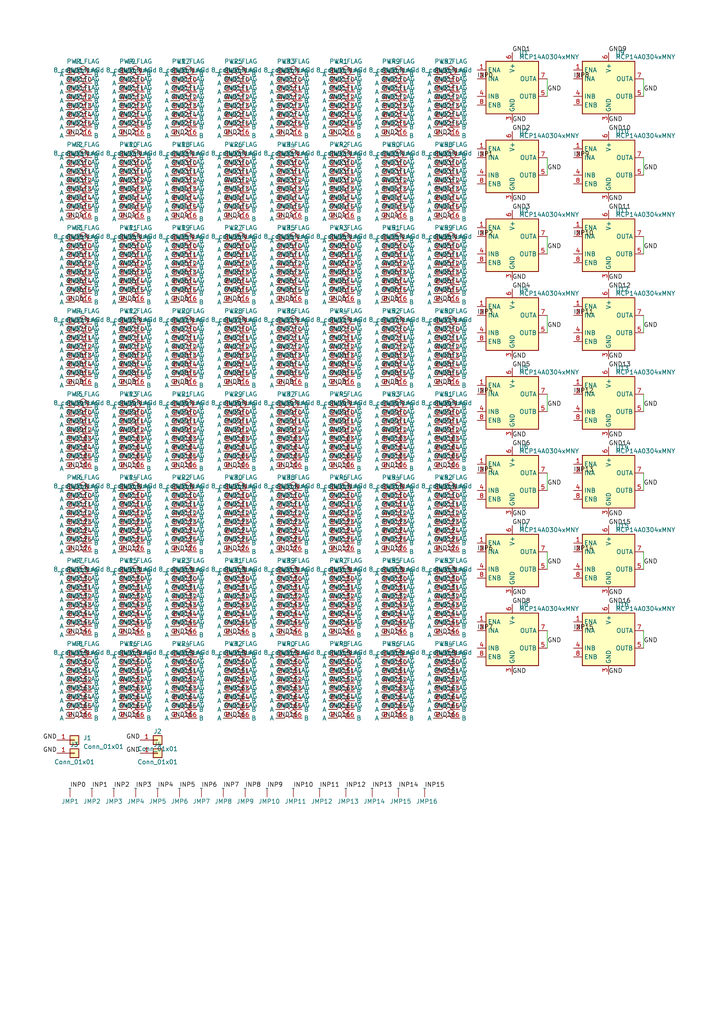
<source format=kicad_sch>
(kicad_sch (version 20230121) (generator eeschema)
  (paper "A4" portrait)
  (wire (pts (xy 95.25 26.67) (xy 97.79 26.67)))
  (wire (pts (xy 110.49 130.81) (xy 113.03 130.81)))
  (wire (pts (xy 110.49 144.78) (xy 113.03 144.78)))
  (wire (pts (xy 49.53 125.73) (xy 52.07 125.73)))
  (wire (pts (xy 34.29 26.67) (xy 36.83 26.67)))
  (wire (pts (xy 34.29 200.66) (xy 36.83 200.66)))
  (wire (pts (xy 64.77 96.52) (xy 67.31 96.52)))
  (wire (pts (xy 110.49 125.73) (xy 113.03 125.73)))
  (wire (pts (xy 80.01 168.91) (xy 82.55 168.91)))
  (wire (pts (xy 125.73 58.42) (xy 128.27 58.42)))
  (wire (pts (xy 125.73 203.2) (xy 128.27 203.2)))
  (wire (pts (xy 80.01 55.88) (xy 82.55 55.88)))
  (wire (pts (xy 80.01 85.09) (xy 82.55 85.09)))
  (wire (pts (xy 95.25 55.88) (xy 97.79 55.88)))
  (wire (pts (xy 110.49 203.2) (xy 113.03 203.2)))
  (wire (pts (xy 186.69 91.44) (xy 186.69 96.52)))
  (wire (pts (xy 80.01 106.68) (xy 82.55 106.68)))
  (wire (pts (xy 95.25 154.94) (xy 97.79 154.94)))
  (wire (pts (xy 49.53 147.32) (xy 52.07 147.32)))
  (wire (pts (xy 125.73 82.55) (xy 128.27 82.55)))
  (wire (pts (xy 95.25 29.21) (xy 97.79 29.21)))
  (wire (pts (xy 95.25 133.35) (xy 97.79 133.35)))
  (wire (pts (xy 95.25 149.86) (xy 97.79 149.86)))
  (wire (pts (xy 49.53 179.07) (xy 52.07 179.07)))
  (wire (pts (xy 80.01 34.29) (xy 82.55 34.29)))
  (wire (pts (xy 34.29 45.72) (xy 36.83 45.72)))
  (wire (pts (xy 19.05 106.68) (xy 21.59 106.68)))
  (wire (pts (xy 64.77 133.35) (xy 67.31 133.35)))
  (wire (pts (xy 80.01 99.06) (xy 82.55 99.06)))
  (wire (pts (xy 80.01 123.19) (xy 82.55 123.19)))
  (wire (pts (xy 49.53 111.76) (xy 52.07 111.76)))
  (wire (pts (xy 95.25 87.63) (xy 97.79 87.63)))
  (wire (pts (xy 110.49 93.98) (xy 113.03 93.98)))
  (wire (pts (xy 34.29 193.04) (xy 36.83 193.04)))
  (wire (pts (xy 19.05 120.65) (xy 21.59 120.65)))
  (wire (pts (xy 34.29 149.86) (xy 36.83 149.86)))
  (wire (pts (xy 95.25 77.47) (xy 97.79 77.47)))
  (wire (pts (xy 80.01 21.59) (xy 82.55 21.59)))
  (wire (pts (xy 95.25 190.5) (xy 97.79 190.5)))
  (wire (pts (xy 80.01 118.11) (xy 82.55 118.11)))
  (wire (pts (xy 49.53 130.81) (xy 52.07 130.81)))
  (wire (pts (xy 34.29 31.75) (xy 36.83 31.75)))
  (wire (pts (xy 95.25 130.81) (xy 97.79 130.81)))
  (wire (pts (xy 95.25 142.24) (xy 97.79 142.24)))
  (wire (pts (xy 125.73 118.11) (xy 128.27 118.11)))
  (wire (pts (xy 19.05 72.39) (xy 21.59 72.39)))
  (wire (pts (xy 49.53 118.11) (xy 52.07 118.11)))
  (wire (pts (xy 34.29 63.5) (xy 36.83 63.5)))
  (wire (pts (xy 34.29 109.22) (xy 36.83 109.22)))
  (wire (pts (xy 49.53 176.53) (xy 52.07 176.53)))
  (wire (pts (xy 19.05 82.55) (xy 21.59 82.55)))
  (wire (pts (xy 125.73 198.12) (xy 128.27 198.12)))
  (wire (pts (xy 49.53 181.61) (xy 52.07 181.61)))
  (wire (pts (xy 34.29 104.14) (xy 36.83 104.14)))
  (wire (pts (xy 110.49 111.76) (xy 113.03 111.76)))
  (wire (pts (xy 80.01 154.94) (xy 82.55 154.94)))
  (wire (pts (xy 19.05 184.15) (xy 21.59 184.15)))
  (wire (pts (xy 64.77 26.67) (xy 67.31 26.67)))
  (wire (pts (xy 64.77 21.59) (xy 67.31 21.59)))
  (wire (pts (xy 80.01 109.22) (xy 82.55 109.22)))
  (wire (pts (xy 80.01 149.86) (xy 82.55 149.86)))
  (wire (pts (xy 64.77 45.72) (xy 67.31 45.72)))
  (wire (pts (xy 34.29 144.78) (xy 36.83 144.78)))
  (wire (pts (xy 19.05 24.13) (xy 21.59 24.13)))
  (wire (pts (xy 80.01 39.37) (xy 82.55 39.37)))
  (wire (pts (xy 125.73 195.58) (xy 128.27 195.58)))
  (wire (pts (xy 125.73 123.19) (xy 128.27 123.19)))
  (wire (pts (xy 49.53 24.13) (xy 52.07 24.13)))
  (wire (pts (xy 80.01 45.72) (xy 82.55 45.72)))
  (wire (pts (xy 64.77 93.98) (xy 67.31 93.98)))
  (wire (pts (xy 64.77 80.01) (xy 67.31 80.01)))
  (wire (pts (xy 49.53 82.55) (xy 52.07 82.55)))
  (wire (pts (xy 125.73 31.75) (xy 128.27 31.75)))
  (wire (pts (xy 125.73 101.6) (xy 128.27 101.6)))
  (wire (pts (xy 110.49 205.74) (xy 113.03 205.74)))
  (wire (pts (xy 19.05 142.24) (xy 21.59 142.24)))
  (wire (pts (xy 49.53 87.63) (xy 52.07 87.63)))
  (wire (pts (xy 64.77 24.13) (xy 67.31 24.13)))
  (wire (pts (xy 80.01 111.76) (xy 82.55 111.76)))
  (wire (pts (xy 64.77 176.53) (xy 67.31 176.53)))
  (wire (pts (xy 95.25 166.37) (xy 97.79 166.37)))
  (wire (pts (xy 186.69 68.58) (xy 186.69 73.66)))
  (wire (pts (xy 80.01 87.63) (xy 82.55 87.63)))
  (wire (pts (xy 125.73 193.04) (xy 128.27 193.04)))
  (wire (pts (xy 19.05 101.6) (xy 21.59 101.6)))
  (wire (pts (xy 110.49 29.21) (xy 113.03 29.21)))
  (wire (pts (xy 95.25 39.37) (xy 97.79 39.37)))
  (wire (pts (xy 110.49 193.04) (xy 113.03 193.04)))
  (wire (pts (xy 80.01 179.07) (xy 82.55 179.07)))
  (wire (pts (xy 49.53 128.27) (xy 52.07 128.27)))
  (wire (pts (xy 34.29 77.47) (xy 36.83 77.47)))
  (wire (pts (xy 49.53 72.39) (xy 52.07 72.39)))
  (wire (pts (xy 125.73 26.67) (xy 128.27 26.67)))
  (wire (pts (xy 34.29 166.37) (xy 36.83 166.37)))
  (wire (pts (xy 49.53 133.35) (xy 52.07 133.35)))
  (wire (pts (xy 64.77 50.8) (xy 67.31 50.8)))
  (wire (pts (xy 125.73 160.02) (xy 128.27 160.02)))
  (wire (pts (xy 34.29 128.27) (xy 36.83 128.27)))
  (wire (pts (xy 110.49 176.53) (xy 113.03 176.53)))
  (wire (pts (xy 64.77 203.2) (xy 67.31 203.2)))
  (wire (pts (xy 125.73 149.86) (xy 128.27 149.86)))
  (wire (pts (xy 34.29 184.15) (xy 36.83 184.15)))
  (wire (pts (xy 110.49 21.59) (xy 113.03 21.59)))
  (wire (pts (xy 64.77 82.55) (xy 67.31 82.55)))
  (wire (pts (xy 64.77 147.32) (xy 67.31 147.32)))
  (wire (pts (xy 64.77 85.09) (xy 67.31 85.09)))
  (wire (pts (xy 95.25 50.8) (xy 97.79 50.8)))
  (wire (pts (xy 64.77 111.76) (xy 67.31 111.76)))
  (wire (pts (xy 110.49 135.89) (xy 113.03 135.89)))
  (wire (pts (xy 19.05 181.61) (xy 21.59 181.61)))
  (wire (pts (xy 125.73 93.98) (xy 128.27 93.98)))
  (wire (pts (xy 125.73 168.91) (xy 128.27 168.91)))
  (wire (pts (xy 95.25 135.89) (xy 97.79 135.89)))
  (wire (pts (xy 110.49 69.85) (xy 113.03 69.85)))
  (wire (pts (xy 49.53 74.93) (xy 52.07 74.93)))
  (wire (pts (xy 80.01 173.99) (xy 82.55 173.99)))
  (wire (pts (xy 19.05 133.35) (xy 21.59 133.35)))
  (wire (pts (xy 110.49 118.11) (xy 113.03 118.11)))
  (wire (pts (xy 80.01 80.01) (xy 82.55 80.01)))
  (wire (pts (xy 49.53 106.68) (xy 52.07 106.68)))
  (wire (pts (xy 49.53 99.06) (xy 52.07 99.06)))
  (wire (pts (xy 64.77 200.66) (xy 67.31 200.66)))
  (wire (pts (xy 110.49 82.55) (xy 113.03 82.55)))
  (wire (pts (xy 158.75 22.86) (xy 158.75 27.94)))
  (wire (pts (xy 80.01 157.48) (xy 82.55 157.48)))
  (wire (pts (xy 34.29 72.39) (xy 36.83 72.39)))
  (wire (pts (xy 49.53 85.09) (xy 52.07 85.09)))
  (wire (pts (xy 34.29 48.26) (xy 36.83 48.26)))
  (wire (pts (xy 110.49 173.99) (xy 113.03 173.99)))
  (wire (pts (xy 19.05 96.52) (xy 21.59 96.52)))
  (wire (pts (xy 186.69 22.86) (xy 186.69 27.94)))
  (wire (pts (xy 110.49 87.63) (xy 113.03 87.63)))
  (wire (pts (xy 80.01 200.66) (xy 82.55 200.66)))
  (wire (pts (xy 95.25 63.5) (xy 97.79 63.5)))
  (wire (pts (xy 34.29 99.06) (xy 36.83 99.06)))
  (wire (pts (xy 64.77 149.86) (xy 67.31 149.86)))
  (wire (pts (xy 125.73 77.47) (xy 128.27 77.47)))
  (wire (pts (xy 64.77 53.34) (xy 67.31 53.34)))
  (wire (pts (xy 34.29 168.91) (xy 36.83 168.91)))
  (wire (pts (xy 49.53 184.15) (xy 52.07 184.15)))
  (wire (pts (xy 125.73 34.29) (xy 128.27 34.29)))
  (wire (pts (xy 64.77 77.47) (xy 67.31 77.47)))
  (wire (pts (xy 19.05 50.8) (xy 21.59 50.8)))
  (wire (pts (xy 19.05 166.37) (xy 21.59 166.37)))
  (wire (pts (xy 80.01 50.8) (xy 82.55 50.8)))
  (wire (pts (xy 158.75 68.58) (xy 158.75 73.66)))
  (wire (pts (xy 64.77 74.93) (xy 67.31 74.93)))
  (wire (pts (xy 97.79 179.07) (xy 95.25 179.07)))
  (wire (pts (xy 110.49 200.66) (xy 113.03 200.66)))
  (wire (pts (xy 64.77 198.12) (xy 67.31 198.12)))
  (wire (pts (xy 34.29 173.99) (xy 36.83 173.99)))
  (wire (pts (xy 34.29 135.89) (xy 36.83 135.89)))
  (wire (pts (xy 49.53 36.83) (xy 52.07 36.83)))
  (wire (pts (xy 95.25 111.76) (xy 97.79 111.76)))
  (wire (pts (xy 19.05 63.5) (xy 21.59 63.5)))
  (wire (pts (xy 186.69 137.16) (xy 186.69 142.24)))
  (wire (pts (xy 19.05 93.98) (xy 21.59 93.98)))
  (wire (pts (xy 64.77 55.88) (xy 67.31 55.88)))
  (wire (pts (xy 125.73 120.65) (xy 128.27 120.65)))
  (wire (pts (xy 125.73 74.93) (xy 128.27 74.93)))
  (wire (pts (xy 125.73 63.5) (xy 128.27 63.5)))
  (wire (pts (xy 49.53 101.6) (xy 52.07 101.6)))
  (wire (pts (xy 34.29 203.2) (xy 36.83 203.2)))
  (wire (pts (xy 110.49 147.32) (xy 113.03 147.32)))
  (wire (pts (xy 95.25 118.11) (xy 97.79 118.11)))
  (wire (pts (xy 110.49 190.5) (xy 113.03 190.5)))
  (wire (pts (xy 34.29 205.74) (xy 36.83 205.74)))
  (wire (pts (xy 19.05 157.48) (xy 21.59 157.48)))
  (wire (pts (xy 80.01 142.24) (xy 82.55 142.24)))
  (wire (pts (xy 110.49 39.37) (xy 113.03 39.37)))
  (wire (pts (xy 64.77 87.63) (xy 67.31 87.63)))
  (wire (pts (xy 80.01 160.02) (xy 82.55 160.02)))
  (wire (pts (xy 80.01 96.52) (xy 82.55 96.52)))
  (wire (pts (xy 64.77 99.06) (xy 67.31 99.06)))
  (wire (pts (xy 125.73 144.78) (xy 128.27 144.78)))
  (wire (pts (xy 80.01 53.34) (xy 82.55 53.34)))
  (wire (pts (xy 34.29 60.96) (xy 36.83 60.96)))
  (wire (pts (xy 110.49 24.13) (xy 113.03 24.13)))
  (wire (pts (xy 158.75 114.3) (xy 158.75 119.38)))
  (wire (pts (xy 49.53 96.52) (xy 52.07 96.52)))
  (wire (pts (xy 110.49 34.29) (xy 113.03 34.29)))
  (wire (pts (xy 34.29 190.5) (xy 36.83 190.5)))
  (wire (pts (xy 95.25 208.28) (xy 97.79 208.28)))
  (wire (pts (xy 110.49 53.34) (xy 113.03 53.34)))
  (wire (pts (xy 80.01 120.65) (xy 82.55 120.65)))
  (wire (pts (xy 110.49 26.67) (xy 113.03 26.67)))
  (wire (pts (xy 19.05 111.76) (xy 21.59 111.76)))
  (wire (pts (xy 64.77 72.39) (xy 67.31 72.39)))
  (wire (pts (xy 125.73 128.27) (xy 128.27 128.27)))
  (wire (pts (xy 110.49 133.35) (xy 113.03 133.35)))
  (wire (pts (xy 125.73 152.4) (xy 128.27 152.4)))
  (wire (pts (xy 95.25 69.85) (xy 97.79 69.85)))
  (wire (pts (xy 34.29 195.58) (xy 36.83 195.58)))
  (wire (pts (xy 125.73 55.88) (xy 128.27 55.88)))
  (wire (pts (xy 49.53 123.19) (xy 52.07 123.19)))
  (wire (pts (xy 110.49 171.45) (xy 113.03 171.45)))
  (wire (pts (xy 80.01 74.93) (xy 82.55 74.93)))
  (wire (pts (xy 80.01 125.73) (xy 82.55 125.73)))
  (wire (pts (xy 80.01 58.42) (xy 82.55 58.42)))
  (wire (pts (xy 125.73 171.45) (xy 128.27 171.45)))
  (wire (pts (xy 19.05 31.75) (xy 21.59 31.75)))
  (wire (pts (xy 110.49 55.88) (xy 113.03 55.88)))
  (wire (pts (xy 19.05 203.2) (xy 21.59 203.2)))
  (wire (pts (xy 49.53 135.89) (xy 52.07 135.89)))
  (wire (pts (xy 19.05 29.21) (xy 21.59 29.21)))
  (wire (pts (xy 80.01 152.4) (xy 82.55 152.4)))
  (wire (pts (xy 64.77 152.4) (xy 67.31 152.4)))
  (wire (pts (xy 34.29 179.07) (xy 36.83 179.07)))
  (wire (pts (xy 34.29 85.09) (xy 36.83 85.09)))
  (wire (pts (xy 34.29 133.35) (xy 36.83 133.35)))
  (wire (pts (xy 34.29 176.53) (xy 36.83 176.53)))
  (wire (pts (xy 49.53 55.88) (xy 52.07 55.88)))
  (wire (pts (xy 95.25 198.12) (xy 97.79 198.12)))
  (wire (pts (xy 95.25 120.65) (xy 97.79 120.65)))
  (wire (pts (xy 125.73 154.94) (xy 128.27 154.94)))
  (wire (pts (xy 34.29 208.28) (xy 36.83 208.28)))
  (wire (pts (xy 34.29 36.83) (xy 36.83 36.83)))
  (wire (pts (xy 95.25 60.96) (xy 97.79 60.96)))
  (wire (pts (xy 125.73 166.37) (xy 128.27 166.37)))
  (wire (pts (xy 125.73 39.37) (xy 128.27 39.37)))
  (wire (pts (xy 110.49 152.4) (xy 113.03 152.4)))
  (wire (pts (xy 125.73 99.06) (xy 128.27 99.06)))
  (wire (pts (xy 34.29 96.52) (xy 36.83 96.52)))
  (wire (pts (xy 110.49 50.8) (xy 113.03 50.8)))
  (wire (pts (xy 80.01 176.53) (xy 82.55 176.53)))
  (wire (pts (xy 34.29 142.24) (xy 36.83 142.24)))
  (wire (pts (xy 19.05 34.29) (xy 21.59 34.29)))
  (wire (pts (xy 80.01 190.5) (xy 82.55 190.5)))
  (wire (pts (xy 19.05 48.26) (xy 21.59 48.26)))
  (wire (pts (xy 158.75 137.16) (xy 158.75 142.24)))
  (wire (pts (xy 34.29 58.42) (xy 36.83 58.42)))
  (wire (pts (xy 19.05 152.4) (xy 21.59 152.4)))
  (wire (pts (xy 125.73 133.35) (xy 128.27 133.35)))
  (wire (pts (xy 19.05 149.86) (xy 21.59 149.86)))
  (wire (pts (xy 95.25 160.02) (xy 97.79 160.02)))
  (wire (pts (xy 110.49 31.75) (xy 113.03 31.75)))
  (wire (pts (xy 64.77 144.78) (xy 67.31 144.78)))
  (wire (pts (xy 80.01 171.45) (xy 82.55 171.45)))
  (wire (pts (xy 19.05 200.66) (xy 21.59 200.66)))
  (wire (pts (xy 19.05 135.89) (xy 21.59 135.89)))
  (wire (pts (xy 125.73 60.96) (xy 128.27 60.96)))
  (wire (pts (xy 80.01 193.04) (xy 82.55 193.04)))
  (wire (pts (xy 125.73 176.53) (xy 128.27 176.53)))
  (wire (pts (xy 34.29 171.45) (xy 36.83 171.45)))
  (wire (pts (xy 110.49 96.52) (xy 113.03 96.52)))
  (wire (pts (xy 19.05 109.22) (xy 21.59 109.22)))
  (wire (pts (xy 95.25 144.78) (xy 97.79 144.78)))
  (wire (pts (xy 64.77 205.74) (xy 67.31 205.74)))
  (wire (pts (xy 95.25 99.06) (xy 97.79 99.06)))
  (wire (pts (xy 19.05 58.42) (xy 21.59 58.42)))
  (wire (pts (xy 19.05 130.81) (xy 21.59 130.81)))
  (wire (pts (xy 95.25 36.83) (xy 97.79 36.83)))
  (wire (pts (xy 110.49 45.72) (xy 113.03 45.72)))
  (wire (pts (xy 34.29 198.12) (xy 36.83 198.12)))
  (wire (pts (xy 95.25 106.68) (xy 97.79 106.68)))
  (wire (pts (xy 125.73 72.39) (xy 128.27 72.39)))
  (wire (pts (xy 125.73 50.8) (xy 128.27 50.8)))
  (wire (pts (xy 64.77 135.89) (xy 67.31 135.89)))
  (wire (pts (xy 95.25 152.4) (xy 97.79 152.4)))
  (wire (pts (xy 125.73 96.52) (xy 128.27 96.52)))
  (wire (pts (xy 64.77 109.22) (xy 67.31 109.22)))
  (wire (pts (xy 64.77 31.75) (xy 67.31 31.75)))
  (wire (pts (xy 95.25 200.66) (xy 97.79 200.66)))
  (wire (pts (xy 64.77 48.26) (xy 67.31 48.26)))
  (wire (pts (xy 64.77 125.73) (xy 67.31 125.73)))
  (wire (pts (xy 19.05 80.01) (xy 21.59 80.01)))
  (wire (pts (xy 80.01 72.39) (xy 82.55 72.39)))
  (wire (pts (xy 19.05 208.28) (xy 21.59 208.28)))
  (wire (pts (xy 64.77 154.94) (xy 67.31 154.94)))
  (wire (pts (xy 125.73 104.14) (xy 128.27 104.14)))
  (wire (pts (xy 110.49 101.6) (xy 113.03 101.6)))
  (wire (pts (xy 49.53 173.99) (xy 52.07 173.99)))
  (wire (pts (xy 80.01 48.26) (xy 82.55 48.26)))
  (wire (pts (xy 34.29 152.4) (xy 36.83 152.4)))
  (wire (pts (xy 95.25 96.52) (xy 97.79 96.52)))
  (wire (pts (xy 110.49 77.47) (xy 113.03 77.47)))
  (wire (pts (xy 49.53 200.66) (xy 52.07 200.66)))
  (wire (pts (xy 125.73 106.68) (xy 128.27 106.68)))
  (wire (pts (xy 110.49 60.96) (xy 113.03 60.96)))
  (wire (pts (xy 64.77 168.91) (xy 67.31 168.91)))
  (wire (pts (xy 49.53 53.34) (xy 52.07 53.34)))
  (wire (pts (xy 110.49 168.91) (xy 113.03 168.91)))
  (wire (pts (xy 95.25 48.26) (xy 97.79 48.26)))
  (wire (pts (xy 34.29 55.88) (xy 36.83 55.88)))
  (wire (pts (xy 95.25 104.14) (xy 97.79 104.14)))
  (wire (pts (xy 186.69 160.02) (xy 186.69 165.1)))
  (wire (pts (xy 49.53 93.98) (xy 52.07 93.98)))
  (wire (pts (xy 80.01 82.55) (xy 82.55 82.55)))
  (wire (pts (xy 80.01 93.98) (xy 82.55 93.98)))
  (wire (pts (xy 19.05 104.14) (xy 21.59 104.14)))
  (wire (pts (xy 34.29 160.02) (xy 36.83 160.02)))
  (wire (pts (xy 125.73 53.34) (xy 128.27 53.34)))
  (wire (pts (xy 64.77 179.07) (xy 67.31 179.07)))
  (wire (pts (xy 49.53 60.96) (xy 52.07 60.96)))
  (wire (pts (xy 110.49 72.39) (xy 113.03 72.39)))
  (wire (pts (xy 19.05 154.94) (xy 21.59 154.94)))
  (wire (pts (xy 95.25 123.19) (xy 97.79 123.19)))
  (wire (pts (xy 80.01 101.6) (xy 82.55 101.6)))
  (wire (pts (xy 80.01 31.75) (xy 82.55 31.75)))
  (wire (pts (xy 64.77 171.45) (xy 67.31 171.45)))
  (wire (pts (xy 49.53 80.01) (xy 52.07 80.01)))
  (wire (pts (xy 19.05 176.53) (xy 21.59 176.53)))
  (wire (pts (xy 34.29 29.21) (xy 36.83 29.21)))
  (wire (pts (xy 186.69 114.3) (xy 186.69 119.38)))
  (wire (pts (xy 110.49 184.15) (xy 113.03 184.15)))
  (wire (pts (xy 110.49 154.94) (xy 113.03 154.94)))
  (wire (pts (xy 64.77 157.48) (xy 67.31 157.48)))
  (wire (pts (xy 19.05 45.72) (xy 21.59 45.72)))
  (wire (pts (xy 49.53 26.67) (xy 52.07 26.67)))
  (wire (pts (xy 158.75 91.44) (xy 158.75 96.52)))
  (wire (pts (xy 64.77 130.81) (xy 67.31 130.81)))
  (wire (pts (xy 19.05 118.11) (xy 21.59 118.11)))
  (wire (pts (xy 125.73 135.89) (xy 128.27 135.89)))
  (wire (pts (xy 64.77 181.61) (xy 67.31 181.61)))
  (wire (pts (xy 34.29 181.61) (xy 36.83 181.61)))
  (wire (pts (xy 49.53 63.5) (xy 52.07 63.5)))
  (wire (pts (xy 64.77 190.5) (xy 67.31 190.5)))
  (wire (pts (xy 95.25 82.55) (xy 97.79 82.55)))
  (wire (pts (xy 80.01 63.5) (xy 82.55 63.5)))
  (wire (pts (xy 34.29 39.37) (xy 36.83 39.37)))
  (wire (pts (xy 49.53 77.47) (xy 52.07 77.47)))
  (wire (pts (xy 80.01 181.61) (xy 82.55 181.61)))
  (wire (pts (xy 80.01 135.89) (xy 82.55 135.89)))
  (wire (pts (xy 19.05 60.96) (xy 21.59 60.96)))
  (wire (pts (xy 95.25 205.74) (xy 97.79 205.74)))
  (wire (pts (xy 19.05 77.47) (xy 21.59 77.47)))
  (wire (pts (xy 80.01 104.14) (xy 82.55 104.14)))
  (wire (pts (xy 49.53 160.02) (xy 52.07 160.02)))
  (wire (pts (xy 125.73 181.61) (xy 128.27 181.61)))
  (wire (pts (xy 113.03 179.07) (xy 110.49 179.07)))
  (wire (pts (xy 34.29 106.68) (xy 36.83 106.68)))
  (wire (pts (xy 49.53 203.2) (xy 52.07 203.2)))
  (wire (pts (xy 64.77 29.21) (xy 67.31 29.21)))
  (wire (pts (xy 125.73 111.76) (xy 128.27 111.76)))
  (wire (pts (xy 64.77 208.28) (xy 67.31 208.28)))
  (wire (pts (xy 95.25 24.13) (xy 97.79 24.13)))
  (wire (pts (xy 34.29 87.63) (xy 36.83 87.63)))
  (wire (pts (xy 34.29 50.8) (xy 36.83 50.8)))
  (wire (pts (xy 49.53 109.22) (xy 52.07 109.22)))
  (wire (pts (xy 125.73 130.81) (xy 128.27 130.81)))
  (wire (pts (xy 110.49 198.12) (xy 113.03 198.12)))
  (wire (pts (xy 19.05 69.85) (xy 21.59 69.85)))
  (wire (pts (xy 80.01 77.47) (xy 82.55 77.47)))
  (wire (pts (xy 125.73 147.32) (xy 128.27 147.32)))
  (wire (pts (xy 95.25 93.98) (xy 97.79 93.98)))
  (wire (pts (xy 95.25 80.01) (xy 97.79 80.01)))
  (wire (pts (xy 125.73 142.24) (xy 128.27 142.24)))
  (wire (pts (xy 64.77 58.42) (xy 67.31 58.42)))
  (wire (pts (xy 80.01 60.96) (xy 82.55 60.96)))
  (wire (pts (xy 49.53 166.37) (xy 52.07 166.37)))
  (wire (pts (xy 64.77 101.6) (xy 67.31 101.6)))
  (wire (pts (xy 80.01 208.28) (xy 82.55 208.28)))
  (wire (pts (xy 80.01 166.37) (xy 82.55 166.37)))
  (wire (pts (xy 125.73 179.07) (xy 128.27 179.07)))
  (wire (pts (xy 110.49 58.42) (xy 113.03 58.42)))
  (wire (pts (xy 19.05 147.32) (xy 21.59 147.32)))
  (wire (pts (xy 64.77 36.83) (xy 67.31 36.83)))
  (wire (pts (xy 110.49 149.86) (xy 113.03 149.86)))
  (wire (pts (xy 64.77 106.68) (xy 67.31 106.68)))
  (wire (pts (xy 95.25 72.39) (xy 97.79 72.39)))
  (wire (pts (xy 49.53 120.65) (xy 52.07 120.65)))
  (wire (pts (xy 19.05 198.12) (xy 21.59 198.12)))
  (wire (pts (xy 110.49 104.14) (xy 113.03 104.14)))
  (wire (pts (xy 49.53 171.45) (xy 52.07 171.45)))
  (wire (pts (xy 80.01 198.12) (xy 82.55 198.12)))
  (wire (pts (xy 49.53 168.91) (xy 52.07 168.91)))
  (wire (pts (xy 64.77 104.14) (xy 67.31 104.14)))
  (wire (pts (xy 95.25 21.59) (xy 97.79 21.59)))
  (wire (pts (xy 158.75 160.02) (xy 158.75 165.1)))
  (wire (pts (xy 19.05 173.99) (xy 21.59 173.99)))
  (wire (pts (xy 49.53 190.5) (xy 52.07 190.5)))
  (wire (pts (xy 110.49 195.58) (xy 113.03 195.58)))
  (wire (pts (xy 110.49 123.19) (xy 113.03 123.19)))
  (wire (pts (xy 49.53 142.24) (xy 52.07 142.24)))
  (wire (pts (xy 49.53 198.12) (xy 52.07 198.12)))
  (wire (pts (xy 95.25 157.48) (xy 97.79 157.48)))
  (wire (pts (xy 49.53 154.94) (xy 52.07 154.94)))
  (wire (pts (xy 186.69 182.88) (xy 186.69 187.96)))
  (wire (pts (xy 49.53 39.37) (xy 52.07 39.37)))
  (wire (pts (xy 110.49 157.48) (xy 113.03 157.48)))
  (wire (pts (xy 80.01 128.27) (xy 82.55 128.27)))
  (wire (pts (xy 34.29 69.85) (xy 36.83 69.85)))
  (wire (pts (xy 95.25 168.91) (xy 97.79 168.91)))
  (wire (pts (xy 49.53 48.26) (xy 52.07 48.26)))
  (wire (pts (xy 64.77 34.29) (xy 67.31 34.29)))
  (wire (pts (xy 19.05 21.59) (xy 21.59 21.59)))
  (wire (pts (xy 64.77 173.99) (xy 67.31 173.99)))
  (wire (pts (xy 19.05 125.73) (xy 21.59 125.73)))
  (wire (pts (xy 110.49 74.93) (xy 113.03 74.93)))
  (wire (pts (xy 64.77 184.15) (xy 67.31 184.15)))
  (wire (pts (xy 125.73 200.66) (xy 128.27 200.66)))
  (wire (pts (xy 80.01 29.21) (xy 82.55 29.21)))
  (wire (pts (xy 80.01 205.74) (xy 82.55 205.74)))
  (wire (pts (xy 34.29 74.93) (xy 36.83 74.93)))
  (wire (pts (xy 19.05 168.91) (xy 21.59 168.91)))
  (wire (pts (xy 80.01 184.15) (xy 82.55 184.15)))
  (wire (pts (xy 19.05 171.45) (xy 21.59 171.45)))
  (wire (pts (xy 125.73 85.09) (xy 128.27 85.09)))
  (wire (pts (xy 49.53 31.75) (xy 52.07 31.75)))
  (wire (pts (xy 110.49 181.61) (xy 113.03 181.61)))
  (wire (pts (xy 80.01 24.13) (xy 82.55 24.13)))
  (wire (pts (xy 49.53 45.72) (xy 52.07 45.72)))
  (wire (pts (xy 49.53 205.74) (xy 52.07 205.74)))
  (wire (pts (xy 49.53 21.59) (xy 52.07 21.59)))
  (wire (pts (xy 95.25 58.42) (xy 97.79 58.42)))
  (wire (pts (xy 95.25 184.15) (xy 97.79 184.15)))
  (wire (pts (xy 49.53 58.42) (xy 52.07 58.42)))
  (wire (pts (xy 19.05 87.63) (xy 21.59 87.63)))
  (wire (pts (xy 125.73 125.73) (xy 128.27 125.73)))
  (wire (pts (xy 49.53 50.8) (xy 52.07 50.8)))
  (wire (pts (xy 19.05 123.19) (xy 21.59 123.19)))
  (wire (pts (xy 19.05 190.5) (xy 21.59 190.5)))
  (wire (pts (xy 110.49 106.68) (xy 113.03 106.68)))
  (wire (pts (xy 34.29 111.76) (xy 36.83 111.76)))
  (wire (pts (xy 80.01 130.81) (xy 82.55 130.81)))
  (wire (pts (xy 64.77 195.58) (xy 67.31 195.58)))
  (wire (pts (xy 19.05 205.74) (xy 21.59 205.74)))
  (wire (pts (xy 64.77 123.19) (xy 67.31 123.19)))
  (wire (pts (xy 19.05 99.06) (xy 21.59 99.06)))
  (wire (pts (xy 19.05 179.07) (xy 21.59 179.07)))
  (wire (pts (xy 95.25 34.29) (xy 97.79 34.29)))
  (wire (pts (xy 64.77 60.96) (xy 67.31 60.96)))
  (wire (pts (xy 19.05 128.27) (xy 21.59 128.27)))
  (wire (pts (xy 80.01 133.35) (xy 82.55 133.35)))
  (wire (pts (xy 19.05 160.02) (xy 21.59 160.02)))
  (wire (pts (xy 64.77 193.04) (xy 67.31 193.04)))
  (wire (pts (xy 110.49 48.26) (xy 113.03 48.26)))
  (wire (pts (xy 34.29 125.73) (xy 36.83 125.73)))
  (wire (pts (xy 34.29 21.59) (xy 36.83 21.59)))
  (wire (pts (xy 19.05 195.58) (xy 21.59 195.58)))
  (wire (pts (xy 125.73 69.85) (xy 128.27 69.85)))
  (wire (pts (xy 95.25 45.72) (xy 97.79 45.72)))
  (wire (pts (xy 110.49 99.06) (xy 113.03 99.06)))
  (wire (pts (xy 95.25 195.58) (xy 97.79 195.58)))
  (wire (pts (xy 34.29 80.01) (xy 36.83 80.01)))
  (wire (pts (xy 125.73 45.72) (xy 128.27 45.72)))
  (wire (pts (xy 34.29 123.19) (xy 36.83 123.19)))
  (wire (pts (xy 95.25 176.53) (xy 97.79 176.53)))
  (wire (pts (xy 95.25 125.73) (xy 97.79 125.73)))
  (wire (pts (xy 110.49 160.02) (xy 113.03 160.02)))
  (wire (pts (xy 95.25 173.99) (xy 97.79 173.99)))
  (wire (pts (xy 125.73 208.28) (xy 128.27 208.28)))
  (wire (pts (xy 110.49 142.24) (xy 113.03 142.24)))
  (wire (pts (xy 125.73 173.99) (xy 128.27 173.99)))
  (wire (pts (xy 125.73 48.26) (xy 128.27 48.26)))
  (wire (pts (xy 110.49 85.09) (xy 113.03 85.09)))
  (wire (pts (xy 95.25 85.09) (xy 97.79 85.09)))
  (wire (pts (xy 125.73 109.22) (xy 128.27 109.22)))
  (wire (pts (xy 80.01 147.32) (xy 82.55 147.32)))
  (wire (pts (xy 110.49 63.5) (xy 113.03 63.5)))
  (wire (pts (xy 64.77 69.85) (xy 67.31 69.85)))
  (wire (pts (xy 64.77 160.02) (xy 67.31 160.02)))
  (wire (pts (xy 19.05 39.37) (xy 21.59 39.37)))
  (wire (pts (xy 49.53 144.78) (xy 52.07 144.78)))
  (wire (pts (xy 110.49 208.28) (xy 113.03 208.28)))
  (wire (pts (xy 19.05 36.83) (xy 21.59 36.83)))
  (wire (pts (xy 34.29 118.11) (xy 36.83 118.11)))
  (wire (pts (xy 125.73 184.15) (xy 128.27 184.15)))
  (wire (pts (xy 34.29 120.65) (xy 36.83 120.65)))
  (wire (pts (xy 95.25 31.75) (xy 97.79 31.75)))
  (wire (pts (xy 19.05 74.93) (xy 21.59 74.93)))
  (wire (pts (xy 34.29 24.13) (xy 36.83 24.13)))
  (wire (pts (xy 125.73 157.48) (xy 128.27 157.48)))
  (wire (pts (xy 80.01 36.83) (xy 82.55 36.83)))
  (wire (pts (xy 125.73 36.83) (xy 128.27 36.83)))
  (wire (pts (xy 49.53 29.21) (xy 52.07 29.21)))
  (wire (pts (xy 34.29 82.55) (xy 36.83 82.55)))
  (wire (pts (xy 34.29 53.34) (xy 36.83 53.34)))
  (wire (pts (xy 64.77 39.37) (xy 67.31 39.37)))
  (wire (pts (xy 80.01 26.67) (xy 82.55 26.67)))
  (wire (pts (xy 64.77 120.65) (xy 67.31 120.65)))
  (wire (pts (xy 125.73 80.01) (xy 128.27 80.01)))
  (wire (pts (xy 125.73 87.63) (xy 128.27 87.63)))
  (wire (pts (xy 34.29 93.98) (xy 36.83 93.98)))
  (wire (pts (xy 95.25 74.93) (xy 97.79 74.93)))
  (wire (pts (xy 110.49 36.83) (xy 113.03 36.83)))
  (wire (pts (xy 95.25 101.6) (xy 97.79 101.6)))
  (wire (pts (xy 125.73 24.13) (xy 128.27 24.13)))
  (wire (pts (xy 19.05 26.67) (xy 21.59 26.67)))
  (wire (pts (xy 64.77 63.5) (xy 67.31 63.5)))
  (wire (pts (xy 34.29 154.94) (xy 36.83 154.94)))
  (wire (pts (xy 34.29 147.32) (xy 36.83 147.32)))
  (wire (pts (xy 34.29 130.81) (xy 36.83 130.81)))
  (wire (pts (xy 80.01 69.85) (xy 82.55 69.85)))
  (wire (pts (xy 110.49 128.27) (xy 113.03 128.27)))
  (wire (pts (xy 95.25 181.61) (xy 97.79 181.61)))
  (wire (pts (xy 95.25 147.32) (xy 97.79 147.32)))
  (wire (pts (xy 158.75 182.88) (xy 158.75 187.96)))
  (wire (pts (xy 80.01 203.2) (xy 82.55 203.2)))
  (wire (pts (xy 95.25 53.34) (xy 97.79 53.34)))
  (wire (pts (xy 110.49 166.37) (xy 113.03 166.37)))
  (wire (pts (xy 158.75 45.72) (xy 158.75 50.8)))
  (wire (pts (xy 49.53 193.04) (xy 52.07 193.04)))
  (wire (pts (xy 19.05 85.09) (xy 21.59 85.09)))
  (wire (pts (xy 110.49 120.65) (xy 113.03 120.65)))
  (wire (pts (xy 19.05 55.88) (xy 21.59 55.88)))
  (wire (pts (xy 49.53 34.29) (xy 52.07 34.29)))
  (wire (pts (xy 64.77 118.11) (xy 67.31 118.11)))
  (wire (pts (xy 125.73 29.21) (xy 128.27 29.21)))
  (wire (pts (xy 49.53 104.14) (xy 52.07 104.14)))
  (wire (pts (xy 95.25 193.04) (xy 97.79 193.04)))
  (wire (pts (xy 95.25 128.27) (xy 97.79 128.27)))
  (wire (pts (xy 125.73 205.74) (xy 128.27 205.74)))
  (wire (pts (xy 95.25 171.45) (xy 97.79 171.45)))
  (wire (pts (xy 64.77 166.37) (xy 67.31 166.37)))
  (wire (pts (xy 49.53 157.48) (xy 52.07 157.48)))
  (wire (pts (xy 95.25 203.2) (xy 97.79 203.2)))
  (wire (pts (xy 49.53 208.28) (xy 52.07 208.28)))
  (wire (pts (xy 49.53 152.4) (xy 52.07 152.4)))
  (wire (pts (xy 64.77 142.24) (xy 67.31 142.24)))
  (wire (pts (xy 95.25 109.22) (xy 97.79 109.22)))
  (wire (pts (xy 49.53 195.58) (xy 52.07 195.58)))
  (wire (pts (xy 19.05 193.04) (xy 21.59 193.04)))
  (wire (pts (xy 80.01 144.78) (xy 82.55 144.78)))
  (wire (pts (xy 110.49 109.22) (xy 113.03 109.22)))
  (wire (pts (xy 19.05 144.78) (xy 21.59 144.78)))
  (wire (pts (xy 125.73 190.5) (xy 128.27 190.5)))
  (wire (pts (xy 110.49 80.01) (xy 113.03 80.01)))
  (wire (pts (xy 34.29 101.6) (xy 36.83 101.6)))
  (wire (pts (xy 34.29 157.48) (xy 36.83 157.48)))
  (wire (pts (xy 64.77 128.27) (xy 67.31 128.27)))
  (wire (pts (xy 49.53 149.86) (xy 52.07 149.86)))
  (wire (pts (xy 125.73 21.59) (xy 128.27 21.59)))
  (wire (pts (xy 34.29 34.29) (xy 36.83 34.29)))
  (wire (pts (xy 19.05 53.34) (xy 21.59 53.34)))
  (wire (pts (xy 80.01 195.58) (xy 82.55 195.58)))
  (wire (pts (xy 49.53 69.85) (xy 52.07 69.85)))
  (wire (pts (xy 186.69 45.72) (xy 186.69 50.8)))
  (label "INP6" (at 138.43 160.02 0))
  (label "GND11" (at 49.53 144.78 0))
  (label "INP2" (at 33.02 228.6 0))
  (label "INP15" (at 123.19 228.6 0))
  (label "GND12" (at 19.05 152.4 0))
  (label "GND8" (at 148.59 175.26 0))
  (label "GND6" (at 125.73 80.01 0))
  (label "GND5" (at 49.53 74.93 0))
  (label "GND16" (at 176.53 175.26 0))
  (label "GND14" (at 64.77 179.07 0))
  (label "GND15" (at 64.77 198.12 0))
  (label "GND6" (at 19.05 80.01 0))
  (label "GND16" (at 34.29 200.66 0))
  (label "GND4" (at 64.77 60.96 0))
  (label "GND15" (at 95.25 195.58 0))
  (label "GND5" (at 64.77 72.39 0))
  (label "GND5" (at 80.01 72.39 0))
  (label "GND15" (at 64.77 195.58 0))
  (label "GND" (at 176.53 81.28 0))
  (label "INP7" (at 138.43 182.88 0))
  (label "GND8" (at 49.53 104.14 0))
  (label "GND11" (at 34.29 147.32 0))
  (label "GND4" (at 34.29 63.5 0))
  (label "GND4" (at 110.49 55.88 0))
  (label "GND3" (at 64.77 50.8 0))
  (label "GND4" (at 34.29 60.96 0))
  (label "GND15" (at 176.53 152.4 0))
  (label "GND10" (at 34.29 135.89 0))
  (label "GND1" (at 34.29 26.67 0))
  (label "GND6" (at 95.25 87.63 0))
  (label "INP8" (at 71.12 228.6 0))
  (label "GND12" (at 80.01 152.4 0))
  (label "GND8" (at 110.49 111.76 0))
  (label "GND16" (at 19.05 208.28 0))
  (label "GND9" (at 125.73 123.19 0))
  (label "GND9" (at 49.53 118.11 0))
  (label "GND7" (at 49.53 93.98 0))
  (label "GND16" (at 19.05 203.2 0))
  (label "GND15" (at 19.05 190.5 0))
  (label "GND13" (at 64.77 166.37 0))
  (label "GND16" (at 95.25 208.28 0))
  (label "INP5" (at 52.07 228.6 0))
  (label "GND11" (at 34.29 142.24 0))
  (label "GND6" (at 110.49 82.55 0))
  (label "GND" (at 158.75 186.69 0))
  (label "GND" (at 40.64 214.63 180))
  (label "GND11" (at 95.25 144.78 0))
  (label "GND9" (at 125.73 120.65 0))
  (label "GND11" (at 110.49 142.24 0))
  (label "GND5" (at 125.73 74.93 0))
  (label "GND" (at 186.69 26.67 0))
  (label "GND" (at 40.64 218.44 180))
  (label "GND8" (at 49.53 106.68 0))
  (label "GND" (at 176.53 58.42 0))
  (label "GND16" (at 19.05 205.74 0))
  (label "GND12" (at 64.77 154.94 0))
  (label "GND1" (at 80.01 29.21 0))
  (label "GND10" (at 19.05 130.81 0))
  (label "GND10" (at 125.73 135.89 0))
  (label "GND12" (at 95.25 152.4 0))
  (label "GND16" (at 125.73 205.74 0))
  (label "GND2" (at 64.77 34.29 0))
  (label "GND10" (at 64.77 135.89 0))
  (label "GND10" (at 49.53 128.27 0))
  (label "GND15" (at 49.53 198.12 0))
  (label "GND11" (at 49.53 142.24 0))
  (label "GND13" (at 125.73 168.91 0))
  (label "GND10" (at 49.53 130.81 0))
  (label "GND5" (at 19.05 77.47 0))
  (label "GND2" (at 80.01 36.83 0))
  (label "GND16" (at 34.29 208.28 0))
  (label "GND12" (at 80.01 154.94 0))
  (label "GND5" (at 34.29 72.39 0))
  (label "INP10" (at 85.09 228.6 0))
  (label "GND2" (at 110.49 31.75 0))
  (label "GND14" (at 95.25 176.53 0))
  (label "GND14" (at 110.49 184.15 0))
  (label "GND2" (at 19.05 34.29 0))
  (label "GND15" (at 34.29 190.5 0))
  (label "GND13" (at 64.77 173.99 0))
  (label "GND12" (at 19.05 154.94 0))
  (label "GND1" (at 110.49 26.67 0))
  (label "GND3" (at 19.05 50.8 0))
  (label "GND9" (at 95.25 118.11 0))
  (label "GND2" (at 49.53 39.37 0))
  (label "GND4" (at 64.77 55.88 0))
  (label "GND8" (at 95.25 106.68 0))
  (label "GND12" (at 49.53 154.94 0))
  (label "GND4" (at 64.77 63.5 0))
  (label "GND13" (at 95.25 168.91 0))
  (label "GND6" (at 125.73 82.55 0))
  (label "GND11" (at 34.29 149.86 0))
  (label "GND" (at 158.75 72.39 0))
  (label "GND11" (at 34.29 144.78 0))
  (label "GND12" (at 110.49 160.02 0))
  (label "GND" (at 148.59 149.86 0))
  (label "GND3" (at 80.01 45.72 0))
  (label "GND16" (at 110.49 203.2 0))
  (label "GND2" (at 34.29 36.83 0))
  (label "GND7" (at 80.01 96.52 0))
  (label "GND5" (at 95.25 74.93 0))
  (label "GND15" (at 125.73 198.12 0))
  (label "GND14" (at 125.73 181.61 0))
  (label "GND5" (at 110.49 69.85 0))
  (label "GND9" (at 34.29 123.19 0))
  (label "GND6" (at 34.29 87.63 0))
  (label "GND15" (at 80.01 195.58 0))
  (label "GND6" (at 80.01 87.63 0))
  (label "GND13" (at 19.05 173.99 0))
  (label "GND2" (at 80.01 34.29 0))
  (label "GND6" (at 64.77 85.09 0))
  (label "GND5" (at 80.01 77.47 0))
  (label "GND15" (at 125.73 195.58 0))
  (label "GND8" (at 125.73 109.22 0))
  (label "GND16" (at 80.01 203.2 0))
  (label "GND6" (at 95.25 82.55 0))
  (label "GND4" (at 49.53 58.42 0))
  (label "GND12" (at 19.05 160.02 0))
  (label "GND2" (at 34.29 31.75 0))
  (label "GND14" (at 49.53 176.53 0))
  (label "GND4" (at 80.01 55.88 0))
  (label "GND" (at 148.59 81.28 0))
  (label "GND1" (at 64.77 29.21 0))
  (label "GND3" (at 49.53 53.34 0))
  (label "INP9" (at 77.47 228.6 0))
  (label "GND11" (at 49.53 147.32 0))
  (label "GND10" (at 19.05 135.89 0))
  (label "GND5" (at 64.77 69.85 0))
  (label "GND5" (at 34.29 77.47 0))
  (label "GND6" (at 80.01 82.55 0))
  (label "GND6" (at 125.73 85.09 0))
  (label "GND14" (at 19.05 179.07 0))
  (label "GND14" (at 125.73 176.53 0))
  (label "GND13" (at 95.25 171.45 0))
  (label "GND10" (at 95.25 128.27 0))
  (label "GND16" (at 49.53 205.74 0))
  (label "INP4" (at 45.72 228.6 0))
  (label "GND10" (at 64.77 128.27 0))
  (label "GND16" (at 110.49 205.74 0))
  (label "GND13" (at 49.53 168.91 0))
  (label "GND3" (at 49.53 50.8 0))
  (label "GND14" (at 19.05 181.61 0))
  (label "GND1" (at 148.59 15.24 0))
  (label "GND13" (at 34.29 166.37 0))
  (label "GND13" (at 110.49 173.99 0))
  (label "GND1" (at 125.73 24.13 0))
  (label "GND10" (at 95.25 133.35 0))
  (label "GND9" (at 110.49 125.73 0))
  (label "INP7" (at 64.77 228.6 0))
  (label "GND9" (at 19.05 125.73 0))
  (label "GND16" (at 95.25 200.66 0))
  (label "GND4" (at 95.25 55.88 0))
  (label "GND11" (at 125.73 142.24 0))
  (label "GND10" (at 19.05 133.35 0))
  (label "GND13" (at 125.73 171.45 0))
  (label "GND4" (at 80.01 63.5 0))
  (label "GND" (at 158.75 26.67 0))
  (label "GND8" (at 110.49 109.22 0))
  (label "GND11" (at 80.01 142.24 0))
  (label "GND13" (at 49.53 166.37 0))
  (label "GND12" (at 80.01 157.48 0))
  (label "GND11" (at 64.77 147.32 0))
  (label "GND6" (at 95.25 85.09 0))
  (label "GND4" (at 95.25 60.96 0))
  (label "GND7" (at 19.05 96.52 0))
  (label "GND9" (at 80.01 118.11 0))
  (label "GND8" (at 64.77 111.76 0))
  (label "GND11" (at 19.05 142.24 0))
  (label "GND15" (at 49.53 195.58 0))
  (label "GND4" (at 110.49 58.42 0))
  (label "GND4" (at 80.01 58.42 0))
  (label "GND" (at 148.59 104.14 0))
  (label "GND12" (at 95.25 154.94 0))
  (label "GND9" (at 49.53 123.19 0))
  (label "GND11" (at 95.25 149.86 0))
  (label "INP5" (at 138.43 137.16 0))
  (label "GND11" (at 176.53 60.96 0))
  (label "GND8" (at 64.77 104.14 0))
  (label "GND11" (at 64.77 149.86 0))
  (label "GND2" (at 49.53 31.75 0))
  (label "GND11" (at 80.01 144.78 0))
  (label "GND11" (at 110.49 144.78 0))
  (label "GND12" (at 34.29 152.4 0))
  (label "GND2" (at 125.73 31.75 0))
  (label "INP8" (at 166.37 22.86 0))
  (label "GND12" (at 176.53 83.82 0))
  (label "GND7" (at 110.49 96.52 0))
  (label "GND3" (at 125.73 45.72 0))
  (label "GND" (at 158.75 49.53 0))
  (label "GND5" (at 110.49 72.39 0))
  (label "GND12" (at 64.77 152.4 0))
  (label "GND3" (at 80.01 50.8 0))
  (label "GND10" (at 19.05 128.27 0))
  (label "GND" (at 186.69 118.11 0))
  (label "GND9" (at 19.05 123.19 0))
  (label "GND3" (at 19.05 48.26 0))
  (label "GND4" (at 148.59 83.82 0))
  (label "GND12" (at 125.73 154.94 0))
  (label "GND4" (at 125.73 63.5 0))
  (label "GND14" (at 125.73 184.15 0))
  (label "INP11" (at 92.71 228.6 0))
  (label "GND12" (at 110.49 152.4 0))
  (label "GND7" (at 95.25 99.06 0))
  (label "GND8" (at 64.77 106.68 0))
  (label "GND10" (at 95.25 135.89 0))
  (label "GND2" (at 110.49 36.83 0))
  (label "GND11" (at 125.73 149.86 0))
  (label "GND14" (at 80.01 184.15 0))
  (label "GND8" (at 80.01 104.14 0))
  (label "GND8" (at 125.73 111.76 0))
  (label "INP9" (at 166.37 45.72 0))
  (label "GND13" (at 34.29 171.45 0))
  (label "GND10" (at 110.49 133.35 0))
  (label "GND" (at 148.59 35.56 0))
  (label "GND1" (at 95.25 29.21 0))
  (label "GND5" (at 49.53 69.85 0))
  (label "GND14" (at 19.05 184.15 0))
  (label "GND11" (at 19.05 147.32 0))
  (label "GND6" (at 64.77 82.55 0))
  (label "GND9" (at 95.25 125.73 0))
  (label "GND1" (at 49.53 24.13 0))
  (label "GND14" (at 110.49 179.07 0))
  (label "GND8" (at 34.29 104.14 0))
  (label "GND15" (at 64.77 190.5 0))
  (label "GND3" (at 125.73 48.26 0))
  (label "GND3" (at 110.49 48.26 0))
  (label "GND" (at 158.75 163.83 0))
  (label "GND13" (at 64.77 171.45 0))
  (label "GND1" (at 34.29 24.13 0))
  (label "GND8" (at 34.29 111.76 0))
  (label "GND7" (at 110.49 93.98 0))
  (label "GND7" (at 49.53 96.52 0))
  (label "GND5" (at 80.01 69.85 0))
  (label "GND7" (at 80.01 101.6 0))
  (label "GND2" (at 95.25 31.75 0))
  (label "GND13" (at 95.25 166.37 0))
  (label "GND3" (at 148.59 60.96 0))
  (label "GND16" (at 49.53 200.66 0))
  (label "GND7" (at 95.25 101.6 0))
  (label "GND11" (at 64.77 144.78 0))
  (label "GND3" (at 80.01 53.34 0))
  (label "GND15" (at 49.53 193.04 0))
  (label "GND16" (at 49.53 208.28 0))
  (label "GND2" (at 125.73 39.37 0))
  (label "GND3" (at 125.73 53.34 0))
  (label "GND8" (at 64.77 109.22 0))
  (label "GND5" (at 19.05 69.85 0))
  (label "GND16" (at 95.25 203.2 0))
  (label "GND10" (at 34.29 133.35 0))
  (label "GND10" (at 80.01 128.27 0))
  (label "GND7" (at 125.73 99.06 0))
  (label "INP3" (at 39.37 228.6 0))
  (label "GND13" (at 125.73 173.99 0))
  (label "GND6" (at 64.77 87.63 0))
  (label "GND7" (at 64.77 101.6 0))
  (label "GND5" (at 19.05 72.39 0))
  (label "GND2" (at 95.25 36.83 0))
  (label "GND16" (at 125.73 203.2 0))
  (label "GND1" (at 80.01 21.59 0))
  (label "GND12" (at 49.53 157.48 0))
  (label "INP4" (at 138.43 114.3 0))
  (label "GND7" (at 110.49 101.6 0))
  (label "GND12" (at 110.49 157.48 0))
  (label "INP3" (at 138.43 91.44 0))
  (label "GND12" (at 34.29 157.48 0))
  (label "GND16" (at 64.77 208.28 0))
  (label "GND" (at 176.53 35.56 0))
  (label "GND2" (at 19.05 36.83 0))
  (label "GND12" (at 64.77 157.48 0))
  (label "GND7" (at 19.05 99.06 0))
  (label "GND16" (at 125.73 208.28 0))
  (label "GND6" (at 95.25 80.01 0))
  (label "GND10" (at 64.77 130.81 0))
  (label "GND13" (at 110.49 171.45 0))
  (label "GND14" (at 95.25 179.07 0))
  (label "GND9" (at 125.73 125.73 0))
  (label "GND14" (at 34.29 181.61 0))
  (label "GND" (at 176.53 149.86 0))
  (label "GND1" (at 19.05 24.13 0))
  (label "GND14" (at 64.77 176.53 0))
  (label "GND3" (at 95.25 45.72 0))
  (label "GND12" (at 49.53 160.02 0))
  (label "GND9" (at 49.53 125.73 0))
  (label "GND7" (at 64.77 96.52 0))
  (label "GND7" (at 110.49 99.06 0))
  (label "GND3" (at 125.73 50.8 0))
  (label "GND8" (at 110.49 106.68 0))
  (label "GND" (at 158.75 140.97 0))
  (label "GND15" (at 80.01 193.04 0))
  (label "GND2" (at 64.77 31.75 0))
  (label "GND8" (at 34.29 106.68 0))
  (label "GND13" (at 80.01 173.99 0))
  (label "GND" (at 158.75 95.25 0))
  (label "GND6" (at 148.59 129.54 0))
  (label "GND10" (at 110.49 128.27 0))
  (label "GND5" (at 125.73 77.47 0))
  (label "GND13" (at 110.49 168.91 0))
  (label "GND3" (at 34.29 53.34 0))
  (label "GND3" (at 95.25 50.8 0))
  (label "GND4" (at 125.73 58.42 0))
  (label "GND1" (at 19.05 21.59 0))
  (label "GND1" (at 125.73 21.59 0))
  (label "GND2" (at 34.29 34.29 0))
  (label "GND4" (at 49.53 55.88 0))
  (label "GND3" (at 110.49 53.34 0))
  (label "GND13" (at 80.01 171.45 0))
  (label "GND4" (at 34.29 55.88 0))
  (label "GND1" (at 34.29 29.21 0))
  (label "GND1" (at 110.49 21.59 0))
  (label "GND1" (at 125.73 29.21 0))
  (label "GND13" (at 19.05 166.37 0))
  (label "GND10" (at 110.49 130.81 0))
  (label "GND14" (at 64.77 184.15 0))
  (label "GND3" (at 110.49 45.72 0))
  (label "GND12" (at 19.05 157.48 0))
  (label "GND1" (at 125.73 26.67 0))
  (label "GND5" (at 49.53 72.39 0))
  (label "GND7" (at 125.73 96.52 0))
  (label "GND14" (at 19.05 176.53 0))
  (label "GND16" (at 125.73 200.66 0))
  (label "GND12" (at 125.73 152.4 0))
  (label "GND10" (at 49.53 135.89 0))
  (label "GND14" (at 49.53 179.07 0))
  (label "GND14" (at 80.01 181.61 0))
  (label "GND13" (at 19.05 171.45 0))
  (label "GND" (at 176.53 127 0))
  (label "GND8" (at 19.05 109.22 0))
  (label "GND6" (at 110.49 85.09 0))
  (label "GND9" (at 110.49 120.65 0))
  (label "GND6" (at 49.53 80.01 0))
  (label "GND4" (at 34.29 58.42 0))
  (label "GND7" (at 80.01 99.06 0))
  (label "GND3" (at 95.25 53.34 0))
  (label "GND2" (at 110.49 34.29 0))
  (label "GND8" (at 95.25 104.14 0))
  (label "GND11" (at 95.25 147.32 0))
  (label "INP14" (at 166.37 160.02 0))
  (label "GND7" (at 64.77 99.06 0))
  (label "GND9" (at 80.01 125.73 0))
  (label "GND14" (at 125.73 179.07 0))
  (label "GND9" (at 64.77 123.19 0))
  (label "GND9" (at 34.29 120.65 0))
  (label "GND" (at 186.69 163.83 0))
  (label "GND5" (at 95.25 77.47 0))
  (label "GND5" (at 125.73 69.85 0))
  (label "GND7" (at 80.01 93.98 0))
  (label "GND2" (at 148.59 38.1 0))
  (label "GND7" (at 49.53 101.6 0))
  (label "GND3" (at 34.29 50.8 0))
  (label "GND3" (at 80.01 48.26 0))
  (label "GND4" (at 19.05 60.96 0))
  (label "GND3" (at 19.05 45.72 0))
  (label "GND2" (at 19.05 31.75 0))
  (label "GND12" (at 125.73 157.48 0))
  (label "GND2" (at 125.73 34.29 0))
  (label "GND9" (at 176.53 15.24 0))
  (label "GND6" (at 110.49 80.01 0))
  (label "GND15" (at 34.29 198.12 0))
  (label "GND5" (at 95.25 69.85 0))
  (label "GND16" (at 34.29 205.74 0))
  (label "GND11" (at 80.01 149.86 0))
  (label "GND1" (at 19.05 29.21 0))
  (label "INP12" (at 166.37 114.3 0))
  (label "GND9" (at 49.53 120.65 0))
  (label "GND8" (at 34.29 109.22 0))
  (label "GND1" (at 95.25 21.59 0))
  (label "GND" (at 176.53 104.14 0))
  (label "GND13" (at 80.01 168.91 0))
  (label "GND10" (at 80.01 130.81 0))
  (label "GND11" (at 125.73 147.32 0))
  (label "GND10" (at 176.53 38.1 0))
  (label "GND3" (at 64.77 45.72 0))
  (label "GND2" (at 110.49 39.37 0))
  (label "GND10" (at 64.77 133.35 0))
  (label "GND" (at 148.59 127 0))
  (label "GND1" (at 49.53 29.21 0))
  (label "GND9" (at 125.73 118.11 0))
  (label "GND" (at 16.51 214.63 180))
  (label "GND8" (at 80.01 109.22 0))
  (label "GND4" (at 49.53 63.5 0))
  (label "GND6" (at 64.77 80.01 0))
  (label "GND4" (at 19.05 55.88 0))
  (label "GND10" (at 125.73 128.27 0))
  (label "INP14" (at 115.57 228.6 0))
  (label "GND14" (at 64.77 181.61 0))
  (label "GND6" (at 49.53 82.55 0))
  (label "GND12" (at 125.73 160.02 0))
  (label "GND14" (at 95.25 181.61 0))
  (label "GND11" (at 19.05 144.78 0))
  (label "GND14" (at 95.25 184.15 0))
  (label "GND12" (at 34.29 154.94 0))
  (label "INP1" (at 26.67 228.6 0))
  (label "GND9" (at 34.29 125.73 0))
  (label "GND4" (at 95.25 63.5 0))
  (label "GND13" (at 80.01 166.37 0))
  (label "GND15" (at 110.49 190.5 0))
  (label "GND4" (at 80.01 60.96 0))
  (label "GND3" (at 49.53 45.72 0))
  (label "GND15" (at 125.73 190.5 0))
  (label "GND11" (at 110.49 149.86 0))
  (label "GND6" (at 49.53 87.63 0))
  (label "GND7" (at 34.29 99.06 0))
  (label "GND13" (at 110.49 166.37 0))
  (label "GND10" (at 34.29 128.27 0))
  (label "INP11" (at 166.37 91.44 0))
  (label "GND12" (at 110.49 154.94 0))
  (label "GND14" (at 34.29 184.15 0))
  (label "GND11" (at 19.05 149.86 0))
  (label "GND3" (at 49.53 48.26 0))
  (label "INP1" (at 138.43 45.72 0))
  (label "GND" (at 186.69 72.39 0))
  (label "GND1" (at 64.77 24.13 0))
  (label "GND2" (at 64.77 39.37 0))
  (label "GND16" (at 80.01 205.74 0))
  (label "GND6" (at 19.05 82.55 0))
  (label "GND9" (at 80.01 120.65 0))
  (label "GND7" (at 64.77 93.98 0))
  (label "GND9" (at 110.49 118.11 0))
  (label "GND1" (at 95.25 24.13 0))
  (label "GND1" (at 80.01 24.13 0))
  (label "GND9" (at 19.05 118.11 0))
  (label "GND7" (at 148.59 152.4 0))
  (label "GND7" (at 49.53 99.06 0))
  (label "GND10" (at 125.73 133.35 0))
  (label "GND2" (at 80.01 39.37 0))
  (label "GND6" (at 80.01 80.01 0))
  (label "GND11" (at 64.77 142.24 0))
  (label "GND" (at 186.69 95.25 0))
  (label "GND8" (at 80.01 111.76 0))
  (label "GND1" (at 49.53 21.59 0))
  (label "GND14" (at 110.49 176.53 0))
  (label "GND12" (at 64.77 160.02 0))
  (label "GND" (at 148.59 195.58 0))
  (label "INP13" (at 107.95 228.6 0))
  (label "GND15" (at 64.77 193.04 0))
  (label "GND5" (at 80.01 74.93 0))
  (label "GND15" (at 80.01 198.12 0))
  (label "GND13" (at 34.29 168.91 0))
  (label "GND8" (at 95.25 111.76 0))
  (label "GND15" (at 110.49 198.12 0))
  (label "GND10" (at 34.29 130.81 0))
  (label "GND3" (at 64.77 53.34 0))
  (label "GND" (at 148.59 172.72 0))
  (label "GND14" (at 49.53 181.61 0))
  (label "GND2" (at 49.53 36.83 0))
  (label "GND1" (at 49.53 26.67 0))
  (label "INP13" (at 166.37 137.16 0))
  (label "INP0" (at 20.32 228.6 0))
  (label "GND7" (at 95.25 96.52 0))
  (label "GND14" (at 80.01 179.07 0))
  (label "GND12" (at 34.29 160.02 0))
  (label "GND6" (at 125.73 87.63 0))
  (label "GND10" (at 95.25 130.81 0))
  (label "GND5" (at 64.77 74.93 0))
  (label "GND1" (at 95.25 26.67 0))
  (label "GND2" (at 95.25 34.29 0))
  (label "GND8" (at 125.73 106.68 0))
  (label "GND2" (at 34.29 39.37 0))
  (label "GND6" (at 19.05 85.09 0))
  (label "GND8" (at 80.01 106.68 0))
  (label "GND2" (at 64.77 36.83 0))
  (label "GND13" (at 19.05 168.91 0))
  (label "GND14" (at 34.29 176.53 0))
  (label "GND5" (at 49.53 77.47 0))
  (label "GND4" (at 110.49 60.96 0))
  (label "GND16" (at 110.49 200.66 0))
  (label "GND16" (at 49.53 203.2 0))
  (label "GND15" (at 19.05 193.04 0))
  (label "GND1" (at 64.77 26.67 0))
  (label "GND8" (at 19.05 111.76 0))
  (label "GND9" (at 95.25 120.65 0))
  (label "GND4" (at 49.53 60.96 0))
  (label "GND5" (at 110.49 77.47 0))
  (label "GND15" (at 34.29 193.04 0))
  (label "GND15" (at 80.01 190.5 0))
  (label "GND9" (at 110.49 123.19 0))
  (label "GND8" (at 110.49 104.14 0))
  (label "GND6" (at 34.29 82.55 0))
  (label "GND5" (at 64.77 77.47 0))
  (label "GND12" (at 80.01 160.02 0))
  (label "GND16" (at 34.29 203.2 0))
  (label "GND5" (at 19.05 74.93 0))
  (label "GND4" (at 95.25 58.42 0))
  (label "GND16" (at 110.49 208.28 0))
  (label "GND9" (at 19.05 120.65 0))
  (label "GND6" (at 34.29 85.09 0))
  (label "GND11" (at 110.49 147.32 0))
  (label "GND1" (at 110.49 29.21 0))
  (label "GND7" (at 34.29 96.52 0))
  (label "GND7" (at 19.05 93.98 0))
  (label "GND16" (at 64.77 200.66 0))
  (label "INP2" (at 138.43 68.58 0))
  (label "GND7" (at 34.29 101.6 0))
  (label "INP10" (at 166.37 68.58 0))
  (label "GND7" (at 125.73 93.98 0))
  (label "GND2" (at 80.01 31.75 0))
  (label "GND7" (at 95.25 93.98 0))
  (label "GND10" (at 125.73 130.81 0))
  (label "GND13" (at 34.29 173.99 0))
  (label "GND11" (at 80.01 147.32 0))
  (label "GND16" (at 80.01 200.66 0))
  (label "GND3" (at 34.29 48.26 0))
  (label "GND15" (at 125.73 193.04 0))
  (label "GND4" (at 19.05 63.5 0))
  (label "GND7" (at 125.73 101.6 0))
  (label "GND5" (at 148.59 106.68 0))
  (label "GND" (at 176.53 172.72 0))
  (label "GND8" (at 125.73 104.14 0))
  (label "GND" (at 16.51 218.44 180))
  (label "GND4" (at 125.73 60.96 0))
  (label "GND6" (at 19.05 87.63 0))
  (label "GND14" (at 110.49 181.61 0))
  (label "GND13" (at 49.53 171.45 0))
  (label "GND12" (at 49.53 152.4 0))
  (label "GND10" (at 49.53 133.35 0))
  (label "GND1" (at 34.29 21.59 0))
  (label "GND1" (at 64.77 21.59 0))
  (label "GND11" (at 125.73 144.78 0))
  (label "GND8" (at 49.53 111.76 0))
  (label "GND6" (at 34.29 80.01 0))
  (label "GND13" (at 64.77 168.91 0))
  (label "GND13" (at 176.53 106.68 0))
  (label "GND14" (at 49.53 184.15 0))
  (label "GND10" (at 80.01 133.35 0))
  (label "GND16" (at 64.77 205.74 0))
  (label "GND15" (at 49.53 190.5 0))
  (label "GND5" (at 125.73 72.39 0))
  (label "GND5" (at 110.49 74.93 0))
  (label "GND15" (at 110.49 195.58 0))
  (label "GND12" (at 95.25 157.48 0))
  (label "GND3" (at 19.05 53.34 0))
  (label "GND9" (at 64.77 118.11 0))
  (label "GND11" (at 49.53 149.86 0))
  (label "GND5" (at 34.29 69.85 0))
  (label "GND6" (at 80.01 85.09 0))
  (label "GND15" (at 95.25 193.04 0))
  (label "GND2" (at 125.73 36.83 0))
  (label "GND7" (at 19.05 101.6 0))
  (label "GND15" (at 110.49 193.04 0))
  (label "GND16" (at 19.05 200.66 0))
  (label "GND15" (at 95.25 190.5 0))
  (label "GND9" (at 64.77 120.65 0))
  (label "GND13" (at 95.25 173.99 0))
  (label "GND1" (at 80.01 26.67 0))
  (label "GND3" (at 64.77 48.26 0))
  (label "GND5" (at 95.25 72.39 0))
  (label "GND15" (at 19.05 198.12 0))
  (label "GND1" (at 110.49 24.13 0))
  (label "INP0" (at 138.43 22.86 0))
  (label "GND2" (at 49.53 34.29 0))
  (label "GND8" (at 19.05 104.14 0))
  (label "GND4" (at 64.77 58.42 0))
  (label "GND6" (at 110.49 87.63 0))
  (label "GND15" (at 34.29 195.58 0))
  (label "GND10" (at 80.01 135.89 0))
  (label "GND15" (at 19.05 195.58 0))
  (label "INP12" (at 100.33 228.6 0))
  (label "GND" (at 176.53 195.58 0))
  (label "GND6" (at 49.53 85.09 0))
  (label "GND" (at 186.69 186.69 0))
  (label "GND5" (at 34.29 74.93 0))
  (label "GND14" (at 80.01 176.53 0))
  (label "GND14" (at 34.29 179.07 0))
  (label "GND9" (at 34.29 118.11 0))
  (label "GND12" (at 95.25 160.02 0))
  (label "GND" (at 148.59 58.42 0))
  (label "GND11" (at 95.25 142.24 0))
  (label "GND8" (at 19.05 106.68 0))
  (label "GND13" (at 125.73 166.37 0))
  (label "GND9" (at 64.77 125.73 0))
  (label "GND2" (at 19.05 39.37 0))
  (label "GND8" (at 95.25 109.22 0))
  (label "GND3" (at 95.25 48.26 0))
  (label "GND1" (at 19.05 26.67 0))
  (label "GND16" (at 95.25 205.74 0))
  (label "GND9" (at 80.01 123.19 0))
  (label "INP15" (at 166.37 182.88 0))
  (label "GND8" (at 49.53 109.22 0))
  (label "GND4" (at 125.73 55.88 0))
  (label "GND9" (at 95.25 123.19 0))
  (label "GND4" (at 19.05 58.42 0))
  (label "GND14" (at 176.53 129.54 0))
  (label "GND" (at 158.75 118.11 0))
  (label "GND16" (at 64.77 203.2 0))
  (label "GND10" (at 110.49 135.89 0))
  (label "GND2" (at 95.25 39.37 0))
  (label "GND3" (at 110.49 50.8 0))
  (label "GND3" (at 34.29 45.72 0))
  (label "GND" (at 186.69 140.97 0))
  (label "GND" (at 186.69 49.53 0))
  (label "GND13" (at 49.53 173.99 0))
  (label "GND16" (at 80.01 208.28 0))
  (label "INP6" (at 58.42 228.6 0))
  (label "GND7" (at 34.29 93.98 0))
  (label "GND4" (at 110.49 63.5 0))
  (label "GND15" (at 95.25 198.12 0))
  (symbol (lib_id "power:PWR_FLAG") (at 24.13 152.4 0) (unit 1)
    (property "Reference" "#FLG045" (effects hide))
    (property "Value" "PWR_FLAG" (at 24.13 148.59 0))
  )
  (symbol (lib_id "power:PWR_FLAG") (at 39.37 93.98 0) (unit 1)
    (property "Reference" "#FLG089" (effects hide))
    (property "Value" "PWR_FLAG" (at 39.37 90.17 0))
  )
  (symbol (lib_id "power:PWR_FLAG") (at 130.81 24.13 0) (unit 1)
    (property "Reference" "#FLG0450" (effects hide))
    (property "Value" "PWR_FLAG" (at 130.81 20.32 0))
  )
  (symbol (lib_id "power:PWR_FLAG") (at 115.57 184.15 0) (unit 1)
    (property "Reference" "#FLG0440" (effects hide))
    (property "Value" "PWR_FLAG" (at 115.57 180.34 0))
  )
  (symbol (lib_id "power:PWR_FLAG") (at 130.81 82.55 0) (unit 1)
    (property "Reference" "#FLG0470" (effects hide))
    (property "Value" "PWR_FLAG" (at 130.81 78.74 0))
  )
  (symbol (lib_id "power:PWR_FLAG") (at 54.61 135.89 0) (unit 1)
    (property "Reference" "#FLG0168" (effects hide))
    (property "Value" "PWR_FLAG" (at 54.61 132.08 0))
  )
  (symbol (lib_id "power:PWR_FLAG") (at 115.57 21.59 0) (unit 1)
    (property "Reference" "#FLG0385" (effects hide))
    (property "Value" "PWR_FLAG" (at 115.57 17.78 0))
  )
  (symbol (lib_id "TacTile:8_coil_solenoid") (at 38.1 21.59 0) (unit 1)
    (property "Reference" "L9" (at 38.1 17.78 0))
    (property "Value" "8_coil_solenoid" (at 38.1 20.32 0))
    (property "Footprint" "TacTile:8_coil_solenoid" (effects hide))
  )
  (symbol (lib_id "power:PWR_FLAG") (at 115.57 74.93 0) (unit 1)
    (property "Reference" "#FLG0403" (effects hide))
    (property "Value" "PWR_FLAG" (at 115.57 71.12 0))
  )
  (symbol (lib_id "power:PWR_FLAG") (at 39.37 198.12 0) (unit 1)
    (property "Reference" "#FLG0124" (effects hide))
    (property "Value" "PWR_FLAG" (at 39.37 194.31 0))
  )
  (symbol (lib_id "power:PWR_FLAG") (at 115.57 203.2 0) (unit 1)
    (property "Reference" "#FLG0446" (effects hide))
    (property "Value" "PWR_FLAG" (at 115.57 199.39 0))
  )
  (symbol (lib_id "power:PWR_FLAG") (at 39.37 24.13 0) (unit 1)
    (property "Reference" "#FLG066" (effects hide))
    (property "Value" "PWR_FLAG" (at 39.37 20.32 0))
  )
  (symbol (lib_id "power:PWR_FLAG") (at 69.85 50.8 0) (unit 1)
    (property "Reference" "#FLG0203" (effects hide))
    (property "Value" "PWR_FLAG" (at 69.85 46.99 0))
  )
  (symbol (lib_id "power:PWR_FLAG") (at 115.57 160.02 0) (unit 1)
    (property "Reference" "#FLG0432" (effects hide))
    (property "Value" "PWR_FLAG" (at 115.57 156.21 0))
  )
  (symbol (lib_id "power:PWR_FLAG") (at 100.33 80.01 0) (unit 1)
    (property "Reference" "#FLG0341" (effects hide))
    (property "Value" "PWR_FLAG" (at 100.33 76.2 0))
  )
  (symbol (lib_id "power:PWR_FLAG") (at 69.85 190.5 0) (unit 1)
    (property "Reference" "#FLG0249" (effects hide))
    (property "Value" "PWR_FLAG" (at 69.85 186.69 0))
  )
  (symbol (lib_id "power:PWR_FLAG") (at 115.57 50.8 0) (unit 1)
    (property "Reference" "#FLG0395" (effects hide))
    (property "Value" "PWR_FLAG" (at 115.57 46.99 0))
  )
  (symbol (lib_id "power:PWR_FLAG") (at 100.33 72.39 0) (unit 1)
    (property "Reference" "#FLG0338" (effects hide))
    (property "Value" "PWR_FLAG" (at 100.33 68.58 0))
  )
  (symbol (lib_id "power:PWR_FLAG") (at 130.81 208.28 0) (unit 1)
    (property "Reference" "#FLG0512" (effects hide))
    (property "Value" "PWR_FLAG" (at 130.81 204.47 0))
  )
  (symbol (lib_id "power:PWR_FLAG") (at 69.85 29.21 0) (unit 1)
    (property "Reference" "#FLG0196" (effects hide))
    (property "Value" "PWR_FLAG" (at 69.85 25.4 0))
  )
  (symbol (lib_id "power:PWR_FLAG") (at 69.85 181.61 0) (unit 1)
    (property "Reference" "#FLG0247" (effects hide))
    (property "Value" "PWR_FLAG" (at 69.85 177.8 0))
  )
  (symbol (lib_id "power:PWR_FLAG") (at 100.33 69.85 0) (unit 1)
    (property "Reference" "#FLG0337" (effects hide))
    (property "Value" "PWR_FLAG" (at 100.33 66.04 0))
  )
  (symbol (lib_id "power:PWR_FLAG") (at 24.13 190.5 0) (unit 1)
    (property "Reference" "#FLG057" (effects hide))
    (property "Value" "PWR_FLAG" (at 24.13 186.69 0))
  )
  (symbol (lib_id "power:PWR_FLAG") (at 24.13 181.61 0) (unit 1)
    (property "Reference" "#FLG055" (effects hide))
    (property "Value" "PWR_FLAG" (at 24.13 177.8 0))
  )
  (symbol (lib_id "power:PWR_FLAG") (at 54.61 26.67 0) (unit 1)
    (property "Reference" "#FLG0131" (effects hide))
    (property "Value" "PWR_FLAG" (at 54.61 22.86 0))
  )
  (symbol (lib_id "TacTile:8_coil_solenoid") (at 129.54 118.11 0) (unit 1)
    (property "Reference" "L61" (at 129.54 114.3 0))
    (property "Value" "8_coil_solenoid" (at 129.54 116.84 0))
    (property "Footprint" "TacTile:8_coil_solenoid" (effects hide))
  )
  (symbol (lib_id "power:PWR_FLAG") (at 24.13 166.37 0) (unit 1)
    (property "Reference" "#FLG049" (effects hide))
    (property "Value" "PWR_FLAG" (at 24.13 162.56 0))
  )
  (symbol (lib_id "power:PWR_FLAG") (at 54.61 87.63 0) (unit 1)
    (property "Reference" "#FLG0152" (effects hide))
    (property "Value" "PWR_FLAG" (at 54.61 83.82 0))
  )
  (symbol (lib_id "power:PWR_FLAG") (at 85.09 72.39 0) (unit 1)
    (property "Reference" "#FLG0274" (effects hide))
    (property "Value" "PWR_FLAG" (at 85.09 68.58 0))
  )
  (symbol (lib_id "TacTile:Jumper_Connect") (at 92.71 228.6 0) (unit 1)
    (property "Reference" "JMP12" (at 90.17 232.41 0) (effects (justify left)))
    (property "Value" "~" (at 92.71 228.6 0))
    (property "Footprint" "TacTile:Jumper_Connect" (effects hide))
  )
  (symbol (lib_id "power:PWR_FLAG") (at 24.13 118.11 0) (unit 1)
    (property "Reference" "#FLG033" (effects hide))
    (property "Value" "PWR_FLAG" (at 24.13 114.3 0))
  )
  (symbol (lib_id "power:PWR_FLAG") (at 100.33 93.98 0) (unit 1)
    (property "Reference" "#FLG0345" (effects hide))
    (property "Value" "PWR_FLAG" (at 100.33 90.17 0))
  )
  (symbol (lib_id "power:PWR_FLAG") (at 69.85 63.5 0) (unit 1)
    (property "Reference" "#FLG0208" (effects hide))
    (property "Value" "PWR_FLAG" (at 69.85 59.69 0))
  )
  (symbol (lib_id "power:PWR_FLAG") (at 100.33 29.21 0) (unit 1)
    (property "Reference" "#FLG0324" (effects hide))
    (property "Value" "PWR_FLAG" (at 100.33 25.4 0))
  )
  (symbol (lib_id "power:PWR_FLAG") (at 24.13 111.76 0) (unit 1)
    (property "Reference" "#FLG032" (effects hide))
    (property "Value" "PWR_FLAG" (at 24.13 107.95 0))
  )
  (symbol (lib_id "power:PWR_FLAG") (at 130.81 53.34 0) (unit 1)
    (property "Reference" "#FLG0460" (effects hide))
    (property "Value" "PWR_FLAG" (at 130.81 49.53 0))
  )
  (symbol (lib_id "power:PWR_FLAG") (at 54.61 179.07 0) (unit 1)
    (property "Reference" "#FLG0182" (effects hide))
    (property "Value" "PWR_FLAG" (at 54.61 175.26 0))
  )
  (symbol (lib_id "power:PWR_FLAG") (at 24.13 50.8 0) (unit 1)
    (property "Reference" "#FLG011" (effects hide))
    (property "Value" "PWR_FLAG" (at 24.13 46.99 0))
  )
  (symbol (lib_id "Driver_FET:MCP14A0304xMNY") (at 176.53 93.98 0) (unit 1)
    (property "Reference" "U12" (at 178.4859 83.82 0) (effects (justify left)))
    (property "Value" "MCP14A0304xMNY" (at 178.4859 85.09 0) (effects (justify left)))
    (property "Footprint" "Package_DFN_QFN:WDFN-8-1EP_3x2mm_P0.5mm_EP1.3x1.4mm" (effects hide))
    (property "Datasheet" "http://ww1.microchip.com/downloads/en/DeviceDoc/MCP14A0303_4_5-Data-Sheet-20006046A.pdf" (effects hide))
  )
  (symbol (lib_id "power:PWR_FLAG") (at 100.33 39.37 0) (unit 1)
    (property "Reference" "#FLG0328" (effects hide))
    (property "Value" "PWR_FLAG" (at 100.33 35.56 0))
  )
  (symbol (lib_id "power:PWR_FLAG") (at 69.85 203.2 0) (unit 1)
    (property "Reference" "#FLG0254" (effects hide))
    (property "Value" "PWR_FLAG" (at 69.85 199.39 0))
  )
  (symbol (lib_id "TacTile:8_coil_solenoid") (at 83.82 45.72 0) (unit 1)
    (property "Reference" "L34" (at 83.82 41.91 0))
    (property "Value" "8_coil_solenoid" (at 83.82 44.45 0))
    (property "Footprint" "TacTile:8_coil_solenoid" (effects hide))
  )
  (symbol (lib_id "power:PWR_FLAG") (at 85.09 96.52 0) (unit 1)
    (property "Reference" "#FLG0282" (effects hide))
    (property "Value" "PWR_FLAG" (at 85.09 92.71 0))
  )
  (symbol (lib_id "power:PWR_FLAG") (at 24.13 24.13 0) (unit 1)
    (property "Reference" "#FLG02" (effects hide))
    (property "Value" "PWR_FLAG" (at 24.13 20.32 0))
  )
  (symbol (lib_id "Driver_FET:MCP14A0304xMNY") (at 148.59 93.98 0) (unit 1)
    (property "Reference" "U4" (at 150.5459 83.82 0) (effects (justify left)))
    (property "Value" "MCP14A0304xMNY" (at 150.5459 85.09 0) (effects (justify left)))
    (property "Footprint" "Package_DFN_QFN:WDFN-8-1EP_3x2mm_P0.5mm_EP1.3x1.4mm" (effects hide))
    (property "Datasheet" "http://ww1.microchip.com/downloads/en/DeviceDoc/MCP14A0303_4_5-Data-Sheet-20006046A.pdf" (effects hide))
  )
  (symbol (lib_id "power:PWR_FLAG") (at 39.37 168.91 0) (unit 1)
    (property "Reference" "#FLG0114" (effects hide))
    (property "Value" "PWR_FLAG" (at 39.37 165.1 0))
  )
  (symbol (lib_id "power:PWR_FLAG") (at 85.09 106.68 0) (unit 1)
    (property "Reference" "#FLG0286" (effects hide))
    (property "Value" "PWR_FLAG" (at 85.09 102.87 0))
  )
  (symbol (lib_id "power:PWR_FLAG") (at 69.85 96.52 0) (unit 1)
    (property "Reference" "#FLG0218" (effects hide))
    (property "Value" "PWR_FLAG" (at 69.85 92.71 0))
  )
  (symbol (lib_id "power:PWR_FLAG") (at 69.85 72.39 0) (unit 1)
    (property "Reference" "#FLG0210" (effects hide))
    (property "Value" "PWR_FLAG" (at 69.85 68.58 0))
  )
  (symbol (lib_id "power:PWR_FLAG") (at 115.57 123.19 0) (unit 1)
    (property "Reference" "#FLG0419" (effects hide))
    (property "Value" "PWR_FLAG" (at 115.57 119.38 0))
  )
  (symbol (lib_id "power:PWR_FLAG") (at 54.61 118.11 0) (unit 1)
    (property "Reference" "#FLG0161" (effects hide))
    (property "Value" "PWR_FLAG" (at 54.61 114.3 0))
  )
  (symbol (lib_id "power:PWR_FLAG") (at 39.37 160.02 0) (unit 1)
    (property "Reference" "#FLG0112" (effects hide))
    (property "Value" "PWR_FLAG" (at 39.37 156.21 0))
  )
  (symbol (lib_id "power:PWR_FLAG") (at 100.33 31.75 0) (unit 1)
    (property "Reference" "#FLG0325" (effects hide))
    (property "Value" "PWR_FLAG" (at 100.33 27.94 0))
  )
  (symbol (lib_id "power:PWR_FLAG") (at 24.13 168.91 0) (unit 1)
    (property "Reference" "#FLG050" (effects hide))
    (property "Value" "PWR_FLAG" (at 24.13 165.1 0))
  )
  (symbol (lib_id "power:PWR_FLAG") (at 130.81 80.01 0) (unit 1)
    (property "Reference" "#FLG0469" (effects hide))
    (property "Value" "PWR_FLAG" (at 130.81 76.2 0))
  )
  (symbol (lib_id "TacTile:8_coil_solenoid") (at 129.54 93.98 0) (unit 1)
    (property "Reference" "L60" (at 129.54 90.17 0))
    (property "Value" "8_coil_solenoid" (at 129.54 92.71 0))
    (property "Footprint" "TacTile:8_coil_solenoid" (effects hide))
  )
  (symbol (lib_id "power:PWR_FLAG") (at 69.85 128.27 0) (unit 1)
    (property "Reference" "#FLG0229" (effects hide))
    (property "Value" "PWR_FLAG" (at 69.85 124.46 0))
  )
  (symbol (lib_id "TacTile:8_coil_solenoid") (at 38.1 93.98 0) (unit 1)
    (property "Reference" "L12" (at 38.1 90.17 0))
    (property "Value" "8_coil_solenoid" (at 38.1 92.71 0))
    (property "Footprint" "TacTile:8_coil_solenoid" (effects hide))
  )
  (symbol (lib_id "power:PWR_FLAG") (at 130.81 130.81 0) (unit 1)
    (property "Reference" "#FLG0486" (effects hide))
    (property "Value" "PWR_FLAG" (at 130.81 127 0))
  )
  (symbol (lib_id "power:PWR_FLAG") (at 85.09 190.5 0) (unit 1)
    (property "Reference" "#FLG0313" (effects hide))
    (property "Value" "PWR_FLAG" (at 85.09 186.69 0))
  )
  (symbol (lib_id "power:PWR_FLAG") (at 54.61 133.35 0) (unit 1)
    (property "Reference" "#FLG0167" (effects hide))
    (property "Value" "PWR_FLAG" (at 54.61 129.54 0))
  )
  (symbol (lib_id "TacTile:8_coil_solenoid") (at 53.34 45.72 0) (unit 1)
    (property "Reference" "L18" (at 53.34 41.91 0))
    (property "Value" "8_coil_solenoid" (at 53.34 44.45 0))
    (property "Footprint" "TacTile:8_coil_solenoid" (effects hide))
  )
  (symbol (lib_id "TacTile:Jumper_Connect") (at 85.09 228.6 0) (unit 1)
    (property "Reference" "JMP11" (at 82.55 232.41 0) (effects (justify left)))
    (property "Value" "~" (at 85.09 228.6 0))
    (property "Footprint" "TacTile:Jumper_Connect" (effects hide))
  )
  (symbol (lib_id "power:PWR_FLAG") (at 115.57 166.37 0) (unit 1)
    (property "Reference" "#FLG0433" (effects hide))
    (property "Value" "PWR_FLAG" (at 115.57 162.56 0))
  )
  (symbol (lib_id "power:PWR_FLAG") (at 24.13 72.39 0) (unit 1)
    (property "Reference" "#FLG018" (effects hide))
    (property "Value" "PWR_FLAG" (at 24.13 68.58 0))
  )
  (symbol (lib_id "TacTile:8_coil_solenoid") (at 114.3 118.11 0) (unit 1)
    (property "Reference" "L53" (at 114.3 114.3 0))
    (property "Value" "8_coil_solenoid" (at 114.3 116.84 0))
    (property "Footprint" "TacTile:8_coil_solenoid" (effects hide))
  )
  (symbol (lib_id "TacTile:8_coil_solenoid") (at 53.34 190.5 0) (unit 1)
    (property "Reference" "L24" (at 53.34 186.69 0))
    (property "Value" "8_coil_solenoid" (at 53.34 189.23 0))
    (property "Footprint" "TacTile:8_coil_solenoid" (effects hide))
  )
  (symbol (lib_id "power:PWR_FLAG") (at 115.57 200.66 0) (unit 1)
    (property "Reference" "#FLG0445" (effects hide))
    (property "Value" "PWR_FLAG" (at 115.57 196.85 0))
  )
  (symbol (lib_id "power:PWR_FLAG") (at 39.37 181.61 0) (unit 1)
    (property "Reference" "#FLG0119" (effects hide))
    (property "Value" "PWR_FLAG" (at 39.37 177.8 0))
  )
  (symbol (lib_id "power:PWR_FLAG") (at 130.81 31.75 0) (unit 1)
    (property "Reference" "#FLG0453" (effects hide))
    (property "Value" "PWR_FLAG" (at 130.81 27.94 0))
  )
  (symbol (lib_id "power:PWR_FLAG") (at 100.33 144.78 0) (unit 1)
    (property "Reference" "#FLG0362" (effects hide))
    (property "Value" "PWR_FLAG" (at 100.33 140.97 0))
  )
  (symbol (lib_id "Driver_FET:MCP14A0304xMNY") (at 148.59 185.42 0) (unit 1)
    (property "Reference" "U8" (at 150.5459 175.26 0) (effects (justify left)))
    (property "Value" "MCP14A0304xMNY" (at 150.5459 176.53 0) (effects (justify left)))
    (property "Footprint" "Package_DFN_QFN:WDFN-8-1EP_3x2mm_P0.5mm_EP1.3x1.4mm" (effects hide))
    (property "Datasheet" "http://ww1.microchip.com/downloads/en/DeviceDoc/MCP14A0303_4_5-Data-Sheet-20006046A.pdf" (effects hide))
  )
  (symbol (lib_id "power:PWR_FLAG") (at 85.09 184.15 0) (unit 1)
    (property "Reference" "#FLG0312" (effects hide))
    (property "Value" "PWR_FLAG" (at 85.09 180.34 0))
  )
  (symbol (lib_id "TacTile:8_coil_solenoid") (at 83.82 190.5 0) (unit 1)
    (property "Reference" "L40" (at 83.82 186.69 0))
    (property "Value" "8_coil_solenoid" (at 83.82 189.23 0))
    (property "Footprint" "TacTile:8_coil_solenoid" (effects hide))
  )
  (symbol (lib_id "power:PWR_FLAG") (at 85.09 198.12 0) (unit 1)
    (property "Reference" "#FLG0316" (effects hide))
    (property "Value" "PWR_FLAG" (at 85.09 194.31 0))
  )
  (symbol (lib_id "Driver_FET:MCP14A0304xMNY") (at 176.53 116.84 0) (unit 1)
    (property "Reference" "U13" (at 178.4859 106.68 0) (effects (justify left)))
    (property "Value" "MCP14A0304xMNY" (at 178.4859 107.95 0) (effects (justify left)))
    (property "Footprint" "Package_DFN_QFN:WDFN-8-1EP_3x2mm_P0.5mm_EP1.3x1.4mm" (effects hide))
    (property "Datasheet" "http://ww1.microchip.com/downloads/en/DeviceDoc/MCP14A0303_4_5-Data-Sheet-20006046A.pdf" (effects hide))
  )
  (symbol (lib_id "power:PWR_FLAG") (at 39.37 128.27 0) (unit 1)
    (property "Reference" "#FLG0101" (effects hide))
    (property "Value" "PWR_FLAG" (at 39.37 124.46 0))
  )
  (symbol (lib_id "power:PWR_FLAG") (at 130.81 34.29 0) (unit 1)
    (property "Reference" "#FLG0454" (effects hide))
    (property "Value" "PWR_FLAG" (at 130.81 30.48 0))
  )
  (symbol (lib_id "power:PWR_FLAG") (at 54.61 109.22 0) (unit 1)
    (property "Reference" "#FLG0159" (effects hide))
    (property "Value" "PWR_FLAG" (at 54.61 105.41 0))
  )
  (symbol (lib_id "power:PWR_FLAG") (at 100.33 123.19 0) (unit 1)
    (property "Reference" "#FLG0355" (effects hide))
    (property "Value" "PWR_FLAG" (at 100.33 119.38 0))
  )
  (symbol (lib_id "power:PWR_FLAG") (at 85.09 24.13 0) (unit 1)
    (property "Reference" "#FLG0258" (effects hide))
    (property "Value" "PWR_FLAG" (at 85.09 20.32 0))
  )
  (symbol (lib_id "power:PWR_FLAG") (at 115.57 171.45 0) (unit 1)
    (property "Reference" "#FLG0435" (effects hide))
    (property "Value" "PWR_FLAG" (at 115.57 167.64 0))
  )
  (symbol (lib_id "power:PWR_FLAG") (at 100.33 34.29 0) (unit 1)
    (property "Reference" "#FLG0326" (effects hide))
    (property "Value" "PWR_FLAG" (at 100.33 30.48 0))
  )
  (symbol (lib_id "power:PWR_FLAG") (at 100.33 104.14 0) (unit 1)
    (property "Reference" "#FLG0349" (effects hide))
    (property "Value" "PWR_FLAG" (at 100.33 100.33 0))
  )
  (symbol (lib_id "power:PWR_FLAG") (at 130.81 87.63 0) (unit 1)
    (property "Reference" "#FLG0472" (effects hide))
    (property "Value" "PWR_FLAG" (at 130.81 83.82 0))
  )
  (symbol (lib_id "power:PWR_FLAG") (at 54.61 48.26 0) (unit 1)
    (property "Reference" "#FLG0138" (effects hide))
    (property "Value" "PWR_FLAG" (at 54.61 44.45 0))
  )
  (symbol (lib_id "power:PWR_FLAG") (at 54.61 96.52 0) (unit 1)
    (property "Reference" "#FLG0154" (effects hide))
    (property "Value" "PWR_FLAG" (at 54.61 92.71 0))
  )
  (symbol (lib_id "power:PWR_FLAG") (at 24.13 171.45 0) (unit 1)
    (property "Reference" "#FLG051" (effects hide))
    (property "Value" "PWR_FLAG" (at 24.13 167.64 0))
  )
  (symbol (lib_id "Driver_FET:MCP14A0304xMNY") (at 176.53 71.12 0) (unit 1)
    (property "Reference" "U11" (at 178.4859 60.96 0) (effects (justify left)))
    (property "Value" "MCP14A0304xMNY" (at 178.4859 62.23 0) (effects (justify left)))
    (property "Footprint" "Package_DFN_QFN:WDFN-8-1EP_3x2mm_P0.5mm_EP1.3x1.4mm" (effects hide))
    (property "Datasheet" "http://ww1.microchip.com/downloads/en/DeviceDoc/MCP14A0303_4_5-Data-Sheet-20006046A.pdf" (effects hide))
  )
  (symbol (lib_id "power:PWR_FLAG") (at 100.33 149.86 0) (unit 1)
    (property "Reference" "#FLG0364" (effects hide))
    (property "Value" "PWR_FLAG" (at 100.33 146.05 0))
  )
  (symbol (lib_id "power:PWR_FLAG") (at 100.33 63.5 0) (unit 1)
    (property "Reference" "#FLG0336" (effects hide))
    (property "Value" "PWR_FLAG" (at 100.33 59.69 0))
  )
  (symbol (lib_id "power:PWR_FLAG") (at 54.61 24.13 0) (unit 1)
    (property "Reference" "#FLG0130" (effects hide))
    (property "Value" "PWR_FLAG" (at 54.61 20.32 0))
  )
  (symbol (lib_id "power:PWR_FLAG") (at 69.85 154.94 0) (unit 1)
    (property "Reference" "#FLG0238" (effects hide))
    (property "Value" "PWR_FLAG" (at 69.85 151.13 0))
  )
  (symbol (lib_id "power:PWR_FLAG") (at 85.09 181.61 0) (unit 1)
    (property "Reference" "#FLG0311" (effects hide))
    (property "Value" "PWR_FLAG" (at 85.09 177.8 0))
  )
  (symbol (lib_id "power:PWR_FLAG") (at 54.61 154.94 0) (unit 1)
    (property "Reference" "#FLG0174" (effects hide))
    (property "Value" "PWR_FLAG" (at 54.61 151.13 0))
  )
  (symbol (lib_id "power:PWR_FLAG") (at 100.33 168.91 0) (unit 1)
    (property "Reference" "#FLG0370" (effects hide))
    (property "Value" "PWR_FLAG" (at 100.33 165.1 0))
  )
  (symbol (lib_id "power:PWR_FLAG") (at 39.37 154.94 0) (unit 1)
    (property "Reference" "#FLG0110" (effects hide))
    (property "Value" "PWR_FLAG" (at 39.37 151.13 0))
  )
  (symbol (lib_id "power:PWR_FLAG") (at 69.85 160.02 0) (unit 1)
    (property "Reference" "#FLG0240" (effects hide))
    (property "Value" "PWR_FLAG" (at 69.85 156.21 0))
  )
  (symbol (lib_id "power:PWR_FLAG") (at 130.81 149.86 0) (unit 1)
    (property "Reference" "#FLG0492" (effects hide))
    (property "Value" "PWR_FLAG" (at 130.81 146.05 0))
  )
  (symbol (lib_id "power:PWR_FLAG") (at 39.37 190.5 0) (unit 1)
    (property "Reference" "#FLG0121" (effects hide))
    (property "Value" "PWR_FLAG" (at 39.37 186.69 0))
  )
  (symbol (lib_id "power:PWR_FLAG") (at 39.37 34.29 0) (unit 1)
    (property "Reference" "#FLG070" (effects hide))
    (property "Value" "PWR_FLAG" (at 39.37 30.48 0))
  )
  (symbol (lib_id "power:PWR_FLAG") (at 100.33 111.76 0) (unit 1)
    (property "Reference" "#FLG0352" (effects hide))
    (property "Value" "PWR_FLAG" (at 100.33 107.95 0))
  )
  (symbol (lib_id "power:PWR_FLAG") (at 39.37 176.53 0) (unit 1)
    (property "Reference" "#FLG0117" (effects hide))
    (property "Value" "PWR_FLAG" (at 39.37 172.72 0))
  )
  (symbol (lib_id "power:PWR_FLAG") (at 100.33 48.26 0) (unit 1)
    (property "Reference" "#FLG0330" (effects hide))
    (property "Value" "PWR_FLAG" (at 100.33 44.45 0))
  )
  (symbol (lib_id "power:PWR_FLAG") (at 115.57 69.85 0) (unit 1)
    (property "Reference" "#FLG0401" (effects hide))
    (property "Value" "PWR_FLAG" (at 115.57 66.04 0))
  )
  (symbol (lib_id "power:PWR_FLAG") (at 54.61 173.99 0) (unit 1)
    (property "Reference" "#FLG0180" (effects hide))
    (property "Value" "PWR_FLAG" (at 54.61 170.18 0))
  )
  (symbol (lib_id "power:PWR_FLAG") (at 69.85 198.12 0) (unit 1)
    (property "Reference" "#FLG0252" (effects hide))
    (property "Value" "PWR_FLAG" (at 69.85 194.31 0))
  )
  (symbol (lib_id "power:PWR_FLAG") (at 130.81 123.19 0) (unit 1)
    (property "Reference" "#FLG0483" (effects hide))
    (property "Value" "PWR_FLAG" (at 130.81 119.38 0))
  )
  (symbol (lib_id "TacTile:8_coil_solenoid") (at 129.54 190.5 0) (unit 1)
    (property "Reference" "L64" (at 129.54 186.69 0))
    (property "Value" "8_coil_solenoid" (at 129.54 189.23 0))
    (property "Footprint" "TacTile:8_coil_solenoid" (effects hide))
  )
  (symbol (lib_id "power:PWR_FLAG") (at 130.81 168.91 0) (unit 1)
    (property "Reference" "#FLG0498" (effects hide))
    (property "Value" "PWR_FLAG" (at 130.81 165.1 0))
  )
  (symbol (lib_id "power:PWR_FLAG") (at 115.57 72.39 0) (unit 1)
    (property "Reference" "#FLG0402" (effects hide))
    (property "Value" "PWR_FLAG" (at 115.57 68.58 0))
  )
  (symbol (lib_id "power:PWR_FLAG") (at 130.81 63.5 0) (unit 1)
    (property "Reference" "#FLG0464" (effects hide))
    (property "Value" "PWR_FLAG" (at 130.81 59.69 0))
  )
  (symbol (lib_id "power:PWR_FLAG") (at 130.81 190.5 0) (unit 1)
    (property "Reference" "#FLG0505" (effects hide))
    (property "Value" "PWR_FLAG" (at 130.81 186.69 0))
  )
  (symbol (lib_id "TacTile:8_coil_solenoid") (at 99.06 45.72 0) (unit 1)
    (property "Reference" "L42" (at 99.06 41.91 0))
    (property "Value" "8_coil_solenoid" (at 99.06 44.45 0))
    (property "Footprint" "TacTile:8_coil_solenoid" (effects hide))
  )
  (symbol (lib_id "power:PWR_FLAG") (at 69.85 152.4 0) (unit 1)
    (property "Reference" "#FLG0237" (effects hide))
    (property "Value" "PWR_FLAG" (at 69.85 148.59 0))
  )
  (symbol (lib_id "power:PWR_FLAG") (at 69.85 39.37 0) (unit 1)
    (property "Reference" "#FLG0200" (effects hide))
    (property "Value" "PWR_FLAG" (at 69.85 35.56 0))
  )
  (symbol (lib_id "power:PWR_FLAG") (at 24.13 63.5 0) (unit 1)
    (property "Reference" "#FLG016" (effects hide))
    (property "Value" "PWR_FLAG" (at 24.13 59.69 0))
  )
  (symbol (lib_id "TacTile:8_coil_solenoid") (at 22.86 69.85 0) (unit 1)
    (property "Reference" "L3" (at 22.86 66.04 0))
    (property "Value" "8_coil_solenoid" (at 22.86 68.58 0))
    (property "Footprint" "TacTile:8_coil_solenoid" (effects hide))
  )
  (symbol (lib_id "power:PWR_FLAG") (at 69.85 123.19 0) (unit 1)
    (property "Reference" "#FLG0227" (effects hide))
    (property "Value" "PWR_FLAG" (at 69.85 119.38 0))
  )
  (symbol (lib_id "power:PWR_FLAG") (at 130.81 142.24 0) (unit 1)
    (property "Reference" "#FLG0489" (effects hide))
    (property "Value" "PWR_FLAG" (at 130.81 138.43 0))
  )
  (symbol (lib_id "power:PWR_FLAG") (at 54.61 45.72 0) (unit 1)
    (property "Reference" "#FLG0137" (effects hide))
    (property "Value" "PWR_FLAG" (at 54.61 41.91 0))
  )
  (symbol (lib_id "TacTile:8_coil_solenoid") (at 22.86 142.24 0) (unit 1)
    (property "Reference" "L6" (at 22.86 138.43 0))
    (property "Value" "8_coil_solenoid" (at 22.86 140.97 0))
    (property "Footprint" "TacTile:8_coil_solenoid" (effects hide))
  )
  (symbol (lib_id "power:PWR_FLAG") (at 69.85 135.89 0) (unit 1)
    (property "Reference" "#FLG0232" (effects hide))
    (property "Value" "PWR_FLAG" (at 69.85 132.08 0))
  )
  (symbol (lib_id "power:PWR_FLAG") (at 39.37 130.81 0) (unit 1)
    (property "Reference" "#FLG0102" (effects hide))
    (property "Value" "PWR_FLAG" (at 39.37 127 0))
  )
  (symbol (lib_id "power:PWR_FLAG") (at 130.81 179.07 0) (unit 1)
    (property "Reference" "#FLG0502" (effects hide))
    (property "Value" "PWR_FLAG" (at 130.81 175.26 0))
  )
  (symbol (lib_id "power:PWR_FLAG") (at 100.33 87.63 0) (unit 1)
    (property "Reference" "#FLG0344" (effects hide))
    (property "Value" "PWR_FLAG" (at 100.33 83.82 0))
  )
  (symbol (lib_id "power:PWR_FLAG") (at 39.37 106.68 0) (unit 1)
    (property "Reference" "#FLG094" (effects hide))
    (property "Value" "PWR_FLAG" (at 39.37 102.87 0))
  )
  (symbol (lib_id "TacTile:8_coil_solenoid") (at 38.1 190.5 0) (unit 1)
    (property "Reference" "L16" (at 38.1 186.69 0))
    (property "Value" "8_coil_solenoid" (at 38.1 189.23 0))
    (property "Footprint" "TacTile:8_coil_solenoid" (effects hide))
  )
  (symbol (lib_id "power:PWR_FLAG") (at 24.13 144.78 0) (unit 1)
    (property "Reference" "#FLG042" (effects hide))
    (property "Value" "PWR_FLAG" (at 24.13 140.97 0))
  )
  (symbol (lib_id "power:PWR_FLAG") (at 24.13 99.06 0) (unit 1)
    (property "Reference" "#FLG027" (effects hide))
    (property "Value" "PWR_FLAG" (at 24.13 95.25 0))
  )
  (symbol (lib_id "power:PWR_FLAG") (at 130.81 128.27 0) (unit 1)
    (property "Reference" "#FLG0485" (effects hide))
    (property "Value" "PWR_FLAG" (at 130.81 124.46 0))
  )
  (symbol (lib_id "power:PWR_FLAG") (at 39.37 26.67 0) (unit 1)
    (property "Reference" "#FLG067" (effects hide))
    (property "Value" "PWR_FLAG" (at 39.37 22.86 0))
  )
  (symbol (lib_id "power:PWR_FLAG") (at 39.37 123.19 0) (unit 1)
    (property "Reference" "#FLG099" (effects hide))
    (property "Value" "PWR_FLAG" (at 39.37 119.38 0))
  )
  (symbol (lib_id "power:PWR_FLAG") (at 85.09 85.09 0) (unit 1)
    (property "Reference" "#FLG0279" (effects hide))
    (property "Value" "PWR_FLAG" (at 85.09 81.28 0))
  )
  (symbol (lib_id "power:PWR_FLAG") (at 85.09 60.96 0) (unit 1)
    (property "Reference" "#FLG0271" (effects hide))
    (property "Value" "PWR_FLAG" (at 85.09 57.15 0))
  )
  (symbol (lib_id "power:PWR_FLAG") (at 115.57 48.26 0) (unit 1)
    (property "Reference" "#FLG0394" (effects hide))
    (property "Value" "PWR_FLAG" (at 115.57 44.45 0))
  )
  (symbol (lib_id "power:PWR_FLAG") (at 24.13 36.83 0) (unit 1)
    (property "Reference" "#FLG07" (effects hide))
    (property "Value" "PWR_FLAG" (at 24.13 33.02 0))
  )
  (symbol (lib_id "power:PWR_FLAG") (at 130.81 135.89 0) (unit 1)
    (property "Reference" "#FLG0488" (effects hide))
    (property "Value" "PWR_FLAG" (at 130.81 132.08 0))
  )
  (symbol (lib_id "power:PWR_FLAG") (at 115.57 142.24 0) (unit 1)
    (property "Reference" "#FLG0425" (effects hide))
    (property "Value" "PWR_FLAG" (at 115.57 138.43 0))
  )
  (symbol (lib_id "power:PWR_FLAG") (at 100.33 142.24 0) (unit 1)
    (property "Reference" "#FLG0361" (effects hide))
    (property "Value" "PWR_FLAG" (at 100.33 138.43 0))
  )
  (symbol (lib_id "power:PWR_FLAG") (at 115.57 179.07 0) (unit 1)
    (property "Reference" "#FLG0438" (effects hide))
    (property "Value" "PWR_FLAG" (at 115.57 175.26 0))
  )
  (symbol (lib_id "power:PWR_FLAG") (at 69.85 58.42 0) (unit 1)
    (property "Reference" "#FLG0206" (effects hide))
    (property "Value" "PWR_FLAG" (at 69.85 54.61 0))
  )
  (symbol (lib_id "power:PWR_FLAG") (at 115.57 60.96 0) (unit 1)
    (property "Reference" "#FLG0399" (effects hide))
    (property "Value" "PWR_FLAG" (at 115.57 57.15 0))
  )
  (symbol (lib_id "Driver_FET:MCP14A0304xMNY") (at 176.53 162.56 0) (unit 1)
    (property "Reference" "U15" (at 178.4859 152.4 0) (effects (justify left)))
    (property "Value" "MCP14A0304xMNY" (at 178.4859 153.67 0) (effects (justify left)))
    (property "Footprint" "Package_DFN_QFN:WDFN-8-1EP_3x2mm_P0.5mm_EP1.3x1.4mm" (effects hide))
    (property "Datasheet" "http://ww1.microchip.com/downloads/en/DeviceDoc/MCP14A0303_4_5-Data-Sheet-20006046A.pdf" (effects hide))
  )
  (symbol (lib_id "power:PWR_FLAG") (at 54.61 125.73 0) (unit 1)
    (property "Reference" "#FLG0164" (effects hide))
    (property "Value" "PWR_FLAG" (at 54.61 121.92 0))
  )
  (symbol (lib_id "power:PWR_FLAG") (at 130.81 200.66 0) (unit 1)
    (property "Reference" "#FLG0509" (effects hide))
    (property "Value" "PWR_FLAG" (at 130.81 196.85 0))
  )
  (symbol (lib_id "power:PWR_FLAG") (at 115.57 96.52 0) (unit 1)
    (property "Reference" "#FLG0410" (effects hide))
    (property "Value" "PWR_FLAG" (at 115.57 92.71 0))
  )
  (symbol (lib_id "power:PWR_FLAG") (at 54.61 101.6 0) (unit 1)
    (property "Reference" "#FLG0156" (effects hide))
    (property "Value" "PWR_FLAG" (at 54.61 97.79 0))
  )
  (symbol (lib_id "power:PWR_FLAG") (at 100.33 120.65 0) (unit 1)
    (property "Reference" "#FLG0354" (effects hide))
    (property "Value" "PWR_FLAG" (at 100.33 116.84 0))
  )
  (symbol (lib_id "power:PWR_FLAG") (at 69.85 93.98 0) (unit 1)
    (property "Reference" "#FLG0217" (effects hide))
    (property "Value" "PWR_FLAG" (at 69.85 90.17 0))
  )
  (symbol (lib_id "Driver_FET:MCP14A0304xMNY") (at 176.53 185.42 0) (unit 1)
    (property "Reference" "U16" (at 178.4859 175.26 0) (effects (justify left)))
    (property "Value" "MCP14A0304xMNY" (at 178.4859 176.53 0) (effects (justify left)))
    (property "Footprint" "Package_DFN_QFN:WDFN-8-1EP_3x2mm_P0.5mm_EP1.3x1.4mm" (effects hide))
    (property "Datasheet" "http://ww1.microchip.com/downloads/en/DeviceDoc/MCP14A0303_4_5-Data-Sheet-20006046A.pdf" (effects hide))
  )
  (symbol (lib_id "power:PWR_FLAG") (at 100.33 195.58 0) (unit 1)
    (property "Reference" "#FLG0379" (effects hide))
    (property "Value" "PWR_FLAG" (at 100.33 191.77 0))
  )
  (symbol (lib_id "power:PWR_FLAG") (at 69.85 111.76 0) (unit 1)
    (property "Reference" "#FLG0224" (effects hide))
    (property "Value" "PWR_FLAG" (at 69.85 107.95 0))
  )
  (symbol (lib_id "power:PWR_FLAG") (at 85.09 82.55 0) (unit 1)
    (property "Reference" "#FLG0278" (effects hide))
    (property "Value" "PWR_FLAG" (at 85.09 78.74 0))
  )
  (symbol (lib_id "power:PWR_FLAG") (at 54.61 147.32 0) (unit 1)
    (property "Reference" "#FLG0171" (effects hide))
    (property "Value" "PWR_FLAG" (at 54.61 143.51 0))
  )
  (symbol (lib_id "power:PWR_FLAG") (at 130.81 176.53 0) (unit 1)
    (property "Reference" "#FLG0501" (effects hide))
    (property "Value" "PWR_FLAG" (at 130.81 172.72 0))
  )
  (symbol (lib_id "power:PWR_FLAG") (at 100.33 133.35 0) (unit 1)
    (property "Reference" "#FLG0359" (effects hide))
    (property "Value" "PWR_FLAG" (at 100.33 129.54 0))
  )
  (symbol (lib_id "power:PWR_FLAG") (at 24.13 48.26 0) (unit 1)
    (property "Reference" "#FLG010" (effects hide))
    (property "Value" "PWR_FLAG" (at 24.13 44.45 0))
  )
  (symbol (lib_id "power:PWR_FLAG") (at 39.37 53.34 0) (unit 1)
    (property "Reference" "#FLG076" (effects hide))
    (property "Value" "PWR_FLAG" (at 39.37 49.53 0))
  )
  (symbol (lib_id "power:PWR_FLAG") (at 69.85 173.99 0) (unit 1)
    (property "Reference" "#FLG0244" (effects hide))
    (property "Value" "PWR_FLAG" (at 69.85 170.18 0))
  )
  (symbol (lib_id "power:PWR_FLAG") (at 130.81 36.83 0) (unit 1)
    (property "Reference" "#FLG0455" (effects hide))
    (property "Value" "PWR_FLAG" (at 130.81 33.02 0))
  )
  (symbol (lib_id "power:PWR_FLAG") (at 130.81 101.6 0) (unit 1)
    (property "Reference" "#FLG0476" (effects hide))
    (property "Value" "PWR_FLAG" (at 130.81 97.79 0))
  )
  (symbol (lib_id "power:PWR_FLAG") (at 100.33 74.93 0) (unit 1)
    (property "Reference" "#FLG0339" (effects hide))
    (property "Value" "PWR_FLAG" (at 100.33 71.12 0))
  )
  (symbol (lib_id "power:PWR_FLAG") (at 39.37 133.35 0) (unit 1)
    (property "Reference" "#FLG0103" (effects hide))
    (property "Value" "PWR_FLAG" (at 39.37 129.54 0))
  )
  (symbol (lib_id "power:PWR_FLAG") (at 69.85 36.83 0) (unit 1)
    (property "Reference" "#FLG0199" (effects hide))
    (property "Value" "PWR_FLAG" (at 69.85 33.02 0))
  )
  (symbol (lib_id "power:PWR_FLAG") (at 100.33 208.28 0) (unit 1)
    (property "Reference" "#FLG0384" (effects hide))
    (property "Value" "PWR_FLAG" (at 100.33 204.47 0))
  )
  (symbol (lib_id "power:PWR_FLAG") (at 54.61 21.59 0) (unit 1)
    (property "Reference" "#FLG0129" (effects hide))
    (property "Value" "PWR_FLAG" (at 54.61 17.78 0))
  )
  (symbol (lib_id "power:PWR_FLAG") (at 100.33 53.34 0) (unit 1)
    (property "Reference" "#FLG0332" (effects hide))
    (property "Value" "PWR_FLAG" (at 100.33 49.53 0))
  )
  (symbol (lib_id "power:PWR_FLAG") (at 39.37 142.24 0) (unit 1)
    (property "Reference" "#FLG0105" (effects hide))
    (property "Value" "PWR_FLAG" (at 39.37 138.43 0))
  )
  (symbol (lib_id "power:PWR_FLAG") (at 54.61 171.45 0) (unit 1)
    (property "Reference" "#FLG0179" (effects hide))
    (property "Value" "PWR_FLAG" (at 54.61 167.64 0))
  )
  (symbol (lib_id "TacTile:8_coil_solenoid") (at 114.3 190.5 0) (unit 1)
    (property "Reference" "L56" (at 114.3 186.69 0))
    (property "Value" "8_coil_solenoid" (at 114.3 189.23 0))
    (property "Footprint" "TacTile:8_coil_solenoid" (effects hide))
  )
  (symbol (lib_id "power:PWR_FLAG") (at 39.37 184.15 0) (unit 1)
    (property "Reference" "#FLG0120" (effects hide))
    (property "Value" "PWR_FLAG" (at 39.37 180.34 0))
  )
  (symbol (lib_id "power:PWR_FLAG") (at 24.13 104.14 0) (unit 1)
    (property "Reference" "#FLG029" (effects hide))
    (property "Value" "PWR_FLAG" (at 24.13 100.33 0))
  )
  (symbol (lib_id "power:PWR_FLAG") (at 115.57 26.67 0) (unit 1)
    (property "Reference" "#FLG0387" (effects hide))
    (property "Value" "PWR_FLAG" (at 115.57 22.86 0))
  )
  (symbol (lib_id "power:PWR_FLAG") (at 39.37 50.8 0) (unit 1)
    (property "Reference" "#FLG075" (effects hide))
    (property "Value" "PWR_FLAG" (at 39.37 46.99 0))
  )
  (symbol (lib_id "power:PWR_FLAG") (at 24.13 198.12 0) (unit 1)
    (property "Reference" "#FLG060" (effects hide))
    (property "Value" "PWR_FLAG" (at 24.13 194.31 0))
  )
  (symbol (lib_id "TacTile:8_coil_solenoid") (at 53.34 118.11 0) (unit 1)
    (property "Reference" "L21" (at 53.34 114.3 0))
    (property "Value" "8_coil_solenoid" (at 53.34 116.84 0))
    (property "Footprint" "TacTile:8_coil_solenoid" (effects hide))
  )
  (symbol (lib_id "power:PWR_FLAG") (at 54.61 29.21 0) (unit 1)
    (property "Reference" "#FLG0132" (effects hide))
    (property "Value" "PWR_FLAG" (at 54.61 25.4 0))
  )
  (symbol (lib_id "power:PWR_FLAG") (at 130.81 181.61 0) (unit 1)
    (property "Reference" "#FLG0503" (effects hide))
    (property "Value" "PWR_FLAG" (at 130.81 177.8 0))
  )
  (symbol (lib_id "power:PWR_FLAG") (at 115.57 130.81 0) (unit 1)
    (property "Reference" "#FLG0422" (effects hide))
    (property "Value" "PWR_FLAG" (at 115.57 127 0))
  )
  (symbol (lib_id "power:PWR_FLAG") (at 39.37 96.52 0) (unit 1)
    (property "Reference" "#FLG090" (effects hide))
    (property "Value" "PWR_FLAG" (at 39.37 92.71 0))
  )
  (symbol (lib_id "power:PWR_FLAG") (at 39.37 147.32 0) (unit 1)
    (property "Reference" "#FLG0107" (effects hide))
    (property "Value" "PWR_FLAG" (at 39.37 143.51 0))
  )
  (symbol (lib_id "power:PWR_FLAG") (at 69.85 77.47 0) (unit 1)
    (property "Reference" "#FLG0212" (effects hide))
    (property "Value" "PWR_FLAG" (at 69.85 73.66 0))
  )
  (symbol (lib_id "power:PWR_FLAG") (at 115.57 63.5 0) (unit 1)
    (property "Reference" "#FLG0400" (effects hide))
    (property "Value" "PWR_FLAG" (at 115.57 59.69 0))
  )
  (symbol (lib_id "power:PWR_FLAG") (at 100.33 193.04 0) (unit 1)
    (property "Reference" "#FLG0378" (effects hide))
    (property "Value" "PWR_FLAG" (at 100.33 189.23 0))
  )
  (symbol (lib_id "TacTile:8_coil_solenoid") (at 99.06 118.11 0) (unit 1)
    (property "Reference" "L45" (at 99.06 114.3 0))
    (property "Value" "8_coil_solenoid" (at 99.06 116.84 0))
    (property "Footprint" "TacTile:8_coil_solenoid" (effects hide))
  )
  (symbol (lib_id "power:PWR_FLAG") (at 100.33 109.22 0) (unit 1)
    (property "Reference" "#FLG0351" (effects hide))
    (property "Value" "PWR_FLAG" (at 100.33 105.41 0))
  )
  (symbol (lib_id "power:PWR_FLAG") (at 69.85 147.32 0) (unit 1)
    (property "Reference" "#FLG0235" (effects hide))
    (property "Value" "PWR_FLAG" (at 69.85 143.51 0))
  )
  (symbol (lib_id "power:PWR_FLAG") (at 54.61 80.01 0) (unit 1)
    (property "Reference" "#FLG0149" (effects hide))
    (property "Value" "PWR_FLAG" (at 54.61 76.2 0))
  )
  (symbol (lib_id "power:PWR_FLAG") (at 130.81 96.52 0) (unit 1)
    (property "Reference" "#FLG0474" (effects hide))
    (property "Value" "PWR_FLAG" (at 130.81 92.71 0))
  )
  (symbol (lib_id "power:PWR_FLAG") (at 130.81 26.67 0) (unit 1)
    (property "Reference" "#FLG0451" (effects hide))
    (property "Value" "PWR_FLAG" (at 130.81 22.86 0))
  )
  (symbol (lib_id "power:PWR_FLAG") (at 54.61 190.5 0) (unit 1)
    (property "Reference" "#FLG0185" (effects hide))
    (property "Value" "PWR_FLAG" (at 54.61 186.69 0))
  )
  (symbol (lib_id "power:PWR_FLAG") (at 130.81 109.22 0) (unit 1)
    (property "Reference" "#FLG0479" (effects hide))
    (property "Value" "PWR_FLAG" (at 130.81 105.41 0))
  )
  (symbol (lib_id "power:PWR_FLAG") (at 85.09 53.34 0) (unit 1)
    (property "Reference" "#FLG0268" (effects hide))
    (property "Value" "PWR_FLAG" (at 85.09 49.53 0))
  )
  (symbol (lib_id "power:PWR_FLAG") (at 39.37 125.73 0) (unit 1)
    (property "Reference" "#FLG0100" (effects hide))
    (property "Value" "PWR_FLAG" (at 39.37 121.92 0))
  )
  (symbol (lib_id "TacTile:8_coil_solenoid") (at 53.34 166.37 0) (unit 1)
    (property "Reference" "L23" (at 53.34 162.56 0))
    (property "Value" "8_coil_solenoid" (at 53.34 165.1 0))
    (property "Footprint" "TacTile:8_coil_solenoid" (effects hide))
  )
  (symbol (lib_id "Driver_FET:MCP14A0304xMNY") (at 148.59 71.12 0) (unit 1)
    (property "Reference" "U3" (at 150.5459 60.96 0) (effects (justify left)))
    (property "Value" "MCP14A0304xMNY" (at 150.5459 62.23 0) (effects (justify left)))
    (property "Footprint" "Package_DFN_QFN:WDFN-8-1EP_3x2mm_P0.5mm_EP1.3x1.4mm" (effects hide))
    (property "Datasheet" "http://ww1.microchip.com/downloads/en/DeviceDoc/MCP14A0303_4_5-Data-Sheet-20006046A.pdf" (effects hide))
  )
  (symbol (lib_id "power:PWR_FLAG") (at 54.61 69.85 0) (unit 1)
    (property "Reference" "#FLG0145" (effects hide))
    (property "Value" "PWR_FLAG" (at 54.61 66.04 0))
  )
  (symbol (lib_id "power:PWR_FLAG") (at 85.09 109.22 0) (unit 1)
    (property "Reference" "#FLG0287" (effects hide))
    (property "Value" "PWR_FLAG" (at 85.09 105.41 0))
  )
  (symbol (lib_id "power:PWR_FLAG") (at 69.85 31.75 0) (unit 1)
    (property "Reference" "#FLG0197" (effects hide))
    (property "Value" "PWR_FLAG" (at 69.85 27.94 0))
  )
  (symbol (lib_id "power:PWR_FLAG") (at 24.13 45.72 0) (unit 1)
    (property "Reference" "#FLG09" (effects hide))
    (property "Value" "PWR_FLAG" (at 24.13 41.91 0))
  )
  (symbol (lib_id "power:PWR_FLAG") (at 54.61 77.47 0) (unit 1)
    (property "Reference" "#FLG0148" (effects hide))
    (property "Value" "PWR_FLAG" (at 54.61 73.66 0))
  )
  (symbol (lib_id "TacTile:8_coil_solenoid") (at 83.82 142.24 0) (unit 1)
    (property "Reference" "L38" (at 83.82 138.43 0))
    (property "Value" "8_coil_solenoid" (at 83.82 140.97 0))
    (property "Footprint" "TacTile:8_coil_solenoid" (effects hide))
  )
  (symbol (lib_id "power:PWR_FLAG") (at 39.37 149.86 0) (unit 1)
    (property "Reference" "#FLG0108" (effects hide))
    (property "Value" "PWR_FLAG" (at 39.37 146.05 0))
  )
  (symbol (lib_id "power:PWR_FLAG") (at 24.13 193.04 0) (unit 1)
    (property "Reference" "#FLG058" (effects hide))
    (property "Value" "PWR_FLAG" (at 24.13 189.23 0))
  )
  (symbol (lib_id "power:PWR_FLAG") (at 115.57 29.21 0) (unit 1)
    (property "Reference" "#FLG0388" (effects hide))
    (property "Value" "PWR_FLAG" (at 115.57 25.4 0))
  )
  (symbol (lib_id "power:PWR_FLAG") (at 85.09 31.75 0) (unit 1)
    (property "Reference" "#FLG0261" (effects hide))
    (property "Value" "PWR_FLAG" (at 85.09 27.94 0))
  )
  (symbol (lib_id "power:PWR_FLAG") (at 39.37 39.37 0) (unit 1)
    (property "Reference" "#FLG072" (effects hide))
    (property "Value" "PWR_FLAG" (at 39.37 35.56 0))
  )
  (symbol (lib_id "power:PWR_FLAG") (at 69.85 69.85 0) (unit 1)
    (property "Reference" "#FLG0209" (effects hide))
    (property "Value" "PWR_FLAG" (at 69.85 66.04 0))
  )
  (symbol (lib_id "power:PWR_FLAG") (at 100.33 26.67 0) (unit 1)
    (property "Reference" "#FLG0323" (effects hide))
    (property "Value" "PWR_FLAG" (at 100.33 22.86 0))
  )
  (symbol (lib_id "power:PWR_FLAG") (at 69.85 149.86 0) (unit 1)
    (property "Reference" "#FLG0236" (effects hide))
    (property "Value" "PWR_FLAG" (at 69.85 146.05 0))
  )
  (symbol (lib_id "power:PWR_FLAG") (at 39.37 72.39 0) (unit 1)
    (property "Reference" "#FLG082" (effects hide))
    (property "Value" "PWR_FLAG" (at 39.37 68.58 0))
  )
  (symbol (lib_id "power:PWR_FLAG") (at 39.37 45.72 0) (unit 1)
    (property "Reference" "#FLG073" (effects hide))
    (property "Value" "PWR_FLAG" (at 39.37 41.91 0))
  )
  (symbol (lib_id "power:PWR_FLAG") (at 54.61 85.09 0) (unit 1)
    (property "Reference" "#FLG0151" (effects hide))
    (property "Value" "PWR_FLAG" (at 54.61 81.28 0))
  )
  (symbol (lib_id "power:PWR_FLAG") (at 115.57 36.83 0) (unit 1)
    (property "Reference" "#FLG0391" (effects hide))
    (property "Value" "PWR_FLAG" (at 115.57 33.02 0))
  )
  (symbol (lib_id "power:PWR_FLAG") (at 24.13 123.19 0) (unit 1)
    (property "Reference" "#FLG035" (effects hide))
    (property "Value" "PWR_FLAG" (at 24.13 119.38 0))
  )
  (symbol (lib_id "power:PWR_FLAG") (at 69.85 24.13 0) (unit 1)
    (property "Reference" "#FLG0194" (effects hide))
    (property "Value" "PWR_FLAG" (at 69.85 20.32 0))
  )
  (symbol (lib_id "TacTile:8_coil_solenoid") (at 114.3 93.98 0) (unit 1)
    (property "Reference" "L52" (at 114.3 90.17 0))
    (property "Value" "8_coil_solenoid" (at 114.3 92.71 0))
    (property "Footprint" "TacTile:8_coil_solenoid" (effects hide))
  )
  (symbol (lib_id "power:PWR_FLAG") (at 85.09 208.28 0) (unit 1)
    (property "Reference" "#FLG0320" (effects hide))
    (property "Value" "PWR_FLAG" (at 85.09 204.47 0))
  )
  (symbol (lib_id "power:PWR_FLAG") (at 115.57 93.98 0) (unit 1)
    (property "Reference" "#FLG0409" (effects hide))
    (property "Value" "PWR_FLAG" (at 115.57 90.17 0))
  )
  (symbol (lib_id "TacTile:Jumper_Connect") (at 39.37 228.6 0) (unit 1)
    (property "Reference" "JMP4" (at 36.83 232.41 0) (effects (justify left)))
    (property "Value" "~" (at 39.37 228.6 0))
    (property "Footprint" "TacTile:Jumper_Connect" (effects hide))
  )
  (symbol (lib_id "power:PWR_FLAG") (at 85.09 34.29 0) (unit 1)
    (property "Reference" "#FLG0262" (effects hide))
    (property "Value" "PWR_FLAG" (at 85.09 30.48 0))
  )
  (symbol (lib_id "power:PWR_FLAG") (at 130.81 111.76 0) (unit 1)
    (property "Reference" "#FLG0480" (effects hide))
    (property "Value" "PWR_FLAG" (at 130.81 107.95 0))
  )
  (symbol (lib_id "power:PWR_FLAG") (at 100.33 152.4 0) (unit 1)
    (property "Reference" "#FLG0365" (effects hide))
    (property "Value" "PWR_FLAG" (at 100.33 148.59 0))
  )
  (symbol (lib_id "power:PWR_FLAG") (at 100.33 128.27 0) (unit 1)
    (property "Reference" "#FLG0357" (effects hide))
    (property "Value" "PWR_FLAG" (at 100.33 124.46 0))
  )
  (symbol (lib_id "TacTile:8_coil_solenoid") (at 22.86 93.98 0) (unit 1)
    (property "Reference" "L4" (at 22.86 90.17 0))
    (property "Value" "8_coil_solenoid" (at 22.86 92.71 0))
    (property "Footprint" "TacTile:8_coil_solenoid" (effects hide))
  )
  (symbol (lib_id "power:PWR_FLAG") (at 69.85 85.09 0) (unit 1)
    (property "Reference" "#FLG0215" (effects hide))
    (property "Value" "PWR_FLAG" (at 69.85 81.28 0))
  )
  (symbol (lib_id "power:PWR_FLAG") (at 130.81 133.35 0) (unit 1)
    (property "Reference" "#FLG0487" (effects hide))
    (property "Value" "PWR_FLAG" (at 130.81 129.54 0))
  )
  (symbol (lib_id "power:PWR_FLAG") (at 24.13 149.86 0) (unit 1)
    (property "Reference" "#FLG044" (effects hide))
    (property "Value" "PWR_FLAG" (at 24.13 146.05 0))
  )
  (symbol (lib_id "power:PWR_FLAG") (at 100.33 176.53 0) (unit 1)
    (property "Reference" "#FLG0373" (effects hide))
    (property "Value" "PWR_FLAG" (at 100.33 172.72 0))
  )
  (symbol (lib_id "power:PWR_FLAG") (at 54.61 184.15 0) (unit 1)
    (property "Reference" "#FLG0184" (effects hide))
    (property "Value" "PWR_FLAG" (at 54.61 180.34 0))
  )
  (symbol (lib_id "power:PWR_FLAG") (at 39.37 193.04 0) (unit 1)
    (property "Reference" "#FLG0122" (effects hide))
    (property "Value" "PWR_FLAG" (at 39.37 189.23 0))
  )
  (symbol (lib_id "TacTile:8_coil_solenoid") (at 83.82 21.59 0) (unit 1)
    (property "Reference" "L33" (at 83.82 17.78 0))
    (property "Value" "8_coil_solenoid" (at 83.82 20.32 0))
    (property "Footprint" "TacTile:8_coil_solenoid" (effects hide))
  )
  (symbol (lib_id "power:PWR_FLAG") (at 54.61 123.19 0) (unit 1)
    (property "Reference" "#FLG0163" (effects hide))
    (property "Value" "PWR_FLAG" (at 54.61 119.38 0))
  )
  (symbol (lib_id "power:PWR_FLAG") (at 54.61 82.55 0) (unit 1)
    (property "Reference" "#FLG0150" (effects hide))
    (property "Value" "PWR_FLAG" (at 54.61 78.74 0))
  )
  (symbol (lib_id "power:PWR_FLAG") (at 115.57 45.72 0) (unit 1)
    (property "Reference" "#FLG0393" (effects hide))
    (property "Value" "PWR_FLAG" (at 115.57 41.91 0))
  )
  (symbol (lib_id "power:PWR_FLAG") (at 130.81 104.14 0) (unit 1)
    (property "Reference" "#FLG0477" (effects hide))
    (property "Value" "PWR_FLAG" (at 130.81 100.33 0))
  )
  (symbol (lib_id "power:PWR_FLAG") (at 115.57 208.28 0) (unit 1)
    (property "Reference" "#FLG0448" (effects hide))
    (property "Value" "PWR_FLAG" (at 115.57 204.47 0))
  )
  (symbol (lib_id "Connector_Generic:Conn_01x01") (at 21.59 218.44 0) (unit 1)
    (property "Reference" "J3" (at 21.59 215.9 0))
    (property "Value" "Conn_01x01" (at 21.59 220.98 0))
    (property "Footprint" "Connector_PinHeader_2.00mm:PinHeader_1x01_P2.00mm_Horizontal" (effects hide))
  )
  (symbol (lib_id "power:PWR_FLAG") (at 69.85 205.74 0) (unit 1)
    (property "Reference" "#FLG0255" (effects hide))
    (property "Value" "PWR_FLAG" (at 69.85 201.93 0))
  )
  (symbol (lib_id "TacTile:Jumper_Connect") (at 115.57 228.6 0) (unit 1)
    (property "Reference" "JMP15" (at 113.03 232.41 0) (effects (justify left)))
    (property "Value" "~" (at 115.57 228.6 0))
    (property "Footprint" "TacTile:Jumper_Connect" (effects hide))
  )
  (symbol (lib_id "power:PWR_FLAG") (at 115.57 168.91 0) (unit 1)
    (property "Reference" "#FLG0434" (effects hide))
    (property "Value" "PWR_FLAG" (at 115.57 165.1 0))
  )
  (symbol (lib_id "power:PWR_FLAG") (at 39.37 135.89 0) (unit 1)
    (property "Reference" "#FLG0104" (effects hide))
    (property "Value" "PWR_FLAG" (at 39.37 132.08 0))
  )
  (symbol (lib_id "power:PWR_FLAG") (at 85.09 123.19 0) (unit 1)
    (property "Reference" "#FLG0291" (effects hide))
    (property "Value" "PWR_FLAG" (at 85.09 119.38 0))
  )
  (symbol (lib_id "power:PWR_FLAG") (at 54.61 144.78 0) (unit 1)
    (property "Reference" "#FLG0170" (effects hide))
    (property "Value" "PWR_FLAG" (at 54.61 140.97 0))
  )
  (symbol (lib_id "power:PWR_FLAG") (at 100.33 24.13 0) (unit 1)
    (property "Reference" "#FLG0322" (effects hide))
    (property "Value" "PWR_FLAG" (at 100.33 20.32 0))
  )
  (symbol (lib_id "power:PWR_FLAG") (at 85.09 45.72 0) (unit 1)
    (property "Reference" "#FLG0265" (effects hide))
    (property "Value" "PWR_FLAG" (at 85.09 41.91 0))
  )
  (symbol (lib_id "Driver_FET:MCP14A0304xMNY") (at 148.59 139.7 0) (unit 1)
    (property "Reference" "U6" (at 150.5459 129.54 0) (effects (justify left)))
    (property "Value" "MCP14A0304xMNY" (at 150.5459 130.81 0) (effects (justify left)))
    (property "Footprint" "Package_DFN_QFN:WDFN-8-1EP_3x2mm_P0.5mm_EP1.3x1.4mm" (effects hide))
    (property "Datasheet" "http://ww1.microchip.com/downloads/en/DeviceDoc/MCP14A0303_4_5-Data-Sheet-20006046A.pdf" (effects hide))
  )
  (symbol (lib_id "power:PWR_FLAG") (at 100.33 190.5 0) (unit 1)
    (property "Reference" "#FLG0377" (effects hide))
    (property "Value" "PWR_FLAG" (at 100.33 186.69 0))
  )
  (symbol (lib_id "power:PWR_FLAG") (at 130.81 195.58 0) (unit 1)
    (property "Reference" "#FLG0507" (effects hide))
    (property "Value" "PWR_FLAG" (at 130.81 191.77 0))
  )
  (symbol (lib_id "TacTile:8_coil_solenoid") (at 68.58 93.98 0) (unit 1)
    (property "Reference" "L28" (at 68.58 90.17 0))
    (property "Value" "8_coil_solenoid" (at 68.58 92.71 0))
    (property "Footprint" "TacTile:8_coil_solenoid" (effects hide))
  )
  (symbol (lib_id "TacTile:Jumper_Connect") (at 123.19 228.6 0) (unit 1)
    (property "Reference" "JMP16" (at 120.65 232.41 0) (effects (justify left)))
    (property "Value" "~" (at 123.19 228.6 0))
    (property "Footprint" "TacTile:Jumper_Connect" (effects hide))
  )
  (symbol (lib_id "power:PWR_FLAG") (at 39.37 85.09 0) (unit 1)
    (property "Reference" "#FLG087" (effects hide))
    (property "Value" "PWR_FLAG" (at 39.37 81.28 0))
  )
  (symbol (lib_id "power:PWR_FLAG") (at 54.61 142.24 0) (unit 1)
    (property "Reference" "#FLG0169" (effects hide))
    (property "Value" "PWR_FLAG" (at 54.61 138.43 0))
  )
  (symbol (lib_id "power:PWR_FLAG") (at 100.33 181.61 0) (unit 1)
    (property "Reference" "#FLG0375" (effects hide))
    (property "Value" "PWR_FLAG" (at 100.33 177.8 0))
  )
  (symbol (lib_id "power:PWR_FLAG") (at 24.13 184.15 0) (unit 1)
    (property "Reference" "#FLG056" (effects hide))
    (property "Value" "PWR_FLAG" (at 24.13 180.34 0))
  )
  (symbol (lib_id "power:PWR_FLAG") (at 85.09 152.4 0) (unit 1)
    (property "Reference" "#FLG0301" (effects hide))
    (property "Value" "PWR_FLAG" (at 85.09 148.59 0))
  )
  (symbol (lib_id "power:PWR_FLAG") (at 39.37 82.55 0) (unit 1)
    (property "Reference" "#FLG086" (effects hide))
    (property "Value" "PWR_FLAG" (at 39.37 78.74 0))
  )
  (symbol (lib_id "power:PWR_FLAG") (at 130.81 160.02 0) (unit 1)
    (property "Reference" "#FLG0496" (effects hide))
    (property "Value" "PWR_FLAG" (at 130.81 156.21 0))
  )
  (symbol (lib_id "power:PWR_FLAG") (at 85.09 142.24 0) (unit 1)
    (property "Reference" "#FLG0297" (effects hide))
    (property "Value" "PWR_FLAG" (at 85.09 138.43 0))
  )
  (symbol (lib_id "power:PWR_FLAG") (at 69.85 101.6 0) (unit 1)
    (property "Reference" "#FLG0220" (effects hide))
    (property "Value" "PWR_FLAG" (at 69.85 97.79 0))
  )
  (symbol (lib_id "power:PWR_FLAG") (at 54.61 176.53 0) (unit 1)
    (property "Reference" "#FLG0181" (effects hide))
    (property "Value" "PWR_FLAG" (at 54.61 172.72 0))
  )
  (symbol (lib_id "power:PWR_FLAG") (at 69.85 142.24 0) (unit 1)
    (property "Reference" "#FLG0233" (effects hide))
    (property "Value" "PWR_FLAG" (at 69.85 138.43 0))
  )
  (symbol (lib_id "TacTile:Jumper_Connect") (at 52.07 228.6 0) (unit 1)
    (property "Reference" "JMP6" (at 49.53 232.41 0) (effects (justify left)))
    (property "Value" "~" (at 52.07 228.6 0))
    (property "Footprint" "TacTile:Jumper_Connect" (effects hide))
  )
  (symbol (lib_id "power:PWR_FLAG") (at 39.37 173.99 0) (unit 1)
    (property "Reference" "#FLG0116" (effects hide))
    (property "Value" "PWR_FLAG" (at 39.37 170.18 0))
  )
  (symbol (lib_id "power:PWR_FLAG") (at 69.85 45.72 0) (unit 1)
    (property "Reference" "#FLG0201" (effects hide))
    (property "Value" "PWR_FLAG" (at 69.85 41.91 0))
  )
  (symbol (lib_id "power:PWR_FLAG") (at 24.13 142.24 0) (unit 1)
    (property "Reference" "#FLG041" (effects hide))
    (property "Value" "PWR_FLAG" (at 24.13 138.43 0))
  )
  (symbol (lib_id "power:PWR_FLAG") (at 69.85 21.59 0) (unit 1)
    (property "Reference" "#FLG0193" (effects hide))
    (property "Value" "PWR_FLAG" (at 69.85 17.78 0))
  )
  (symbol (lib_id "TacTile:Jumper_Connect") (at 64.77 228.6 0) (unit 1)
    (property "Reference" "JMP8" (at 62.23 232.41 0) (effects (justify left)))
    (property "Value" "~" (at 64.77 228.6 0))
    (property "Footprint" "TacTile:Jumper_Connect" (effects hide))
  )
  (symbol (lib_id "power:PWR_FLAG") (at 39.37 21.59 0) (unit 1)
    (property "Reference" "#FLG065" (effects hide))
    (property "Value" "PWR_FLAG" (at 39.37 17.78 0))
  )
  (symbol (lib_id "power:PWR_FLAG") (at 100.33 45.72 0) (unit 1)
    (property "Reference" "#FLG0329" (effects hide))
    (property "Value" "PWR_FLAG" (at 100.33 41.91 0))
  )
  (symbol (lib_id "power:PWR_FLAG") (at 85.09 48.26 0) (unit 1)
    (property "Reference" "#FLG0266" (effects hide))
    (property "Value" "PWR_FLAG" (at 85.09 44.45 0))
  )
  (symbol (lib_id "power:PWR_FLAG") (at 69.85 168.91 0) (unit 1)
    (property "Reference" "#FLG0242" (effects hide))
    (property "Value" "PWR_FLAG" (at 69.85 165.1 0))
  )
  (symbol (lib_id "power:PWR_FLAG") (at 130.81 21.59 0) (unit 1)
    (property "Reference" "#FLG0449" (effects hide))
    (property "Value" "PWR_FLAG" (at 130.81 17.78 0))
  )
  (symbol (lib_id "power:PWR_FLAG") (at 69.85 99.06 0) (unit 1)
    (property "Reference" "#FLG0219" (effects hide))
    (property "Value" "PWR_FLAG" (at 69.85 95.25 0))
  )
  (symbol (lib_id "power:PWR_FLAG") (at 24.13 176.53 0) (unit 1)
    (property "Reference" "#FLG053" (effects hide))
    (property "Value" "PWR_FLAG" (at 24.13 172.72 0))
  )
  (symbol (lib_id "power:PWR_FLAG") (at 130.81 173.99 0) (unit 1)
    (property "Reference" "#FLG0500" (effects hide))
    (property "Value" "PWR_FLAG" (at 130.81 170.18 0))
  )
  (symbol (lib_id "power:PWR_FLAG") (at 115.57 34.29 0) (unit 1)
    (property "Reference" "#FLG0390" (effects hide))
    (property "Value" "PWR_FLAG" (at 115.57 30.48 0))
  )
  (symbol (lib_id "power:PWR_FLAG") (at 85.09 74.93 0) (unit 1)
    (property "Reference" "#FLG0275" (effects hide))
    (property "Value" "PWR_FLAG" (at 85.09 71.12 0))
  )
  (symbol (lib_id "TacTile:8_coil_solenoid") (at 22.86 21.59 0) (unit 1)
    (property "Reference" "L1" (at 22.86 17.78 0))
    (property "Value" "8_coil_solenoid" (at 22.86 20.32 0))
    (property "Footprint" "TacTile:8_coil_solenoid" (effects hide))
  )
  (symbol (lib_id "power:PWR_FLAG") (at 24.13 69.85 0) (unit 1)
    (property "Reference" "#FLG017" (effects hide))
    (property "Value" "PWR_FLAG" (at 24.13 66.04 0))
  )
  (symbol (lib_id "power:PWR_FLAG") (at 115.57 135.89 0) (unit 1)
    (property "Reference" "#FLG0424" (effects hide))
    (property "Value" "PWR_FLAG" (at 115.57 132.08 0))
  )
  (symbol (lib_id "power:PWR_FLAG") (at 54.61 208.28 0) (unit 1)
    (property "Reference" "#FLG0192" (effects hide))
    (property "Value" "PWR_FLAG" (at 54.61 204.47 0))
  )
  (symbol (lib_id "power:PWR_FLAG") (at 39.37 80.01 0) (unit 1)
    (property "Reference" "#FLG085" (effects hide))
    (property "Value" "PWR_FLAG" (at 39.37 76.2 0))
  )
  (symbol (lib_id "power:PWR_FLAG") (at 115.57 125.73 0) (unit 1)
    (property "Reference" "#FLG0420" (effects hide))
    (property "Value" "PWR_FLAG" (at 115.57 121.92 0))
  )
  (symbol (lib_id "power:PWR_FLAG") (at 85.09 135.89 0) (unit 1)
    (property "Reference" "#FLG0296" (effects hide))
    (property "Value" "PWR_FLAG" (at 85.09 132.08 0))
  )
  (symbol (lib_id "power:PWR_FLAG") (at 54.61 198.12 0) (unit 1)
    (property "Reference" "#FLG0188" (effects hide))
    (property "Value" "PWR_FLAG" (at 54.61 194.31 0))
  )
  (symbol (lib_id "power:PWR_FLAG") (at 115.57 193.04 0) (unit 1)
    (property "Reference" "#FLG0442" (effects hide))
    (property "Value" "PWR_FLAG" (at 115.57 189.23 0))
  )
  (symbol (lib_id "power:PWR_FLAG") (at 85.09 26.67 0) (unit 1)
    (property "Reference" "#FLG0259" (effects hide))
    (property "Value" "PWR_FLAG" (at 85.09 22.86 0))
  )
  (symbol (lib_id "TacTile:8_coil_solenoid") (at 68.58 118.11 0) (unit 1)
    (property "Reference" "L29" (at 68.58 114.3 0))
    (property "Value" "8_coil_solenoid" (at 68.58 116.84 0))
    (property "Footprint" "TacTile:8_coil_solenoid" (effects hide))
  )
  (symbol (lib_id "power:PWR_FLAG") (at 54.61 39.37 0) (unit 1)
    (property "Reference" "#FLG0136" (effects hide))
    (property "Value" "PWR_FLAG" (at 54.61 35.56 0))
  )
  (symbol (lib_id "power:PWR_FLAG") (at 130.81 193.04 0) (unit 1)
    (property "Reference" "#FLG0506" (effects hide))
    (property "Value" "PWR_FLAG" (at 130.81 189.23 0))
  )
  (symbol (lib_id "power:PWR_FLAG") (at 54.61 195.58 0) (unit 1)
    (property "Reference" "#FLG0187" (effects hide))
    (property "Value" "PWR_FLAG" (at 54.61 191.77 0))
  )
  (symbol (lib_id "power:PWR_FLAG") (at 69.85 74.93 0) (unit 1)
    (property "Reference" "#FLG0211" (effects hide))
    (property "Value" "PWR_FLAG" (at 69.85 71.12 0))
  )
  (symbol (lib_id "power:PWR_FLAG") (at 85.09 128.27 0) (unit 1)
    (property "Reference" "#FLG0293" (effects hide))
    (property "Value" "PWR_FLAG" (at 85.09 124.46 0))
  )
  (symbol (lib_id "power:PWR_FLAG") (at 130.81 157.48 0) (unit 1)
    (property "Reference" "#FLG0495" (effects hide))
    (property "Value" "PWR_FLAG" (at 130.81 153.67 0))
  )
  (symbol (lib_id "power:PWR_FLAG") (at 24.13 53.34 0) (unit 1)
    (property "Reference" "#FLG012" (effects hide))
    (property "Value" "PWR_FLAG" (at 24.13 49.53 0))
  )
  (symbol (lib_id "power:PWR_FLAG") (at 115.57 157.48 0) (unit 1)
    (property "Reference" "#FLG0431" (effects hide))
    (property "Value" "PWR_FLAG" (at 115.57 153.67 0))
  )
  (symbol (lib_id "TacTile:Jumper_Connect") (at 100.33 228.6 0) (unit 1)
    (property "Reference" "JMP13" (at 97.79 232.41 0) (effects (justify left)))
    (property "Value" "~" (at 100.33 228.6 0))
    (property "Footprint" "TacTile:Jumper_Connect" (effects hide))
  )
  (symbol (lib_id "power:PWR_FLAG") (at 54.61 74.93 0) (unit 1)
    (property "Reference" "#FLG0147" (effects hide))
    (property "Value" "PWR_FLAG" (at 54.61 71.12 0))
  )
  (symbol (lib_id "power:PWR_FLAG") (at 39.37 203.2 0) (unit 1)
    (property "Reference" "#FLG0126" (effects hide))
    (property "Value" "PWR_FLAG" (at 39.37 199.39 0))
  )
  (symbol (lib_id "power:PWR_FLAG") (at 24.13 133.35 0) (unit 1)
    (property "Reference" "#FLG039" (effects hide))
    (property "Value" "PWR_FLAG" (at 24.13 129.54 0))
  )
  (symbol (lib_id "power:PWR_FLAG") (at 85.09 93.98 0) (unit 1)
    (property "Reference" "#FLG0281" (effects hide))
    (property "Value" "PWR_FLAG" (at 85.09 90.17 0))
  )
  (symbol (lib_id "power:PWR_FLAG") (at 85.09 171.45 0) (unit 1)
    (property "Reference" "#FLG0307" (effects hide))
    (property "Value" "PWR_FLAG" (at 85.09 167.64 0))
  )
  (symbol (lib_id "TacTile:8_coil_solenoid") (at 38.1 69.85 0) (unit 1)
    (property "Reference" "L11" (at 38.1 66.04 0))
    (property "Value" "8_coil_solenoid" (at 38.1 68.58 0))
    (property "Footprint" "TacTile:8_coil_solenoid" (effects hide))
  )
  (symbol (lib_id "power:PWR_FLAG") (at 85.09 50.8 0) (unit 1)
    (property "Reference" "#FLG0267" (effects hide))
    (property "Value" "PWR_FLAG" (at 85.09 46.99 0))
  )
  (symbol (lib_id "power:PWR_FLAG") (at 115.57 181.61 0) (unit 1)
    (property "Reference" "#FLG0439" (effects hide))
    (property "Value" "PWR_FLAG" (at 115.57 177.8 0))
  )
  (symbol (lib_id "power:PWR_FLAG") (at 115.57 77.47 0) (unit 1)
    (property "Reference" "#FLG0404" (effects hide))
    (property "Value" "PWR_FLAG" (at 115.57 73.66 0))
  )
  (symbol (lib_id "power:PWR_FLAG") (at 85.09 118.11 0) (unit 1)
    (property "Reference" "#FLG0289" (effects hide))
    (property "Value" "PWR_FLAG" (at 85.09 114.3 0))
  )
  (symbol (lib_id "power:PWR_FLAG") (at 85.09 111.76 0) (unit 1)
    (property "Reference" "#FLG0288" (effects hide))
    (property "Value" "PWR_FLAG" (at 85.09 107.95 0))
  )
  (symbol (lib_id "power:PWR_FLAG") (at 130.81 154.94 0) (unit 1)
    (property "Reference" "#FLG0494" (effects hide))
    (property "Value" "PWR_FLAG" (at 130.81 151.13 0))
  )
  (symbol (lib_id "power:PWR_FLAG") (at 115.57 109.22 0) (unit 1)
    (property "Reference" "#FLG0415" (effects hide))
    (property "Value" "PWR_FLAG" (at 115.57 105.41 0))
  )
  (symbol (lib_id "power:PWR_FLAG") (at 24.13 125.73 0) (unit 1)
    (property "Reference" "#FLG036" (effects hide))
    (property "Value" "PWR_FLAG" (at 24.13 121.92 0))
  )
  (symbol (lib_id "power:PWR_FLAG") (at 100.33 135.89 0) (unit 1)
    (property "Reference" "#FLG0360" (effects hide))
    (property "Value" "PWR_FLAG" (at 100.33 132.08 0))
  )
  (symbol (lib_id "power:PWR_FLAG") (at 85.09 205.74 0) (unit 1)
    (property "Reference" "#FLG0319" (effects hide))
    (property "Value" "PWR_FLAG" (at 85.09 201.93 0))
  )
  (symbol (lib_id "power:PWR_FLAG") (at 115.57 173.99 0) (unit 1)
    (property "Reference" "#FLG0436" (effects hide))
    (property "Value" "PWR_FLAG" (at 115.57 170.18 0))
  )
  (symbol (lib_id "power:PWR_FLAG") (at 69.85 195.58 0) (unit 1)
    (property "Reference" "#FLG0251" (effects hide))
    (property "Value" "PWR_FLAG" (at 69.85 191.77 0))
  )
  (symbol (lib_id "power:PWR_FLAG") (at 85.09 133.35 0) (unit 1)
    (property "Reference" "#FLG0295" (effects hide))
    (property "Value" "PWR_FLAG" (at 85.09 129.54 0))
  )
  (symbol (lib_id "power:PWR_FLAG") (at 130.81 118.11 0) (unit 1)
    (property "Reference" "#FLG0481" (effects hide))
    (property "Value" "PWR_FLAG" (at 130.81 114.3 0))
  )
  (symbol (lib_id "power:PWR_FLAG") (at 54.61 111.76 0) (unit 1)
    (property "Reference" "#FLG0160" (effects hide))
    (property "Value" "PWR_FLAG" (at 54.61 107.95 0))
  )
  (symbol (lib_id "power:PWR_FLAG") (at 69.85 166.37 0) (unit 1)
    (property "Reference" "#FLG0241" (effects hide))
    (property "Value" "PWR_FLAG" (at 69.85 162.56 0))
  )
  (symbol (lib_id "power:PWR_FLAG") (at 69.85 184.15 0) (unit 1)
    (property "Reference" "#FLG0248" (effects hide))
    (property "Value" "PWR_FLAG" (at 69.85 180.34 0))
  )
  (symbol (lib_id "power:PWR_FLAG") (at 39.37 200.66 0) (unit 1)
    (property "Reference" "#FLG0125" (effects hide))
    (property "Value" "PWR_FLAG" (at 39.37 196.85 0))
  )
  (symbol (lib_id "power:PWR_FLAG") (at 24.13 77.47 0) (unit 1)
    (property "Reference" "#FLG020" (effects hide))
    (property "Value" "PWR_FLAG" (at 24.13 73.66 0))
  )
  (symbol (lib_id "power:PWR_FLAG") (at 100.33 154.94 0) (unit 1)
    (property "Reference" "#FLG0366" (effects hide))
    (property "Value" "PWR_FLAG" (at 100.33 151.13 0))
  )
  (symbol (lib_id "Driver_FET:MCP14A0304xMNY") (at 148.59 116.84 0) (unit 1)
    (property "Reference" "U5" (at 150.5459 106.68 0) (effects (justify left)))
    (property "Value" "MCP14A0304xMNY" (at 150.5459 107.95 0) (effects (justify left)))
    (property "Footprint" "Package_DFN_QFN:WDFN-8-1EP_3x2mm_P0.5mm_EP1.3x1.4mm" (effects hide))
    (property "Datasheet" "http://ww1.microchip.com/downloads/en/DeviceDoc/MCP14A0303_4_5-Data-Sheet-20006046A.pdf" (effects hide))
  )
  (symbol (lib_id "power:PWR_FLAG") (at 130.81 39.37 0) (unit 1)
    (property "Reference" "#FLG0456" (effects hide))
    (property "Value" "PWR_FLAG" (at 130.81 35.56 0))
  )
  (symbol (lib_id "power:PWR_FLAG") (at 85.09 195.58 0) (unit 1)
    (property "Reference" "#FLG0315" (effects hide))
    (property "Value" "PWR_FLAG" (at 85.09 191.77 0))
  )
  (symbol (lib_id "power:PWR_FLAG") (at 100.33 106.68 0) (unit 1)
    (property "Reference" "#FLG0350" (effects hide))
    (property "Value" "PWR_FLAG" (at 100.33 102.87 0))
  )
  (symbol (lib_id "power:PWR_FLAG") (at 130.81 152.4 0) (unit 1)
    (property "Reference" "#FLG0493" (effects hide))
    (property "Value" "PWR_FLAG" (at 130.81 148.59 0))
  )
  (symbol (lib_id "power:PWR_FLAG") (at 130.81 144.78 0) (unit 1)
    (property "Reference" "#FLG0490" (effects hide))
    (property "Value" "PWR_FLAG" (at 130.81 140.97 0))
  )
  (symbol (lib_id "power:PWR_FLAG") (at 130.81 203.2 0) (unit 1)
    (property "Reference" "#FLG0510" (effects hide))
    (property "Value" "PWR_FLAG" (at 130.81 199.39 0))
  )
  (symbol (lib_id "power:PWR_FLAG") (at 54.61 72.39 0) (unit 1)
    (property "Reference" "#FLG0146" (effects hide))
    (property "Value" "PWR_FLAG" (at 54.61 68.58 0))
  )
  (symbol (lib_id "TacTile:8_coil_solenoid") (at 68.58 190.5 0) (unit 1)
    (property "Reference" "L32" (at 68.58 186.69 0))
    (property "Value" "8_coil_solenoid" (at 68.58 189.23 0))
    (property "Footprint" "TacTile:8_coil_solenoid" (effects hide))
  )
  (symbol (lib_id "power:PWR_FLAG") (at 100.33 85.09 0) (unit 1)
    (property "Reference" "#FLG0343" (effects hide))
    (property "Value" "PWR_FLAG" (at 100.33 81.28 0))
  )
  (symbol (lib_id "TacTile:8_coil_solenoid") (at 68.58 21.59 0) (unit 1)
    (property "Reference" "L25" (at 68.58 17.78 0))
    (property "Value" "8_coil_solenoid" (at 68.58 20.32 0))
    (property "Footprint" "TacTile:8_coil_solenoid" (effects hide))
  )
  (symbol (lib_id "TacTile:8_coil_solenoid") (at 38.1 118.11 0) (unit 1)
    (property "Reference" "L13" (at 38.1 114.3 0))
    (property "Value" "8_coil_solenoid" (at 38.1 116.84 0))
    (property "Footprint" "TacTile:8_coil_solenoid" (effects hide))
  )
  (symbol (lib_id "power:PWR_FLAG") (at 115.57 55.88 0) (unit 1)
    (property "Reference" "#FLG0397" (effects hide))
    (property "Value" "PWR_FLAG" (at 115.57 52.07 0))
  )
  (symbol (lib_id "power:PWR_FLAG") (at 39.37 179.07 0) (unit 1)
    (property "Reference" "#FLG0118" (effects hide))
    (property "Value" "PWR_FLAG" (at 39.37 175.26 0))
  )
  (symbol (lib_id "power:PWR_FLAG") (at 39.37 171.45 0) (unit 1)
    (property "Reference" "#FLG0115" (effects hide))
    (property "Value" "PWR_FLAG" (at 39.37 167.64 0))
  )
  (symbol (lib_id "power:PWR_FLAG") (at 54.61 58.42 0) (unit 1)
    (property "Reference" "#FLG0142" (effects hide))
    (property "Value" "PWR_FLAG" (at 54.61 54.61 0))
  )
  (symbol (lib_id "power:PWR_FLAG") (at 39.37 31.75 0) (unit 1)
    (property "Reference" "#FLG069" (effects hide))
    (property "Value" "PWR_FLAG" (at 39.37 27.94 0))
  )
  (symbol (lib_id "TacTile:8_coil_solenoid") (at 114.3 69.85 0) (unit 1)
    (property "Reference" "L51" (at 114.3 66.04 0))
    (property "Value" "8_coil_solenoid" (at 114.3 68.58 0))
    (property "Footprint" "TacTile:8_coil_solenoid" (effects hide))
  )
  (symbol (lib_id "TacTile:8_coil_solenoid") (at 83.82 93.98 0) (unit 1)
    (property "Reference" "L36" (at 83.82 90.17 0))
    (property "Value" "8_coil_solenoid" (at 83.82 92.71 0))
    (property "Footprint" "TacTile:8_coil_solenoid" (effects hide))
  )
  (symbol (lib_id "TacTile:8_coil_solenoid") (at 99.06 166.37 0) (unit 1)
    (property "Reference" "L47" (at 99.06 162.56 0))
    (property "Value" "8_coil_solenoid" (at 99.06 165.1 0))
    (property "Footprint" "TacTile:8_coil_solenoid" (effects hide))
  )
  (symbol (lib_id "power:PWR_FLAG") (at 115.57 176.53 0) (unit 1)
    (property "Reference" "#FLG0437" (effects hide))
    (property "Value" "PWR_FLAG" (at 115.57 172.72 0))
  )
  (symbol (lib_id "power:PWR_FLAG") (at 24.13 39.37 0) (unit 1)
    (property "Reference" "#FLG08" (effects hide))
    (property "Value" "PWR_FLAG" (at 24.13 35.56 0))
  )
  (symbol (lib_id "power:PWR_FLAG") (at 39.37 118.11 0) (unit 1)
    (property "Reference" "#FLG097" (effects hide))
    (property "Value" "PWR_FLAG" (at 39.37 114.3 0))
  )
  (symbol (lib_id "power:PWR_FLAG") (at 24.13 154.94 0) (unit 1)
    (property "Reference" "#FLG046" (effects hide))
    (property "Value" "PWR_FLAG" (at 24.13 151.13 0))
  )
  (symbol (lib_id "Driver_FET:MCP14A0304xMNY") (at 148.59 162.56 0) (unit 1)
    (property "Reference" "U7" (at 150.5459 152.4 0) (effects (justify left)))
    (property "Value" "MCP14A0304xMNY" (at 150.5459 153.67 0) (effects (justify left)))
    (property "Footprint" "Package_DFN_QFN:WDFN-8-1EP_3x2mm_P0.5mm_EP1.3x1.4mm" (effects hide))
    (property "Datasheet" "http://ww1.microchip.com/downloads/en/DeviceDoc/MCP14A0303_4_5-Data-Sheet-20006046A.pdf" (effects hide))
  )
  (symbol (lib_id "power:PWR_FLAG") (at 24.13 147.32 0) (unit 1)
    (property "Reference" "#FLG043" (effects hide))
    (property "Value" "PWR_FLAG" (at 24.13 143.51 0))
  )
  (symbol (lib_id "power:PWR_FLAG") (at 85.09 173.99 0) (unit 1)
    (property "Reference" "#FLG0308" (effects hide))
    (property "Value" "PWR_FLAG" (at 85.09 170.18 0))
  )
  (symbol (lib_id "power:PWR_FLAG") (at 85.09 87.63 0) (unit 1)
    (property "Reference" "#FLG0280" (effects hide))
    (property "Value" "PWR_FLAG" (at 85.09 83.82 0))
  )
  (symbol (lib_id "power:PWR_FLAG") (at 69.85 82.55 0) (unit 1)
    (property "Reference" "#FLG0214" (effects hide))
    (property "Value" "PWR_FLAG" (at 69.85 78.74 0))
  )
  (symbol (lib_id "power:PWR_FLAG") (at 24.13 31.75 0) (unit 1)
    (property "Reference" "#FLG05" (effects hide))
    (property "Value" "PWR_FLAG" (at 24.13 27.94 0))
  )
  (symbol (lib_id "power:PWR_FLAG") (at 69.85 26.67 0) (unit 1)
    (property "Reference" "#FLG0195" (effects hide))
    (property "Value" "PWR_FLAG" (at 69.85 22.86 0))
  )
  (symbol (lib_id "power:PWR_FLAG") (at 54.61 120.65 0) (unit 1)
    (property "Reference" "#FLG0162" (effects hide))
    (property "Value" "PWR_FLAG" (at 54.61 116.84 0))
  )
  (symbol (lib_id "power:PWR_FLAG") (at 100.33 166.37 0) (unit 1)
    (property "Reference" "#FLG0369" (effects hide))
    (property "Value" "PWR_FLAG" (at 100.33 162.56 0))
  )
  (symbol (lib_id "power:PWR_FLAG") (at 54.61 203.2 0) (unit 1)
    (property "Reference" "#FLG0190" (effects hide))
    (property "Value" "PWR_FLAG" (at 54.61 199.39 0))
  )
  (symbol (lib_id "power:PWR_FLAG") (at 85.09 104.14 0) (unit 1)
    (property "Reference" "#FLG0285" (effects hide))
    (property "Value" "PWR_FLAG" (at 85.09 100.33 0))
  )
  (symbol (lib_id "power:PWR_FLAG") (at 100.33 101.6 0) (unit 1)
    (property "Reference" "#FLG0348" (effects hide))
    (property "Value" "PWR_FLAG" (at 100.33 97.79 0))
  )
  (symbol (lib_id "power:PWR_FLAG") (at 39.37 36.83 0) (unit 1)
    (property "Reference" "#FLG071" (effects hide))
    (property "Value" "PWR_FLAG" (at 39.37 33.02 0))
  )
  (symbol (lib_id "power:PWR_FLAG") (at 100.33 118.11 0) (unit 1)
    (property "Reference" "#FLG0353" (effects hide))
    (property "Value" "PWR_FLAG" (at 100.33 114.3 0))
  )
  (symbol (lib_id "power:PWR_FLAG") (at 130.81 60.96 0) (unit 1)
    (property "Reference" "#FLG0463" (effects hide))
    (property "Value" "PWR_FLAG" (at 130.81 57.15 0))
  )
  (symbol (lib_id "power:PWR_FLAG") (at 24.13 135.89 0) (unit 1)
    (property "Reference" "#FLG040" (effects hide))
    (property "Value" "PWR_FLAG" (at 24.13 132.08 0))
  )
  (symbol (lib_id "power:PWR_FLAG") (at 24.13 96.52 0) (unit 1)
    (property "Reference" "#FLG026" (effects hide))
    (property "Value" "PWR_FLAG" (at 24.13 92.71 0))
  )
  (symbol (lib_id "power:PWR_FLAG") (at 115.57 39.37 0) (unit 1)
    (property "Reference" "#FLG0392" (effects hide))
    (property "Value" "PWR_FLAG" (at 115.57 35.56 0))
  )
  (symbol (lib_id "power:PWR_FLAG") (at 39.37 77.47 0) (unit 1)
    (property "Reference" "#FLG084" (effects hide))
    (property "Value" "PWR_FLAG" (at 39.37 73.66 0))
  )
  (symbol (lib_id "Driver_FET:MCP14A0304xMNY") (at 148.59 48.26 0) (unit 1)
    (property "Reference" "U2" (at 150.5459 38.1 0) (effects (justify left)))
    (property "Value" "MCP14A0304xMNY" (at 150.5459 39.37 0) (effects (justify left)))
    (property "Footprint" "Package_DFN_QFN:WDFN-8-1EP_3x2mm_P0.5mm_EP1.3x1.4mm" (effects hide))
    (property "Datasheet" "http://ww1.microchip.com/downloads/en/DeviceDoc/MCP14A0303_4_5-Data-Sheet-20006046A.pdf" (effects hide))
  )
  (symbol (lib_id "power:PWR_FLAG") (at 24.13 195.58 0) (unit 1)
    (property "Reference" "#FLG059" (effects hide))
    (property "Value" "PWR_FLAG" (at 24.13 191.77 0))
  )
  (symbol (lib_id "power:PWR_FLAG") (at 54.61 106.68 0) (unit 1)
    (property "Reference" "#FLG0158" (effects hide))
    (property "Value" "PWR_FLAG" (at 54.61 102.87 0))
  )
  (symbol (lib_id "power:PWR_FLAG") (at 39.37 29.21 0) (unit 1)
    (property "Reference" "#FLG068" (effects hide))
    (property "Value" "PWR_FLAG" (at 39.37 25.4 0))
  )
  (symbol (lib_id "power:PWR_FLAG") (at 115.57 190.5 0) (unit 1)
    (property "Reference" "#FLG0441" (effects hide))
    (property "Value" "PWR_FLAG" (at 115.57 186.69 0))
  )
  (symbol (lib_id "power:PWR_FLAG") (at 115.57 53.34 0) (unit 1)
    (property "Reference" "#FLG0396" (effects hide))
    (property "Value" "PWR_FLAG" (at 115.57 49.53 0))
  )
  (symbol (lib_id "power:PWR_FLAG") (at 130.81 198.12 0) (unit 1)
    (property "Reference" "#FLG0508" (effects hide))
    (property "Value" "PWR_FLAG" (at 130.81 194.31 0))
  )
  (symbol (lib_id "power:PWR_FLAG") (at 69.85 125.73 0) (unit 1)
    (property "Reference" "#FLG0228" (effects hide))
    (property "Value" "PWR_FLAG" (at 69.85 121.92 0))
  )
  (symbol (lib_id "power:PWR_FLAG") (at 100.33 58.42 0) (unit 1)
    (property "Reference" "#FLG0334" (effects hide))
    (property "Value" "PWR_FLAG" (at 100.33 54.61 0))
  )
  (symbol (lib_id "TacTile:8_coil_solenoid") (at 53.34 21.59 0) (unit 1)
    (property "Reference" "L17" (at 53.34 17.78 0))
    (property "Value" "8_coil_solenoid" (at 53.34 20.32 0))
    (property "Footprint" "TacTile:8_coil_solenoid" (effects hide))
  )
  (symbol (lib_id "Driver_FET:MCP14A0304xMNY") (at 176.53 48.26 0) (unit 1)
    (property "Reference" "U10" (at 178.4859 38.1 0) (effects (justify left)))
    (property "Value" "MCP14A0304xMNY" (at 178.4859 39.37 0) (effects (justify left)))
    (property "Footprint" "Package_DFN_QFN:WDFN-8-1EP_3x2mm_P0.5mm_EP1.3x1.4mm" (effects hide))
    (property "Datasheet" "http://ww1.microchip.com/downloads/en/DeviceDoc/MCP14A0303_4_5-Data-Sheet-20006046A.pdf" (effects hide))
  )
  (symbol (lib_id "power:PWR_FLAG") (at 39.37 120.65 0) (unit 1)
    (property "Reference" "#FLG098" (effects hide))
    (property "Value" "PWR_FLAG" (at 39.37 116.84 0))
  )
  (symbol (lib_id "TacTile:8_coil_solenoid") (at 83.82 69.85 0) (unit 1)
    (property "Reference" "L35" (at 83.82 66.04 0))
    (property "Value" "8_coil_solenoid" (at 83.82 68.58 0))
    (property "Footprint" "TacTile:8_coil_solenoid" (effects hide))
  )
  (symbol (lib_id "Driver_FET:MCP14A0304xMNY") (at 176.53 25.4 0) (unit 1)
    (property "Reference" "U9" (at 178.4859 15.24 0) (effects (justify left)))
    (property "Value" "MCP14A0304xMNY" (at 178.4859 16.51 0) (effects (justify left)))
    (property "Footprint" "Package_DFN_QFN:WDFN-8-1EP_3x2mm_P0.5mm_EP1.3x1.4mm" (effects hide))
    (property "Datasheet" "http://ww1.microchip.com/downloads/en/DeviceDoc/MCP14A0303_4_5-Data-Sheet-20006046A.pdf" (effects hide))
  )
  (symbol (lib_id "power:PWR_FLAG") (at 85.09 179.07 0) (unit 1)
    (property "Reference" "#FLG0310" (effects hide))
    (property "Value" "PWR_FLAG" (at 85.09 175.26 0))
  )
  (symbol (lib_id "power:PWR_FLAG") (at 130.81 205.74 0) (unit 1)
    (property "Reference" "#FLG0511" (effects hide))
    (property "Value" "PWR_FLAG" (at 130.81 201.93 0))
  )
  (symbol (lib_id "power:PWR_FLAG") (at 85.09 55.88 0) (unit 1)
    (property "Reference" "#FLG0269" (effects hide))
    (property "Value" "PWR_FLAG" (at 85.09 52.07 0))
  )
  (symbol (lib_id "power:PWR_FLAG") (at 85.09 193.04 0) (unit 1)
    (property "Reference" "#FLG0314" (effects hide))
    (property "Value" "PWR_FLAG" (at 85.09 189.23 0))
  )
  (symbol (lib_id "power:PWR_FLAG") (at 85.09 63.5 0) (unit 1)
    (property "Reference" "#FLG0272" (effects hide))
    (property "Value" "PWR_FLAG" (at 85.09 59.69 0))
  )
  (symbol (lib_id "power:PWR_FLAG") (at 24.13 160.02 0) (unit 1)
    (property "Reference" "#FLG048" (effects hide))
    (property "Value" "PWR_FLAG" (at 24.13 156.21 0))
  )
  (symbol (lib_id "power:PWR_FLAG") (at 85.09 176.53 0) (unit 1)
    (property "Reference" "#FLG0309" (effects hide))
    (property "Value" "PWR_FLAG" (at 85.09 172.72 0))
  )
  (symbol (lib_id "power:PWR_FLAG") (at 85.09 157.48 0) (unit 1)
    (property "Reference" "#FLG0303" (effects hide))
    (property "Value" "PWR_FLAG" (at 85.09 153.67 0))
  )
  (symbol (lib_id "Connector_Generic:Conn_01x01") (at 21.59 214.63 0) (unit 1)
    (property "Reference" "J1" (at 24.13 213.995 0) (effects (justify left)))
    (property "Value" "Conn_01x01" (at 24.13 216.535 0) (effects (justify left)))
    (property "Footprint" "Connector_PinHeader_2.00mm:PinHeader_1x01_P2.00mm_Horizontal" (effects hide))
  )
  (symbol (lib_id "TacTile:8_coil_solenoid") (at 22.86 45.72 0) (unit 1)
    (property "Reference" "L2" (at 22.86 41.91 0))
    (property "Value" "8_coil_solenoid" (at 22.86 44.45 0))
    (property "Footprint" "TacTile:8_coil_solenoid" (effects hide))
  )
  (symbol (lib_id "power:PWR_FLAG") (at 39.37 104.14 0) (unit 1)
    (property "Reference" "#FLG093" (effects hide))
    (property "Value" "PWR_FLAG" (at 39.37 100.33 0))
  )
  (symbol (lib_id "power:PWR_FLAG") (at 115.57 87.63 0) (unit 1)
    (property "Reference" "#FLG0408" (effects hide))
    (property "Value" "PWR_FLAG" (at 115.57 83.82 0))
  )
  (symbol (lib_id "power:PWR_FLAG") (at 69.85 208.28 0) (unit 1)
    (property "Reference" "#FLG0256" (effects hide))
    (property "Value" "PWR_FLAG" (at 69.85 204.47 0))
  )
  (symbol (lib_id "power:PWR_FLAG") (at 39.37 109.22 0) (unit 1)
    (property "Reference" "#FLG095" (effects hide))
    (property "Value" "PWR_FLAG" (at 39.37 105.41 0))
  )
  (symbol (lib_id "power:PWR_FLAG") (at 130.81 74.93 0) (unit 1)
    (property "Reference" "#FLG0467" (effects hide))
    (property "Value" "PWR_FLAG" (at 130.81 71.12 0))
  )
  (symbol (lib_id "power:PWR_FLAG") (at 24.13 85.09 0) (unit 1)
    (property "Reference" "#FLG023" (effects hide))
    (property "Value" "PWR_FLAG" (at 24.13 81.28 0))
  )
  (symbol (lib_id "TacTile:Jumper_Connect") (at 107.95 228.6 0) (unit 1)
    (property "Reference" "JMP14" (at 105.41 232.41 0) (effects (justify left)))
    (property "Value" "~" (at 107.95 228.6 0))
    (property "Footprint" "TacTile:Jumper_Connect" (effects hide))
  )
  (symbol (lib_id "TacTile:8_coil_solenoid") (at 53.34 142.24 0) (unit 1)
    (property "Reference" "L22" (at 53.34 138.43 0))
    (property "Value" "8_coil_solenoid" (at 53.34 140.97 0))
    (property "Footprint" "TacTile:8_coil_solenoid" (effects hide))
  )
  (symbol (lib_id "TacTile:Jumper_Connect") (at 45.72 228.6 0) (unit 1)
    (property "Reference" "JMP5" (at 43.18 232.41 0) (effects (justify left)))
    (property "Value" "~" (at 45.72 228.6 0))
    (property "Footprint" "TacTile:Jumper_Connect" (effects hide))
  )
  (symbol (lib_id "power:PWR_FLAG") (at 24.13 106.68 0) (unit 1)
    (property "Reference" "#FLG030" (effects hide))
    (property "Value" "PWR_FLAG" (at 24.13 102.87 0))
  )
  (symbol (lib_id "power:PWR_FLAG") (at 39.37 48.26 0) (unit 1)
    (property "Reference" "#FLG074" (effects hide))
    (property "Value" "PWR_FLAG" (at 39.37 44.45 0))
  )
  (symbol (lib_id "TacTile:8_coil_solenoid") (at 68.58 45.72 0) (unit 1)
    (property "Reference" "L26" (at 68.58 41.91 0))
    (property "Value" "8_coil_solenoid" (at 68.58 44.45 0))
    (property "Footprint" "TacTile:8_coil_solenoid" (effects hide))
  )
  (symbol (lib_id "power:PWR_FLAG") (at 130.81 69.85 0) (unit 1)
    (property "Reference" "#FLG0465" (effects hide))
    (property "Value" "PWR_FLAG" (at 130.81 66.04 0))
  )
  (symbol (lib_id "TacTile:8_coil_solenoid") (at 114.3 166.37 0) (unit 1)
    (property "Reference" "L55" (at 114.3 162.56 0))
    (property "Value" "8_coil_solenoid" (at 114.3 165.1 0))
    (property "Footprint" "TacTile:8_coil_solenoid" (effects hide))
  )
  (symbol (lib_id "power:PWR_FLAG") (at 24.13 55.88 0) (unit 1)
    (property "Reference" "#FLG013" (effects hide))
    (property "Value" "PWR_FLAG" (at 24.13 52.07 0))
  )
  (symbol (lib_id "power:PWR_FLAG") (at 85.09 36.83 0) (unit 1)
    (property "Reference" "#FLG0263" (effects hide))
    (property "Value" "PWR_FLAG" (at 85.09 33.02 0))
  )
  (symbol (lib_id "power:PWR_FLAG") (at 24.13 200.66 0) (unit 1)
    (property "Reference" "#FLG061" (effects hide))
    (property "Value" "PWR_FLAG" (at 24.13 196.85 0))
  )
  (symbol (lib_id "TacTile:Jumper_Connect") (at 20.32 228.6 0) (unit 1)
    (property "Reference" "JMP1" (at 17.78 232.41 0) (effects (justify left)))
    (property "Value" "~" (at 20.32 228.6 0))
    (property "Footprint" "TacTile:Jumper_Connect" (effects hide))
  )
  (symbol (lib_id "power:PWR_FLAG") (at 85.09 200.66 0) (unit 1)
    (property "Reference" "#FLG0317" (effects hide))
    (property "Value" "PWR_FLAG" (at 85.09 196.85 0))
  )
  (symbol (lib_id "power:PWR_FLAG") (at 115.57 118.11 0) (unit 1)
    (property "Reference" "#FLG0417" (effects hide))
    (property "Value" "PWR_FLAG" (at 115.57 114.3 0))
  )
  (symbol (lib_id "power:PWR_FLAG") (at 24.13 60.96 0) (unit 1)
    (property "Reference" "#FLG015" (effects hide))
    (property "Value" "PWR_FLAG" (at 24.13 57.15 0))
  )
  (symbol (lib_id "power:PWR_FLAG") (at 54.61 53.34 0) (unit 1)
    (property "Reference" "#FLG0140" (effects hide))
    (property "Value" "PWR_FLAG" (at 54.61 49.53 0))
  )
  (symbol (lib_id "power:PWR_FLAG") (at 130.81 77.47 0) (unit 1)
    (property "Reference" "#FLG0468" (effects hide))
    (property "Value" "PWR_FLAG" (at 130.81 73.66 0))
  )
  (symbol (lib_id "power:PWR_FLAG") (at 54.61 168.91 0) (unit 1)
    (property "Reference" "#FLG0178" (effects hide))
    (property "Value" "PWR_FLAG" (at 54.61 165.1 0))
  )
  (symbol (lib_id "power:PWR_FLAG") (at 115.57 128.27 0) (unit 1)
    (property "Reference" "#FLG0421" (effects hide))
    (property "Value" "PWR_FLAG" (at 115.57 124.46 0))
  )
  (symbol (lib_id "power:PWR_FLAG") (at 24.13 87.63 0) (unit 1)
    (property "Reference" "#FLG024" (effects hide))
    (property "Value" "PWR_FLAG" (at 24.13 83.82 0))
  )
  (symbol (lib_id "power:PWR_FLAG") (at 85.09 149.86 0) (unit 1)
    (property "Reference" "#FLG0300" (effects hide))
    (property "Value" "PWR_FLAG" (at 85.09 146.05 0))
  )
  (symbol (lib_id "TacTile:8_coil_solenoid") (at 83.82 166.37 0) (unit 1)
    (property "Reference" "L39" (at 83.82 162.56 0))
    (property "Value" "8_coil_solenoid" (at 83.82 165.1 0))
    (property "Footprint" "TacTile:8_coil_solenoid" (effects hide))
  )
  (symbol (lib_id "power:PWR_FLAG") (at 24.13 130.81 0) (unit 1)
    (property "Reference" "#FLG038" (effects hide))
    (property "Value" "PWR_FLAG" (at 24.13 127 0))
  )
  (symbol (lib_id "power:PWR_FLAG") (at 54.61 93.98 0) (unit 1)
    (property "Reference" "#FLG0153" (effects hide))
    (property "Value" "PWR_FLAG" (at 54.61 90.17 0))
  )
  (symbol (lib_id "power:PWR_FLAG") (at 39.37 144.78 0) (unit 1)
    (property "Reference" "#FLG0106" (effects hide))
    (property "Value" "PWR_FLAG" (at 39.37 140.97 0))
  )
  (symbol (lib_id "power:PWR_FLAG") (at 115.57 82.55 0) (unit 1)
    (property "Reference" "#FLG0406" (effects hide))
    (property "Value" "PWR_FLAG" (at 115.57 78.74 0))
  )
  (symbol (lib_id "power:PWR_FLAG") (at 39.37 99.06 0) (unit 1)
    (property "Reference" "#FLG091" (effects hide))
    (property "Value" "PWR_FLAG" (at 39.37 95.25 0))
  )
  (symbol (lib_id "power:PWR_FLAG") (at 39.37 74.93 0) (unit 1)
    (property "Reference" "#FLG083" (effects hide))
    (property "Value" "PWR_FLAG" (at 39.37 71.12 0))
  )
  (symbol (lib_id "TacTile:8_coil_solenoid") (at 99.06 69.85 0) (unit 1)
    (property "Reference" "L43" (at 99.06 66.04 0))
    (property "Value" "8_coil_solenoid" (at 99.06 68.58 0))
    (property "Footprint" "TacTile:8_coil_solenoid" (effects hide))
  )
  (symbol (lib_id "power:PWR_FLAG") (at 85.09 160.02 0) (unit 1)
    (property "Reference" "#FLG0304" (effects hide))
    (property "Value" "PWR_FLAG" (at 85.09 156.21 0))
  )
  (symbol (lib_id "power:PWR_FLAG") (at 24.13 205.74 0) (unit 1)
    (property "Reference" "#FLG063" (effects hide))
    (property "Value" "PWR_FLAG" (at 24.13 201.93 0))
  )
  (symbol (lib_id "power:PWR_FLAG") (at 54.61 36.83 0) (unit 1)
    (property "Reference" "#FLG0135" (effects hide))
    (property "Value" "PWR_FLAG" (at 54.61 33.02 0))
  )
  (symbol (lib_id "power:PWR_FLAG") (at 130.81 48.26 0) (unit 1)
    (property "Reference" "#FLG0458" (effects hide))
    (property "Value" "PWR_FLAG" (at 130.81 44.45 0))
  )
  (symbol (lib_id "power:PWR_FLAG") (at 100.33 173.99 0) (unit 1)
    (property "Reference" "#FLG0372" (effects hide))
    (property "Value" "PWR_FLAG" (at 100.33 170.18 0))
  )
  (symbol (lib_id "power:PWR_FLAG") (at 115.57 58.42 0) (unit 1)
    (property "Reference" "#FLG0398" (effects hide))
    (property "Value" "PWR_FLAG" (at 115.57 54.61 0))
  )
  (symbol (lib_id "power:PWR_FLAG") (at 115.57 111.76 0) (unit 1)
    (property "Reference" "#FLG0416" (effects hide))
    (property "Value" "PWR_FLAG" (at 115.57 107.95 0))
  )
  (symbol (lib_id "power:PWR_FLAG") (at 130.81 50.8 0) (unit 1)
    (property "Reference" "#FLG0459" (effects hide))
    (property "Value" "PWR_FLAG" (at 130.81 46.99 0))
  )
  (symbol (lib_id "power:PWR_FLAG") (at 115.57 152.4 0) (unit 1)
    (property "Reference" "#FLG0429" (effects hide))
    (property "Value" "PWR_FLAG" (at 115.57 148.59 0))
  )
  (symbol (lib_id "power:PWR_FLAG") (at 130.81 106.68 0) (unit 1)
    (property "Reference" "#FLG0478" (effects hide))
    (property "Value" "PWR_FLAG" (at 130.81 102.87 0))
  )
  (symbol (lib_id "power:PWR_FLAG") (at 85.09 101.6 0) (unit 1)
    (property "Reference" "#FLG0284" (effects hide))
    (property "Value" "PWR_FLAG" (at 85.09 97.79 0))
  )
  (symbol (lib_id "TacTile:8_coil_solenoid") (at 99.06 93.98 0) (unit 1)
    (property "Reference" "L44" (at 99.06 90.17 0))
    (property "Value" "8_coil_solenoid" (at 99.06 92.71 0))
    (property "Footprint" "TacTile:8_coil_solenoid" (effects hide))
  )
  (symbol (lib_id "power:PWR_FLAG") (at 54.61 34.29 0) (unit 1)
    (property "Reference" "#FLG0134" (effects hide))
    (property "Value" "PWR_FLAG" (at 54.61 30.48 0))
  )
  (symbol (lib_id "TacTile:8_coil_solenoid") (at 68.58 142.24 0) (unit 1)
    (property "Reference" "L30" (at 68.58 138.43 0))
    (property "Value" "8_coil_solenoid" (at 68.58 140.97 0))
    (property "Footprint" "TacTile:8_coil_solenoid" (effects hide))
  )
  (symbol (lib_id "power:PWR_FLAG") (at 24.13 109.22 0) (unit 1)
    (property "Reference" "#FLG031" (effects hide))
    (property "Value" "PWR_FLAG" (at 24.13 105.41 0))
  )
  (symbol (lib_id "power:PWR_FLAG") (at 100.33 160.02 0) (unit 1)
    (property "Reference" "#FLG0368" (effects hide))
    (property "Value" "PWR_FLAG" (at 100.33 156.21 0))
  )
  (symbol (lib_id "power:PWR_FLAG") (at 85.09 99.06 0) (unit 1)
    (property "Reference" "#FLG0283" (effects hide))
    (property "Value" "PWR_FLAG" (at 85.09 95.25 0))
  )
  (symbol (lib_id "power:PWR_FLAG") (at 69.85 53.34 0) (unit 1)
    (property "Reference" "#FLG0204" (effects hide))
    (property "Value" "PWR_FLAG" (at 69.85 49.53 0))
  )
  (symbol (lib_id "power:PWR_FLAG") (at 24.13 21.59 0) (unit 1)
    (property "Reference" "#FLG01" (effects hide))
    (property "Value" "PWR_FLAG" (at 24.13 17.78 0))
  )
  (symbol (lib_id "power:PWR_FLAG") (at 85.09 69.85 0) (unit 1)
    (property "Reference" "#FLG0273" (effects hide))
    (property "Value" "PWR_FLAG" (at 85.09 66.04 0))
  )
  (symbol (lib_id "power:PWR_FLAG") (at 100.33 157.48 0) (unit 1)
    (property "Reference" "#FLG0367" (effects hide))
    (property "Value" "PWR_FLAG" (at 100.33 153.67 0))
  )
  (symbol (lib_id "power:PWR_FLAG") (at 24.13 80.01 0) (unit 1)
    (property "Reference" "#FLG021" (effects hide))
    (property "Value" "PWR_FLAG" (at 24.13 76.2 0))
  )
  (symbol (lib_id "power:PWR_FLAG") (at 130.81 93.98 0) (unit 1)
    (property "Reference" "#FLG0473" (effects hide))
    (property "Value" "PWR_FLAG" (at 130.81 90.17 0))
  )
  (symbol (lib_id "power:PWR_FLAG") (at 100.33 171.45 0) (unit 1)
    (property "Reference" "#FLG0371" (effects hide))
    (property "Value" "PWR_FLAG" (at 100.33 167.64 0))
  )
  (symbol (lib_id "power:PWR_FLAG") (at 130.81 29.21 0) (unit 1)
    (property "Reference" "#FLG0452" (effects hide))
    (property "Value" "PWR_FLAG" (at 130.81 25.4 0))
  )
  (symbol (lib_id "power:PWR_FLAG") (at 85.09 130.81 0) (unit 1)
    (property "Reference" "#FLG0294" (effects hide))
    (property "Value" "PWR_FLAG" (at 85.09 127 0))
  )
  (symbol (lib_id "power:PWR_FLAG") (at 130.81 72.39 0) (unit 1)
    (property "Reference" "#FLG0466" (effects hide))
    (property "Value" "PWR_FLAG" (at 130.81 68.58 0))
  )
  (symbol (lib_id "power:PWR_FLAG") (at 130.81 147.32 0) (unit 1)
    (property "Reference" "#FLG0491" (effects hide))
    (property "Value" "PWR_FLAG" (at 130.81 143.51 0))
  )
  (symbol (lib_id "TacTile:8_coil_solenoid") (at 53.34 93.98 0) (unit 1)
    (property "Reference" "L20" (at 53.34 90.17 0))
    (property "Value" "8_coil_solenoid" (at 53.34 92.71 0))
    (property "Footprint" "TacTile:8_coil_solenoid" (effects hide))
  )
  (symbol (lib_id "power:PWR_FLAG") (at 100.33 99.06 0) (unit 1)
    (property "Reference" "#FLG0347" (effects hide))
    (property "Value" "PWR_FLAG" (at 100.33 95.25 0))
  )
  (symbol (lib_id "TacTile:8_coil_solenoid") (at 99.06 190.5 0) (unit 1)
    (property "Reference" "L48" (at 99.06 186.69 0))
    (property "Value" "8_coil_solenoid" (at 99.06 189.23 0))
    (property "Footprint" "TacTile:8_coil_solenoid" (effects hide))
  )
  (symbol (lib_id "power:PWR_FLAG") (at 100.33 147.32 0) (unit 1)
    (property "Reference" "#FLG0363" (effects hide))
    (property "Value" "PWR_FLAG" (at 100.33 143.51 0))
  )
  (symbol (lib_id "power:PWR_FLAG") (at 69.85 80.01 0) (unit 1)
    (property "Reference" "#FLG0213" (effects hide))
    (property "Value" "PWR_FLAG" (at 69.85 76.2 0))
  )
  (symbol (lib_id "Driver_FET:MCP14A0304xMNY") (at 148.59 25.4 0) (unit 1)
    (property "Reference" "U1" (at 150.5459 15.24 0) (effects (justify left)))
    (property "Value" "MCP14A0304xMNY" (at 150.5459 16.51 0) (effects (justify left)))
    (property "Footprint" "Package_DFN_QFN:WDFN-8-1EP_3x2mm_P0.5mm_EP1.3x1.4mm" (effects hide))
    (property "Datasheet" "http://ww1.microchip.com/downloads/en/DeviceDoc/MCP14A0303_4_5-Data-Sheet-20006046A.pdf" (effects hide))
  )
  (symbol (lib_id "power:PWR_FLAG") (at 130.81 125.73 0) (unit 1)
    (property "Reference" "#FLG0484" (effects hide))
    (property "Value" "PWR_FLAG" (at 130.81 121.92 0))
  )
  (symbol (lib_id "power:PWR_FLAG") (at 85.09 77.47 0) (unit 1)
    (property "Reference" "#FLG0276" (effects hide))
    (property "Value" "PWR_FLAG" (at 85.09 73.66 0))
  )
  (symbol (lib_id "power:PWR_FLAG") (at 85.09 154.94 0) (unit 1)
    (property "Reference" "#FLG0302" (effects hide))
    (property "Value" "PWR_FLAG" (at 85.09 151.13 0))
  )
  (symbol (lib_id "TacTile:8_coil_solenoid") (at 114.3 45.72 0) (unit 1)
    (property "Reference" "L50" (at 114.3 41.91 0))
    (property "Value" "8_coil_solenoid" (at 114.3 44.45 0))
    (property "Footprint" "TacTile:8_coil_solenoid" (effects hide))
  )
  (symbol (lib_id "power:PWR_FLAG") (at 100.33 200.66 0) (unit 1)
    (property "Reference" "#FLG0381" (effects hide))
    (property "Value" "PWR_FLAG" (at 100.33 196.85 0))
  )
  (symbol (lib_id "TacTile:8_coil_solenoid") (at 38.1 142.24 0) (unit 1)
    (property "Reference" "L14" (at 38.1 138.43 0))
    (property "Value" "8_coil_solenoid" (at 38.1 140.97 0))
    (property "Footprint" "TacTile:8_coil_solenoid" (effects hide))
  )
  (symbol (lib_id "power:PWR_FLAG") (at 54.61 63.5 0) (unit 1)
    (property "Reference" "#FLG0144" (effects hide))
    (property "Value" "PWR_FLAG" (at 54.61 59.69 0))
  )
  (symbol (lib_id "power:PWR_FLAG") (at 130.81 99.06 0) (unit 1)
    (property "Reference" "#FLG0475" (effects hide))
    (property "Value" "PWR_FLAG" (at 130.81 95.25 0))
  )
  (symbol (lib_id "power:PWR_FLAG") (at 100.33 130.81 0) (unit 1)
    (property "Reference" "#FLG0358" (effects hide))
    (property "Value" "PWR_FLAG" (at 100.33 127 0))
  )
  (symbol (lib_id "power:PWR_FLAG") (at 100.33 198.12 0) (unit 1)
    (property "Reference" "#FLG0380" (effects hide))
    (property "Value" "PWR_FLAG" (at 100.33 194.31 0))
  )
  (symbol (lib_id "power:PWR_FLAG") (at 115.57 198.12 0) (unit 1)
    (property "Reference" "#FLG0444" (effects hide))
    (property "Value" "PWR_FLAG" (at 115.57 194.31 0))
  )
  (symbol (lib_id "power:PWR_FLAG") (at 39.37 63.5 0) (unit 1)
    (property "Reference" "#FLG080" (effects hide))
    (property "Value" "PWR_FLAG" (at 39.37 59.69 0))
  )
  (symbol (lib_id "power:PWR_FLAG") (at 115.57 149.86 0) (unit 1)
    (property "Reference" "#FLG0428" (effects hide))
    (property "Value" "PWR_FLAG" (at 115.57 146.05 0))
  )
  (symbol (lib_id "TacTile:8_coil_solenoid") (at 83.82 118.11 0) (unit 1)
    (property "Reference" "L37" (at 83.82 114.3 0))
    (property "Value" "8_coil_solenoid" (at 83.82 116.84 0))
    (property "Footprint" "TacTile:8_coil_solenoid" (effects hide))
  )
  (symbol (lib_id "power:PWR_FLAG") (at 100.33 184.15 0) (unit 1)
    (property "Reference" "#FLG0376" (effects hide))
    (property "Value" "PWR_FLAG" (at 100.33 180.34 0))
  )
  (symbol (lib_id "power:PWR_FLAG") (at 24.13 179.07 0) (unit 1)
    (property "Reference" "#FLG054" (effects hide))
    (property "Value" "PWR_FLAG" (at 24.13 175.26 0))
  )
  (symbol (lib_id "power:PWR_FLAG") (at 115.57 154.94 0) (unit 1)
    (property "Reference" "#FLG0430" (effects hide))
    (property "Value" "PWR_FLAG" (at 115.57 151.13 0))
  )
  (symbol (lib_id "power:PWR_FLAG") (at 100.33 50.8 0) (unit 1)
    (property "Reference" "#FLG0331" (effects hide))
    (property "Value" "PWR_FLAG" (at 100.33 46.99 0))
  )
  (symbol (lib_id "power:PWR_FLAG") (at 69.85 130.81 0) (unit 1)
    (property "Reference" "#FLG0230" (effects hide))
    (property "Value" "PWR_FLAG" (at 69.85 127 0))
  )
  (symbol (lib_id "power:PWR_FLAG") (at 69.85 157.48 0) (unit 1)
    (property "Reference" "#FLG0239" (effects hide))
    (property "Value" "PWR_FLAG" (at 69.85 153.67 0))
  )
  (symbol (lib_id "TacTile:8_coil_solenoid") (at 38.1 45.72 0) (unit 1)
    (property "Reference" "L10" (at 38.1 41.91 0))
    (property "Value" "8_coil_solenoid" (at 38.1 44.45 0))
    (property "Footprint" "TacTile:8_coil_solenoid" (effects hide))
  )
  (symbol (lib_id "power:PWR_FLAG") (at 24.13 157.48 0) (unit 1)
    (property "Reference" "#FLG047" (effects hide))
    (property "Value" "PWR_FLAG" (at 24.13 153.67 0))
  )
  (symbol (lib_id "power:PWR_FLAG") (at 54.61 160.02 0) (unit 1)
    (property "Reference" "#FLG0176" (effects hide))
    (property "Value" "PWR_FLAG" (at 54.61 156.21 0))
  )
  (symbol (lib_id "power:PWR_FLAG") (at 69.85 171.45 0) (unit 1)
    (property "Reference" "#FLG0243" (effects hide))
    (property "Value" "PWR_FLAG" (at 69.85 167.64 0))
  )
  (symbol (lib_id "TacTile:Jumper_Connect") (at 33.02 228.6 0) (unit 1)
    (property "Reference" "JMP3" (at 30.48 232.41 0) (effects (justify left)))
    (property "Value" "~" (at 33.02 228.6 0))
    (property "Footprint" "TacTile:Jumper_Connect" (effects hide))
  )
  (symbol (lib_id "power:PWR_FLAG") (at 54.61 55.88 0) (unit 1)
    (property "Reference" "#FLG0141" (effects hide))
    (property "Value" "PWR_FLAG" (at 54.61 52.07 0))
  )
  (symbol (lib_id "power:PWR_FLAG") (at 54.61 128.27 0) (unit 1)
    (property "Reference" "#FLG0165" (effects hide))
    (property "Value" "PWR_FLAG" (at 54.61 124.46 0))
  )
  (symbol (lib_id "power:PWR_FLAG") (at 54.61 31.75 0) (unit 1)
    (property "Reference" "#FLG0133" (effects hide))
    (property "Value" "PWR_FLAG" (at 54.61 27.94 0))
  )
  (symbol (lib_id "power:PWR_FLAG") (at 85.09 120.65 0) (unit 1)
    (property "Reference" "#FLG0290" (effects hide))
    (property "Value" "PWR_FLAG" (at 85.09 116.84 0))
  )
  (symbol (lib_id "TacTile:8_coil_solenoid") (at 22.86 118.11 0) (unit 1)
    (property "Reference" "L5" (at 22.86 114.3 0))
    (property "Value" "8_coil_solenoid" (at 22.86 116.84 0))
    (property "Footprint" "TacTile:8_coil_solenoid" (effects hide))
  )
  (symbol (lib_id "power:PWR_FLAG") (at 39.37 58.42 0) (unit 1)
    (property "Reference" "#FLG078" (effects hide))
    (property "Value" "PWR_FLAG" (at 39.37 54.61 0))
  )
  (symbol (lib_id "TacTile:8_coil_solenoid") (at 114.3 142.24 0) (unit 1)
    (property "Reference" "L54" (at 114.3 138.43 0))
    (property "Value" "8_coil_solenoid" (at 114.3 140.97 0))
    (property "Footprint" "TacTile:8_coil_solenoid" (effects hide))
  )
  (symbol (lib_id "power:PWR_FLAG") (at 69.85 200.66 0) (unit 1)
    (property "Reference" "#FLG0253" (effects hide))
    (property "Value" "PWR_FLAG" (at 69.85 196.85 0))
  )
  (symbol (lib_id "power:PWR_FLAG") (at 24.13 203.2 0) (unit 1)
    (property "Reference" "#FLG062" (effects hide))
    (property "Value" "PWR_FLAG" (at 24.13 199.39 0))
  )
  (symbol (lib_id "power:PWR_FLAG") (at 24.13 34.29 0) (unit 1)
    (property "Reference" "#FLG06" (effects hide))
    (property "Value" "PWR_FLAG" (at 24.13 30.48 0))
  )
  (symbol (lib_id "power:PWR_FLAG") (at 85.09 168.91 0) (unit 1)
    (property "Reference" "#FLG0306" (effects hide))
    (property "Value" "PWR_FLAG" (at 85.09 165.1 0))
  )
  (symbol (lib_id "TacTile:8_coil_solenoid") (at 99.06 142.24 0) (unit 1)
    (property "Reference" "L46" (at 99.06 138.43 0))
    (property "Value" "8_coil_solenoid" (at 99.06 140.97 0))
    (property "Footprint" "TacTile:8_coil_solenoid" (effects hide))
  )
  (symbol (lib_id "power:PWR_FLAG") (at 54.61 60.96 0) (unit 1)
    (property "Reference" "#FLG0143" (effects hide))
    (property "Value" "PWR_FLAG" (at 54.61 57.15 0))
  )
  (symbol (lib_id "power:PWR_FLAG") (at 24.13 29.21 0) (unit 1)
    (property "Reference" "#FLG04" (effects hide))
    (property "Value" "PWR_FLAG" (at 24.13 25.4 0))
  )
  (symbol (lib_id "power:PWR_FLAG") (at 24.13 120.65 0) (unit 1)
    (property "Reference" "#FLG034" (effects hide))
    (property "Value" "PWR_FLAG" (at 24.13 116.84 0))
  )
  (symbol (lib_id "power:PWR_FLAG") (at 39.37 205.74 0) (unit 1)
    (property "Reference" "#FLG0127" (effects hide))
    (property "Value" "PWR_FLAG" (at 39.37 201.93 0))
  )
  (symbol (lib_id "power:PWR_FLAG") (at 85.09 166.37 0) (unit 1)
    (property "Reference" "#FLG0305" (effects hide))
    (property "Value" "PWR_FLAG" (at 85.09 162.56 0))
  )
  (symbol (lib_id "power:PWR_FLAG") (at 24.13 128.27 0) (unit 1)
    (property "Reference" "#FLG037" (effects hide))
    (property "Value" "PWR_FLAG" (at 24.13 124.46 0))
  )
  (symbol (lib_id "TacTile:8_coil_solenoid") (at 68.58 166.37 0) (unit 1)
    (property "Reference" "L31" (at 68.58 162.56 0))
    (property "Value" "8_coil_solenoid" (at 68.58 165.1 0))
    (property "Footprint" "TacTile:8_coil_solenoid" (effects hide))
  )
  (symbol (lib_id "power:PWR_FLAG") (at 115.57 99.06 0) (unit 1)
    (property "Reference" "#FLG0411" (effects hide))
    (property "Value" "PWR_FLAG" (at 115.57 95.25 0))
  )
  (symbol (lib_id "power:PWR_FLAG") (at 85.09 58.42 0) (unit 1)
    (property "Reference" "#FLG0270" (effects hide))
    (property "Value" "PWR_FLAG" (at 85.09 54.61 0))
  )
  (symbol (lib_id "power:PWR_FLAG") (at 115.57 104.14 0) (unit 1)
    (property "Reference" "#FLG0413" (effects hide))
    (property "Value" "PWR_FLAG" (at 115.57 100.33 0))
  )
  (symbol (lib_id "TacTile:Jumper_Connect") (at 26.67 228.6 0) (unit 1)
    (property "Reference" "JMP2" (at 24.13 232.41 0) (effects (justify left)))
    (property "Value" "~" (at 26.67 228.6 0))
    (property "Footprint" "TacTile:Jumper_Connect" (effects hide))
  )
  (symbol (lib_id "power:PWR_FLAG") (at 39.37 157.48 0) (unit 1)
    (property "Reference" "#FLG0111" (effects hide))
    (property "Value" "PWR_FLAG" (at 39.37 153.67 0))
  )
  (symbol (lib_id "power:PWR_FLAG") (at 115.57 205.74 0) (unit 1)
    (property "Reference" "#FLG0447" (effects hide))
    (property "Value" "PWR_FLAG" (at 115.57 201.93 0))
  )
  (symbol (lib_id "power:PWR_FLAG") (at 130.81 166.37 0) (unit 1)
    (property "Reference" "#FLG0497" (effects hide))
    (property "Value" "PWR_FLAG" (at 130.81 162.56 0))
  )
  (symbol (lib_id "power:PWR_FLAG") (at 24.13 101.6 0) (unit 1)
    (property "Reference" "#FLG028" (effects hide))
    (property "Value" "PWR_FLAG" (at 24.13 97.79 0))
  )
  (symbol (lib_id "TacTile:8_coil_solenoid") (at 68.58 69.85 0) (unit 1)
    (property "Reference" "L27" (at 68.58 66.04 0))
    (property "Value" "8_coil_solenoid" (at 68.58 68.58 0))
    (property "Footprint" "TacTile:8_coil_solenoid" (effects hide))
  )
  (symbol (lib_id "TacTile:8_coil_solenoid") (at 129.54 142.24 0) (unit 1)
    (property "Reference" "L62" (at 129.54 138.43 0))
    (property "Value" "8_coil_solenoid" (at 129.54 140.97 0))
    (property "Footprint" "TacTile:8_coil_solenoid" (effects hide))
  )
  (symbol (lib_id "power:PWR_FLAG") (at 69.85 60.96 0) (unit 1)
    (property "Reference" "#FLG0207" (effects hide))
    (property "Value" "PWR_FLAG" (at 69.85 57.15 0))
  )
  (symbol (lib_id "Driver_FET:MCP14A0304xMNY") (at 176.53 139.7 0) (unit 1)
    (property "Reference" "U14" (at 178.4859 129.54 0) (effects (justify left)))
    (property "Value" "MCP14A0304xMNY" (at 178.4859 130.81 0) (effects (justify left)))
    (property "Footprint" "Package_DFN_QFN:WDFN-8-1EP_3x2mm_P0.5mm_EP1.3x1.4mm" (effects hide))
    (property "Datasheet" "http://ww1.microchip.com/downloads/en/DeviceDoc/MCP14A0303_4_5-Data-Sheet-20006046A.pdf" (effects hide))
  )
  (symbol (lib_id "power:PWR_FLAG") (at 85.09 147.32 0) (unit 1)
    (property "Reference" "#FLG0299" (effects hide))
    (property "Value" "PWR_FLAG" (at 85.09 143.51 0))
  )
  (symbol (lib_id "TacTile:8_coil_solenoid") (at 129.54 45.72 0) (unit 1)
    (property "Reference" "L58" (at 129.54 41.91 0))
    (property "Value" "8_coil_solenoid" (at 129.54 44.45 0))
    (property "Footprint" "TacTile:8_coil_solenoid" (effects hide))
  )
  (symbol (lib_id "power:PWR_FLAG") (at 24.13 173.99 0) (unit 1)
    (property "Reference" "#FLG052" (effects hide))
    (property "Value" "PWR_FLAG" (at 24.13 170.18 0))
  )
  (symbol (lib_id "power:PWR_FLAG") (at 54.61 149.86 0) (unit 1)
    (property "Reference" "#FLG0172" (effects hide))
    (property "Value" "PWR_FLAG" (at 54.61 146.05 0))
  )
  (symbol (lib_id "TacTile:8_coil_solenoid") (at 22.86 190.5 0) (unit 1)
    (property "Reference" "L8" (at 22.86 186.69 0))
    (property "Value" "8_coil_solenoid" (at 22.86 189.23 0))
    (property "Footprint" "TacTile:8_coil_solenoid" (effects hide))
  )
  (symbol (lib_id "power:PWR_FLAG") (at 100.33 55.88 0) (unit 1)
    (property "Reference" "#FLG0333" (effects hide))
    (property "Value" "PWR_FLAG" (at 100.33 52.07 0))
  )
  (symbol (lib_id "power:PWR_FLAG") (at 115.57 85.09 0) (unit 1)
    (property "Reference" "#FLG0407" (effects hide))
    (property "Value" "PWR_FLAG" (at 115.57 81.28 0))
  )
  (symbol (lib_id "power:PWR_FLAG") (at 69.85 179.07 0) (unit 1)
    (property "Reference" "#FLG0246" (effects hide))
    (property "Value" "PWR_FLAG" (at 69.85 175.26 0))
  )
  (symbol (lib_id "power:PWR_FLAG") (at 115.57 120.65 0) (unit 1)
    (property "Reference" "#FLG0418" (effects hide))
    (property "Value" "PWR_FLAG" (at 115.57 116.84 0))
  )
  (symbol (lib_id "power:PWR_FLAG") (at 100.33 21.59 0) (unit 1)
    (property "Reference" "#FLG0321" (effects hide))
    (property "Value" "PWR_FLAG" (at 100.33 17.78 0))
  )
  (symbol (lib_id "TacTile:8_coil_solenoid") (at 22.86 166.37 0) (unit 1)
    (property "Reference" "L7" (at 22.86 162.56 0))
    (property "Value" "8_coil_solenoid" (at 22.86 165.1 0))
    (property "Footprint" "TacTile:8_coil_solenoid" (effects hide))
  )
  (symbol (lib_id "TacTile:Jumper_Connect") (at 58.42 228.6 0) (unit 1)
    (property "Reference" "JMP7" (at 55.88 232.41 0) (effects (justify left)))
    (property "Value" "~" (at 58.42 228.6 0))
    (property "Footprint" "TacTile:Jumper_Connect" (effects hide))
  )
  (symbol (lib_id "power:PWR_FLAG") (at 115.57 106.68 0) (unit 1)
    (property "Reference" "#FLG0414" (effects hide))
    (property "Value" "PWR_FLAG" (at 115.57 102.87 0))
  )
  (symbol (lib_id "TacTile:8_coil_solenoid") (at 38.1 166.37 0) (unit 1)
    (property "Reference" "L15" (at 38.1 162.56 0))
    (property "Value" "8_coil_solenoid" (at 38.1 165.1 0))
    (property "Footprint" "TacTile:8_coil_solenoid" (effects hide))
  )
  (symbol (lib_id "power:PWR_FLAG") (at 69.85 118.11 0) (unit 1)
    (property "Reference" "#FLG0225" (effects hide))
    (property "Value" "PWR_FLAG" (at 69.85 114.3 0))
  )
  (symbol (lib_id "power:PWR_FLAG") (at 54.61 99.06 0) (unit 1)
    (property "Reference" "#FLG0155" (effects hide))
    (property "Value" "PWR_FLAG" (at 54.61 95.25 0))
  )
  (symbol (lib_id "power:PWR_FLAG") (at 39.37 69.85 0) (unit 1)
    (property "Reference" "#FLG081" (effects hide))
    (property "Value" "PWR_FLAG" (at 39.37 66.04 0))
  )
  (symbol (lib_id "power:PWR_FLAG") (at 69.85 55.88 0) (unit 1)
    (property "Reference" "#FLG0205" (effects hide))
    (property "Value" "PWR_FLAG" (at 69.85 52.07 0))
  )
  (symbol (lib_id "power:PWR_FLAG") (at 39.37 87.63 0) (unit 1)
    (property "Reference" "#FLG088" (effects hide))
    (property "Value" "PWR_FLAG" (at 39.37 83.82 0))
  )
  (symbol (lib_id "power:PWR_FLAG") (at 54.61 205.74 0) (unit 1)
    (property "Reference" "#FLG0191" (effects hide))
    (property "Value" "PWR_FLAG" (at 54.61 201.93 0))
  )
  (symbol (lib_id "TacTile:8_coil_solenoid") (at 129.54 166.37 0) (unit 1)
    (property "Reference" "L63" (at 129.54 162.56 0))
    (property "Value" "8_coil_solenoid" (at 129.54 165.1 0))
    (property "Footprint" "TacTile:8_coil_solenoid" (effects hide))
  )
  (symbol (lib_id "power:PWR_FLAG") (at 100.33 125.73 0) (unit 1)
    (property "Reference" "#FLG0356" (effects hide))
    (property "Value" "PWR_FLAG" (at 100.33 121.92 0))
  )
  (symbol (lib_id "power:PWR_FLAG") (at 130.81 171.45 0) (unit 1)
    (property "Reference" "#FLG0499" (effects hide))
    (property "Value" "PWR_FLAG" (at 130.81 167.64 0))
  )
  (symbol (lib_id "power:PWR_FLAG") (at 54.61 130.81 0) (unit 1)
    (property "Reference" "#FLG0166" (effects hide))
    (property "Value" "PWR_FLAG" (at 54.61 127 0))
  )
  (symbol (lib_id "power:PWR_FLAG") (at 85.09 29.21 0) (unit 1)
    (property "Reference" "#FLG0260" (effects hide))
    (property "Value" "PWR_FLAG" (at 85.09 25.4 0))
  )
  (symbol (lib_id "power:PWR_FLAG") (at 69.85 104.14 0) (unit 1)
    (property "Reference" "#FLG0221" (effects hide))
    (property "Value" "PWR_FLAG" (at 69.85 100.33 0))
  )
  (symbol (lib_id "power:PWR_FLAG") (at 69.85 176.53 0) (unit 1)
    (property "Reference" "#FLG0245" (effects hide))
    (property "Value" "PWR_FLAG" (at 69.85 172.72 0))
  )
  (symbol (lib_id "power:PWR_FLAG") (at 24.13 93.98 0) (unit 1)
    (property "Reference" "#FLG025" (effects hide))
    (property "Value" "PWR_FLAG" (at 24.13 90.17 0))
  )
  (symbol (lib_id "power:PWR_FLAG") (at 24.13 26.67 0) (unit 1)
    (property "Reference" "#FLG03" (effects hide))
    (property "Value" "PWR_FLAG" (at 24.13 22.86 0))
  )
  (symbol (lib_id "power:PWR_FLAG") (at 115.57 80.01 0) (unit 1)
    (property "Reference" "#FLG0405" (effects hide))
    (property "Value" "PWR_FLAG" (at 115.57 76.2 0))
  )
  (symbol (lib_id "power:PWR_FLAG") (at 69.85 48.26 0) (unit 1)
    (property "Reference" "#FLG0202" (effects hide))
    (property "Value" "PWR_FLAG" (at 69.85 44.45 0))
  )
  (symbol (lib_id "power:PWR_FLAG") (at 130.81 120.65 0) (unit 1)
    (property "Reference" "#FLG0482" (effects hide))
    (property "Value" "PWR_FLAG" (at 130.81 116.84 0))
  )
  (symbol (lib_id "power:PWR_FLAG") (at 100.33 60.96 0) (unit 1)
    (property "Reference" "#FLG0335" (effects hide))
    (property "Value" "PWR_FLAG" (at 100.33 57.15 0))
  )
  (symbol (lib_id "power:PWR_FLAG") (at 115.57 133.35 0) (unit 1)
    (property "Reference" "#FLG0423" (effects hide))
    (property "Value" "PWR_FLAG" (at 115.57 129.54 0))
  )
  (symbol (lib_id "power:PWR_FLAG") (at 69.85 109.22 0) (unit 1)
    (property "Reference" "#FLG0223" (effects hide))
    (property "Value" "PWR_FLAG" (at 69.85 105.41 0))
  )
  (symbol (lib_id "TacTile:Jumper_Connect") (at 77.47 228.6 0) (unit 1)
    (property "Reference" "JMP10" (at 74.93 232.41 0) (effects (justify left)))
    (property "Value" "~" (at 77.47 228.6 0))
    (property "Footprint" "TacTile:Jumper_Connect" (effects hide))
  )
  (symbol (lib_id "power:PWR_FLAG") (at 24.13 82.55 0) (unit 1)
    (property "Reference" "#FLG022" (effects hide))
    (property "Value" "PWR_FLAG" (at 24.13 78.74 0))
  )
  (symbol (lib_id "power:PWR_FLAG") (at 115.57 101.6 0) (unit 1)
    (property "Reference" "#FLG0412" (effects hide))
    (property "Value" "PWR_FLAG" (at 115.57 97.79 0))
  )
  (symbol (lib_id "power:PWR_FLAG") (at 54.61 200.66 0) (unit 1)
    (property "Reference" "#FLG0189" (effects hide))
    (property "Value" "PWR_FLAG" (at 54.61 196.85 0))
  )
  (symbol (lib_id "power:PWR_FLAG") (at 115.57 31.75 0) (unit 1)
    (property "Reference" "#FLG0389" (effects hide))
    (property "Value" "PWR_FLAG" (at 115.57 27.94 0))
  )
  (symbol (lib_id "power:PWR_FLAG") (at 54.61 181.61 0) (unit 1)
    (property "Reference" "#FLG0183" (effects hide))
    (property "Value" "PWR_FLAG" (at 54.61 177.8 0))
  )
  (symbol (lib_id "power:PWR_FLAG") (at 130.81 55.88 0) (unit 1)
    (property "Reference" "#FLG0461" (effects hide))
    (property "Value" "PWR_FLAG" (at 130.81 52.07 0))
  )
  (symbol (lib_id "Connector_Generic:Conn_01x01") (at 45.72 214.63 0) (unit 1)
    (property "Reference" "J2" (at 45.72 212.09 0))
    (property "Value" "Conn_01x01" (at 45.72 217.17 0))
    (property "Footprint" "Connector_PinSocket_2.00mm:PinSocket_1x01_P2.00mm_Horizontal" (effects hide))
  )
  (symbol (lib_id "power:PWR_FLAG") (at 115.57 144.78 0) (unit 1)
    (property "Reference" "#FLG0426" (effects hide))
    (property "Value" "PWR_FLAG" (at 115.57 140.97 0))
  )
  (symbol (lib_id "power:PWR_FLAG") (at 130.81 58.42 0) (unit 1)
    (property "Reference" "#FLG0462" (effects hide))
    (property "Value" "PWR_FLAG" (at 130.81 54.61 0))
  )
  (symbol (lib_id "power:PWR_FLAG") (at 115.57 147.32 0) (unit 1)
    (property "Reference" "#FLG0427" (effects hide))
    (property "Value" "PWR_FLAG" (at 115.57 143.51 0))
  )
  (symbol (lib_id "power:PWR_FLAG") (at 69.85 193.04 0) (unit 1)
    (property "Reference" "#FLG0250" (effects hide))
    (property "Value" "PWR_FLAG" (at 69.85 189.23 0))
  )
  (symbol (lib_id "power:PWR_FLAG") (at 100.33 203.2 0) (unit 1)
    (property "Reference" "#FLG0382" (effects hide))
    (property "Value" "PWR_FLAG" (at 100.33 199.39 0))
  )
  (symbol (lib_id "power:PWR_FLAG") (at 85.09 39.37 0) (unit 1)
    (property "Reference" "#FLG0264" (effects hide))
    (property "Value" "PWR_FLAG" (at 85.09 35.56 0))
  )
  (symbol (lib_id "power:PWR_FLAG") (at 69.85 120.65 0) (unit 1)
    (property "Reference" "#FLG0226" (effects hide))
    (property "Value" "PWR_FLAG" (at 69.85 116.84 0))
  )
  (symbol (lib_id "power:PWR_FLAG") (at 100.33 77.47 0) (unit 1)
    (property "Reference" "#FLG0340" (effects hide))
    (property "Value" "PWR_FLAG" (at 100.33 73.66 0))
  )
  (symbol (lib_id "power:PWR_FLAG") (at 130.81 85.09 0) (unit 1)
    (property "Reference" "#FLG0471" (effects hide))
    (property "Value" "PWR_FLAG" (at 130.81 81.28 0))
  )
  (symbol (lib_id "power:PWR_FLAG") (at 24.13 208.28 0) (unit 1)
    (property "Reference" "#FLG064" (effects hide))
    (property "Value" "PWR_FLAG" (at 24.13 204.47 0))
  )
  (symbol (lib_id "Connector_Generic:Conn_01x01") (at 45.72 218.44 0) (unit 1)
    (property "Reference" "J4" (at 45.72 215.9 0))
    (property "Value" "Conn_01x01" (at 45.72 220.98 0))
    (property "Footprint" "Connector_PinSocket_2.00mm:PinSocket_1x01_P2.00mm_Horizontal" (effects hide))
  )
  (symbol (lib_id "power:PWR_FLAG") (at 85.09 21.59 0) (unit 1)
    (property "Reference" "#FLG0257" (effects hide))
    (property "Value" "PWR_FLAG" (at 85.09 17.78 0))
  )
  (symbol (lib_id "power:PWR_FLAG") (at 69.85 133.35 0) (unit 1)
    (property "Reference" "#FLG0231" (effects hide))
    (property "Value" "PWR_FLAG" (at 69.85 129.54 0))
  )
  (symbol (lib_id "power:PWR_FLAG") (at 100.33 82.55 0) (unit 1)
    (property "Reference" "#FLG0342" (effects hide))
    (property "Value" "PWR_FLAG" (at 100.33 78.74 0))
  )
  (symbol (lib_id "power:PWR_FLAG") (at 100.33 96.52 0) (unit 1)
    (property "Reference" "#FLG0346" (effects hide))
    (property "Value" "PWR_FLAG" (at 100.33 92.71 0))
  )
  (symbol (lib_id "power:PWR_FLAG") (at 69.85 106.68 0) (unit 1)
    (property "Reference" "#FLG0222" (effects hide))
    (property "Value" "PWR_FLAG" (at 69.85 102.87 0))
  )
  (symbol (lib_id "power:PWR_FLAG") (at 39.37 195.58 0) (unit 1)
    (property "Reference" "#FLG0123" (effects hide))
    (property "Value" "PWR_FLAG" (at 39.37 191.77 0))
  )
  (symbol (lib_id "power:PWR_FLAG") (at 24.13 74.93 0) (unit 1)
    (property "Reference" "#FLG019" (effects hide))
    (property "Value" "PWR_FLAG" (at 24.13 71.12 0))
  )
  (symbol (lib_id "power:PWR_FLAG") (at 100.33 36.83 0) (unit 1)
    (property "Reference" "#FLG0327" (effects hide))
    (property "Value" "PWR_FLAG" (at 100.33 33.02 0))
  )
  (symbol (lib_id "power:PWR_FLAG") (at 85.09 125.73 0) (unit 1)
    (property "Reference" "#FLG0292" (effects hide))
    (property "Value" "PWR_FLAG" (at 85.09 121.92 0))
  )
  (symbol (lib_id "TacTile:8_coil_solenoid") (at 99.06 21.59 0) (unit 1)
    (property "Reference" "L41" (at 99.06 17.78 0))
    (property "Value" "8_coil_solenoid" (at 99.06 20.32 0))
    (property "Footprint" "TacTile:8_coil_solenoid" (effects hide))
  )
  (symbol (lib_id "power:PWR_FLAG") (at 39.37 111.76 0) (unit 1)
    (property "Reference" "#FLG096" (effects hide))
    (property "Value" "PWR_FLAG" (at 39.37 107.95 0))
  )
  (symbol (lib_id "power:PWR_FLAG") (at 39.37 166.37 0) (unit 1)
    (property "Reference" "#FLG0113" (effects hide))
    (property "Value" "PWR_FLAG" (at 39.37 162.56 0))
  )
  (symbol (lib_id "power:PWR_FLAG") (at 39.37 60.96 0) (unit 1)
    (property "Reference" "#FLG079" (effects hide))
    (property "Value" "PWR_FLAG" (at 39.37 57.15 0))
  )
  (symbol (lib_id "power:PWR_FLAG") (at 130.81 45.72 0) (unit 1)
    (property "Reference" "#FLG0457" (effects hide))
    (property "Value" "PWR_FLAG" (at 130.81 41.91 0))
  )
  (symbol (lib_id "power:PWR_FLAG") (at 85.09 203.2 0) (unit 1)
    (property "Reference" "#FLG0318" (effects hide))
    (property "Value" "PWR_FLAG" (at 85.09 199.39 0))
  )
  (symbol (lib_id "power:PWR_FLAG") (at 54.61 50.8 0) (unit 1)
    (property "Reference" "#FLG0139" (effects hide))
    (property "Value" "PWR_FLAG" (at 54.61 46.99 0))
  )
  (symbol (lib_id "power:PWR_FLAG") (at 54.61 152.4 0) (unit 1)
    (property "Reference" "#FLG0173" (effects hide))
    (property "Value" "PWR_FLAG" (at 54.61 148.59 0))
  )
  (symbol (lib_id "power:PWR_FLAG") (at 39.37 101.6 0) (unit 1)
    (property "Reference" "#FLG092" (effects hide))
    (property "Value" "PWR_FLAG" (at 39.37 97.79 0))
  )
  (symbol (lib_id "power:PWR_FLAG") (at 39.37 208.28 0) (unit 1)
    (property "Reference" "#FLG0128" (effects hide))
    (property "Value" "PWR_FLAG" (at 39.37 204.47 0))
  )
  (symbol (lib_id "power:PWR_FLAG") (at 69.85 34.29 0) (unit 1)
    (property "Reference" "#FLG0198" (effects hide))
    (property "Value" "PWR_FLAG" (at 69.85 30.48 0))
  )
  (symbol (lib_id "power:PWR_FLAG") (at 100.33 205.74 0) (unit 1)
    (property "Reference" "#FLG0383" (effects hide))
    (property "Value" "PWR_FLAG" (at 100.33 201.93 0))
  )
  (symbol (lib_id "TacTile:8_coil_solenoid") (at 129.54 69.85 0) (unit 1)
    (property "Reference" "L59" (at 129.54 66.04 0))
    (property "Value" "8_coil_solenoid" (at 129.54 68.58 0))
    (property "Footprint" "TacTile:8_coil_solenoid" (effects hide))
  )
  (symbol (lib_id "power:PWR_FLAG") (at 54.61 193.04 0) (unit 1)
    (property "Reference" "#FLG0186" (effects hide))
    (property "Value" "PWR_FLAG" (at 54.61 189.23 0))
  )
  (symbol (lib_id "power:PWR_FLAG") (at 54.61 166.37 0) (unit 1)
    (property "Reference" "#FLG0177" (effects hide))
    (property "Value" "PWR_FLAG" (at 54.61 162.56 0))
  )
  (symbol (lib_id "power:PWR_FLAG") (at 115.57 24.13 0) (unit 1)
    (property "Reference" "#FLG0386" (effects hide))
    (property "Value" "PWR_FLAG" (at 115.57 20.32 0))
  )
  (symbol (lib_id "power:PWR_FLAG") (at 39.37 152.4 0) (unit 1)
    (property "Reference" "#FLG0109" (effects hide))
    (property "Value" "PWR_FLAG" (at 39.37 148.59 0))
  )
  (symbol (lib_id "TacTile:8_coil_solenoid") (at 114.3 21.59 0) (unit 1)
    (property "Reference" "L49" (at 114.3 17.78 0))
    (property "Value" "8_coil_solenoid" (at 114.3 20.32 0))
    (property "Footprint" "TacTile:8_coil_solenoid" (effects hide))
  )
  (symbol (lib_id "power:PWR_FLAG") (at 69.85 144.78 0) (unit 1)
    (property "Reference" "#FLG0234" (effects hide))
    (property "Value" "PWR_FLAG" (at 69.85 140.97 0))
  )
  (symbol (lib_id "TacTile:8_coil_solenoid") (at 129.54 21.59 0) (unit 1)
    (property "Reference" "L57" (at 129.54 17.78 0))
    (property "Value" "8_coil_solenoid" (at 129.54 20.32 0))
    (property "Footprint" "TacTile:8_coil_solenoid" (effects hide))
  )
  (symbol (lib_id "power:PWR_FLAG") (at 24.13 58.42 0) (unit 1)
    (property "Reference" "#FLG014" (effects hide))
    (property "Value" "PWR_FLAG" (at 24.13 54.61 0))
  )
  (symbol (lib_id "TacTile:Jumper_Connect") (at 71.12 228.6 0) (unit 1)
    (property "Reference" "JMP9" (at 68.58 232.41 0) (effects (justify left)))
    (property "Value" "~" (at 71.12 228.6 0))
    (property "Footprint" "TacTile:Jumper_Connect" (effects hide))
  )
  (symbol (lib_id "power:PWR_FLAG") (at 100.33 179.07 0) (unit 1)
    (property "Reference" "#FLG0374" (effects hide))
    (property "Value" "PWR_FLAG" (at 100.33 175.26 0))
  )
  (symbol (lib_id "power:PWR_FLAG") (at 54.61 104.14 0) (unit 1)
    (property "Reference" "#FLG0157" (effects hide))
    (property "Value" "PWR_FLAG" (at 54.61 100.33 0))
  )
  (symbol (lib_id "power:PWR_FLAG") (at 69.85 87.63 0) (unit 1)
    (property "Reference" "#FLG0216" (effects hide))
    (property "Value" "PWR_FLAG" (at 69.85 83.82 0))
  )
  (symbol (lib_id "power:PWR_FLAG") (at 54.61 157.48 0) (unit 1)
    (property "Reference" "#FLG0175" (effects hide))
    (property "Value" "PWR_FLAG" (at 54.61 153.67 0))
  )
  (symbol (lib_id "power:PWR_FLAG") (at 115.57 195.58 0) (unit 1)
    (property "Reference" "#FLG0443" (effects hide))
    (property "Value" "PWR_FLAG" (at 115.57 191.77 0))
  )
  (symbol (lib_id "power:PWR_FLAG") (at 85.09 144.78 0) (unit 1)
    (property "Reference" "#FLG0298" (effects hide))
    (property "Value" "PWR_FLAG" (at 85.09 140.97 0))
  )
  (symbol (lib_id "power:PWR_FLAG") (at 130.81 184.15 0) (unit 1)
    (property "Reference" "#FLG0504" (effects hide))
    (property "Value" "PWR_FLAG" (at 130.81 180.34 0))
  )
  (symbol (lib_id "TacTile:8_coil_solenoid") (at 53.34 69.85 0) (unit 1)
    (property "Reference" "L19" (at 53.34 66.04 0))
    (property "Value" "8_coil_solenoid" (at 53.34 68.58 0))
    (property "Footprint" "TacTile:8_coil_solenoid" (effects hide))
  )
  (symbol (lib_id "power:PWR_FLAG") (at 85.09 80.01 0) (unit 1)
    (property "Reference" "#FLG0277" (effects hide))
    (property "Value" "PWR_FLAG" (at 85.09 76.2 0))
  )
  (symbol (lib_id "power:PWR_FLAG") (at 39.37 55.88 0) (unit 1)
    (property "Reference" "#FLG077" (effects hide))
    (property "Value" "PWR_FLAG" (at 39.37 52.07 0))
  )
)
</source>
